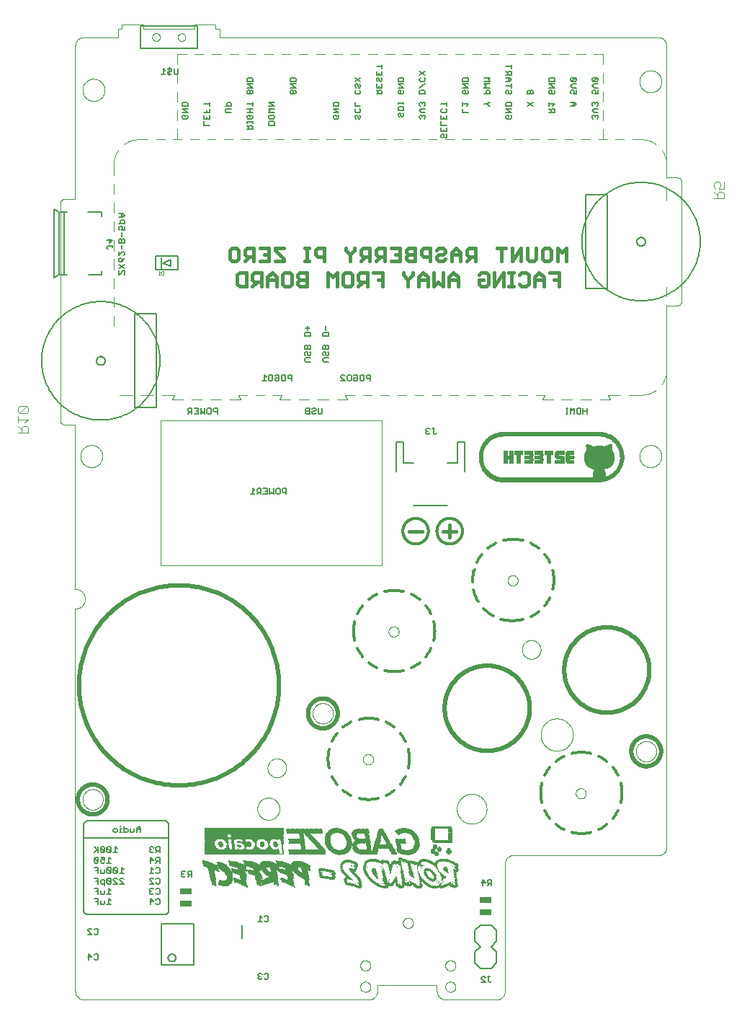
<source format=gbo>
G75*
%MOIN*%
%OFA0B0*%
%FSLAX25Y25*%
%IPPOS*%
%LPD*%
%AMOC8*
5,1,8,0,0,1.08239X$1,22.5*
%
%ADD10C,0.00500*%
%ADD11C,0.00600*%
%ADD12C,0.01200*%
%ADD13C,0.01600*%
%ADD14C,0.00000*%
%ADD15C,0.00039*%
%ADD16R,0.47420X0.00084*%
%ADD17R,0.48080X0.00083*%
%ADD18R,0.49170X0.00083*%
%ADD19R,0.00080X0.00083*%
%ADD20R,0.49920X0.00084*%
%ADD21R,0.00090X0.00083*%
%ADD22R,0.50500X0.00083*%
%ADD23R,0.51170X0.00083*%
%ADD24R,0.51660X0.00084*%
%ADD25R,0.52170X0.00083*%
%ADD26R,0.52670X0.00083*%
%ADD27R,0.53080X0.00084*%
%ADD28R,0.53340X0.00083*%
%ADD29R,0.53750X0.00083*%
%ADD30R,0.54250X0.00084*%
%ADD31R,0.54580X0.00083*%
%ADD32R,0.54830X0.00083*%
%ADD33R,0.00090X0.00084*%
%ADD34R,0.55000X0.00084*%
%ADD35R,0.55420X0.00083*%
%ADD36R,0.55750X0.00083*%
%ADD37R,0.56080X0.00084*%
%ADD38R,0.56330X0.00083*%
%ADD39R,0.56580X0.00083*%
%ADD40R,0.56830X0.00084*%
%ADD41R,0.09330X0.00083*%
%ADD42R,0.06580X0.00083*%
%ADD43R,0.09340X0.00083*%
%ADD44R,0.05660X0.00083*%
%ADD45R,0.09590X0.00084*%
%ADD46R,0.05090X0.00084*%
%ADD47R,0.09590X0.00083*%
%ADD48R,0.04750X0.00083*%
%ADD49R,0.03910X0.00083*%
%ADD50R,0.05670X0.00083*%
%ADD51R,0.04330X0.00083*%
%ADD52R,0.03840X0.00084*%
%ADD53R,0.00080X0.00084*%
%ADD54R,0.05750X0.00084*%
%ADD55R,0.04420X0.00084*%
%ADD56R,0.03750X0.00083*%
%ADD57R,0.04250X0.00083*%
%ADD58R,0.03590X0.00083*%
%ADD59R,0.05750X0.00083*%
%ADD60R,0.04000X0.00083*%
%ADD61R,0.03410X0.00084*%
%ADD62R,0.05670X0.00084*%
%ADD63R,0.03830X0.00084*%
%ADD64R,0.03330X0.00083*%
%ADD65R,0.03250X0.00083*%
%ADD66R,0.03670X0.00083*%
%ADD67R,0.03250X0.00084*%
%ADD68R,0.03670X0.00084*%
%ADD69R,0.03090X0.00083*%
%ADD70R,0.03500X0.00083*%
%ADD71R,0.03080X0.00083*%
%ADD72R,0.03080X0.00084*%
%ADD73R,0.03420X0.00084*%
%ADD74R,0.02920X0.00083*%
%ADD75R,0.03000X0.00084*%
%ADD76R,0.03170X0.00084*%
%ADD77R,0.02840X0.00083*%
%ADD78R,0.05590X0.00083*%
%ADD79R,0.03170X0.00083*%
%ADD80R,0.02750X0.00084*%
%ADD81R,0.05590X0.00084*%
%ADD82R,0.02750X0.00083*%
%ADD83R,0.02670X0.00083*%
%ADD84R,0.03000X0.00083*%
%ADD85R,0.02910X0.00084*%
%ADD86R,0.02920X0.00083*%
%ADD87R,0.02590X0.00083*%
%ADD88R,0.02830X0.00083*%
%ADD89R,0.02580X0.00084*%
%ADD90R,0.02500X0.00084*%
%ADD91R,0.02500X0.00083*%
%ADD92R,0.02660X0.00083*%
%ADD93R,0.02670X0.00084*%
%ADD94R,0.05500X0.00083*%
%ADD95R,0.02580X0.00083*%
%ADD96R,0.02410X0.00084*%
%ADD97R,0.05420X0.00084*%
%ADD98R,0.02490X0.00084*%
%ADD99R,0.02420X0.00083*%
%ADD100R,0.05330X0.00083*%
%ADD101R,0.02330X0.00083*%
%ADD102R,0.05410X0.00083*%
%ADD103R,0.02250X0.00084*%
%ADD104R,0.05250X0.00084*%
%ADD105R,0.02590X0.00084*%
%ADD106R,0.05250X0.00083*%
%ADD107R,0.02250X0.00083*%
%ADD108R,0.05170X0.00083*%
%ADD109R,0.02420X0.00084*%
%ADD110R,0.04910X0.00083*%
%ADD111R,0.02160X0.00083*%
%ADD112R,0.04830X0.00083*%
%ADD113R,0.02410X0.00083*%
%ADD114R,0.02240X0.00084*%
%ADD115R,0.04670X0.00084*%
%ADD116R,0.02420X0.00084*%
%ADD117R,0.04420X0.00083*%
%ADD118R,0.02170X0.00083*%
%ADD119R,0.02170X0.00084*%
%ADD120R,0.04170X0.00084*%
%ADD121R,0.02330X0.00084*%
%ADD122R,0.02170X0.00083*%
%ADD123R,0.04080X0.00083*%
%ADD124R,0.02420X0.00083*%
%ADD125R,0.04090X0.00083*%
%ADD126R,0.02340X0.00083*%
%ADD127R,0.00340X0.00084*%
%ADD128R,0.06250X0.00083*%
%ADD129R,0.07160X0.00083*%
%ADD130R,0.07580X0.00084*%
%ADD131R,0.08090X0.00083*%
%ADD132R,0.08500X0.00083*%
%ADD133R,0.02090X0.00084*%
%ADD134R,0.08920X0.00084*%
%ADD135R,0.02090X0.00083*%
%ADD136R,0.09170X0.00083*%
%ADD137R,0.02000X0.00083*%
%ADD138R,0.09500X0.00083*%
%ADD139R,0.02000X0.00084*%
%ADD140R,0.09830X0.00084*%
%ADD141R,0.10090X0.00083*%
%ADD142R,0.10330X0.00083*%
%ADD143R,0.10500X0.00084*%
%ADD144R,0.10830X0.00083*%
%ADD145R,0.11000X0.00083*%
%ADD146R,0.02080X0.00084*%
%ADD147R,0.11170X0.00084*%
%ADD148R,0.02160X0.00084*%
%ADD149R,0.02080X0.00083*%
%ADD150R,0.11330X0.00083*%
%ADD151R,0.01920X0.00083*%
%ADD152R,0.11580X0.00083*%
%ADD153R,0.11670X0.00084*%
%ADD154R,0.11830X0.00083*%
%ADD155R,0.01910X0.00083*%
%ADD156R,0.12000X0.00083*%
%ADD157R,0.01910X0.00084*%
%ADD158R,0.12090X0.00084*%
%ADD159R,0.02170X0.00084*%
%ADD160R,0.12170X0.00083*%
%ADD161R,0.02010X0.00083*%
%ADD162R,0.01920X0.00083*%
%ADD163R,0.12420X0.00083*%
%ADD164R,0.01920X0.00084*%
%ADD165R,0.12410X0.00084*%
%ADD166R,0.12500X0.00083*%
%ADD167R,0.12670X0.00083*%
%ADD168R,0.12750X0.00084*%
%ADD169R,0.01830X0.00083*%
%ADD170R,0.12910X0.00083*%
%ADD171R,0.13000X0.00083*%
%ADD172R,0.13000X0.00084*%
%ADD173R,0.13170X0.00083*%
%ADD174R,0.03660X0.00083*%
%ADD175R,0.04340X0.00083*%
%ADD176R,0.04170X0.00083*%
%ADD177R,0.04160X0.00083*%
%ADD178R,0.01750X0.00083*%
%ADD179R,0.13250X0.00084*%
%ADD180R,0.03660X0.00084*%
%ADD181R,0.04340X0.00084*%
%ADD182R,0.01920X0.00084*%
%ADD183R,0.04160X0.00084*%
%ADD184R,0.01830X0.00084*%
%ADD185R,0.01750X0.00084*%
%ADD186R,0.13330X0.00083*%
%ADD187R,0.13420X0.00083*%
%ADD188R,0.13420X0.00084*%
%ADD189R,0.13500X0.00083*%
%ADD190R,0.13590X0.00083*%
%ADD191R,0.13590X0.00084*%
%ADD192R,0.13670X0.00083*%
%ADD193R,0.13830X0.00084*%
%ADD194R,0.13750X0.00083*%
%ADD195R,0.13830X0.00083*%
%ADD196R,0.02010X0.00084*%
%ADD197R,0.13910X0.00083*%
%ADD198R,0.13910X0.00084*%
%ADD199R,0.01840X0.00084*%
%ADD200R,0.13920X0.00083*%
%ADD201R,0.01840X0.00083*%
%ADD202R,0.14000X0.00083*%
%ADD203R,0.14000X0.00084*%
%ADD204R,0.14160X0.00083*%
%ADD205R,0.14080X0.00084*%
%ADD206R,0.03840X0.00083*%
%ADD207R,0.04500X0.00083*%
%ADD208R,0.14080X0.00083*%
%ADD209R,0.14160X0.00084*%
%ADD210R,0.04500X0.00084*%
%ADD211R,0.03910X0.00084*%
%ADD212R,0.03830X0.00083*%
%ADD213R,0.04170X0.00083*%
%ADD214R,0.04250X0.00084*%
%ADD215R,0.04170X0.00084*%
%ADD216R,0.13250X0.00083*%
%ADD217R,0.13170X0.00084*%
%ADD218R,0.13090X0.00083*%
%ADD219R,0.12830X0.00084*%
%ADD220R,0.12580X0.00083*%
%ADD221R,0.12590X0.00084*%
%ADD222R,0.12080X0.00084*%
%ADD223R,0.11910X0.00083*%
%ADD224R,0.12000X0.00084*%
%ADD225R,0.12090X0.00083*%
%ADD226R,0.12250X0.00083*%
%ADD227R,0.12250X0.00084*%
%ADD228R,0.12330X0.00083*%
%ADD229R,0.12330X0.00084*%
%ADD230R,0.03410X0.00083*%
%ADD231R,0.05000X0.00084*%
%ADD232R,0.03330X0.00084*%
%ADD233R,0.03420X0.00083*%
%ADD234R,0.01580X0.00084*%
%ADD235R,0.00170X0.00084*%
%ADD236R,0.02840X0.00084*%
%ADD237R,0.02670X0.00083*%
%ADD238R,0.01670X0.00084*%
%ADD239R,0.01590X0.00083*%
%ADD240R,0.01420X0.00083*%
%ADD241R,0.01080X0.00083*%
%ADD242R,0.01170X0.00083*%
%ADD243R,0.01080X0.00084*%
%ADD244R,0.00920X0.00084*%
%ADD245R,0.02340X0.00084*%
%ADD246R,0.00170X0.00083*%
%ADD247R,0.02240X0.00083*%
%ADD248R,0.02660X0.00084*%
%ADD249R,0.02830X0.00084*%
%ADD250R,0.02910X0.00083*%
%ADD251R,0.02920X0.00084*%
%ADD252R,0.03090X0.00084*%
%ADD253R,0.03160X0.00083*%
%ADD254R,0.03170X0.00083*%
%ADD255R,0.03260X0.00084*%
%ADD256R,0.03340X0.00083*%
%ADD257R,0.03590X0.00084*%
%ADD258R,0.03580X0.00084*%
%ADD259R,0.03920X0.00084*%
%ADD260R,0.03920X0.00083*%
%ADD261R,0.04410X0.00083*%
%ADD262R,0.04580X0.00083*%
%ADD263R,0.05090X0.00083*%
%ADD264R,0.05080X0.00084*%
%ADD265R,0.05840X0.00083*%
%ADD266R,0.56410X0.00083*%
%ADD267R,0.56170X0.00084*%
%ADD268R,0.55670X0.00083*%
%ADD269R,0.55330X0.00084*%
%ADD270R,0.55170X0.00083*%
%ADD271R,0.54670X0.00083*%
%ADD272R,0.54410X0.00084*%
%ADD273R,0.53830X0.00083*%
%ADD274R,0.53580X0.00083*%
%ADD275R,0.53170X0.00084*%
%ADD276R,0.52330X0.00083*%
%ADD277R,0.51830X0.00084*%
%ADD278R,0.51500X0.00083*%
%ADD279R,0.50910X0.00083*%
%ADD280R,0.50330X0.00084*%
%ADD281R,0.49660X0.00083*%
%ADD282R,0.48830X0.00083*%
%ADD283R,0.48250X0.00084*%
%ADD284R,0.47750X0.00083*%
%ADD285C,0.02000*%
%ADD286R,0.00098X0.00098*%
%ADD287R,0.00492X0.00098*%
%ADD288R,0.00295X0.00098*%
%ADD289R,0.00394X0.00098*%
%ADD290R,0.00197X0.00098*%
%ADD291R,0.01083X0.00098*%
%ADD292R,0.01673X0.00098*%
%ADD293R,0.01476X0.00098*%
%ADD294R,0.00689X0.00098*%
%ADD295R,0.01378X0.00098*%
%ADD296R,0.02461X0.00098*%
%ADD297R,0.01870X0.00098*%
%ADD298R,0.01280X0.00098*%
%ADD299R,0.00787X0.00098*%
%ADD300R,0.01772X0.00098*%
%ADD301R,0.03051X0.00098*%
%ADD302R,0.02264X0.00098*%
%ADD303R,0.02067X0.00098*%
%ADD304R,0.04035X0.00098*%
%ADD305R,0.02953X0.00098*%
%ADD306R,0.02165X0.00098*%
%ADD307R,0.06594X0.00098*%
%ADD308R,0.02362X0.00098*%
%ADD309R,0.03346X0.00098*%
%ADD310R,0.07185X0.00098*%
%ADD311R,0.03642X0.00098*%
%ADD312R,0.02756X0.00098*%
%ADD313R,0.07579X0.00098*%
%ADD314R,0.02854X0.00098*%
%ADD315R,0.03839X0.00098*%
%ADD316R,0.00591X0.00098*%
%ADD317R,0.03150X0.00098*%
%ADD318R,0.07972X0.00098*%
%ADD319R,0.03740X0.00098*%
%ADD320R,0.04232X0.00098*%
%ADD321R,0.03248X0.00098*%
%ADD322R,0.03445X0.00098*%
%ADD323R,0.08366X0.00098*%
%ADD324R,0.04528X0.00098*%
%ADD325R,0.00886X0.00098*%
%ADD326R,0.00984X0.00098*%
%ADD327R,0.01969X0.00098*%
%ADD328R,0.01181X0.00098*%
%ADD329R,0.04724X0.00098*%
%ADD330R,0.05217X0.00098*%
%ADD331R,0.05118X0.00098*%
%ADD332R,0.05413X0.00098*%
%ADD333R,0.04134X0.00098*%
%ADD334R,0.05610X0.00098*%
%ADD335R,0.02657X0.00098*%
%ADD336R,0.03543X0.00098*%
%ADD337R,0.01575X0.00098*%
%ADD338R,0.05512X0.00098*%
%ADD339R,0.05807X0.00098*%
%ADD340R,0.05906X0.00098*%
%ADD341R,0.04429X0.00098*%
%ADD342R,0.04331X0.00098*%
%ADD343R,0.05315X0.00098*%
%ADD344R,0.04823X0.00098*%
%ADD345R,0.04626X0.00098*%
%ADD346R,0.05020X0.00098*%
%ADD347R,0.07776X0.00098*%
%ADD348R,0.07874X0.00098*%
%ADD349R,0.06004X0.00098*%
%ADD350R,0.02559X0.00098*%
%ADD351R,0.06988X0.00098*%
%ADD352R,0.07480X0.00098*%
%ADD353R,0.07283X0.00098*%
%ADD354R,0.06791X0.00098*%
%ADD355R,0.06398X0.00098*%
%ADD356R,0.05709X0.00098*%
%ADD357R,0.06201X0.00098*%
%ADD358R,0.06890X0.00098*%
%ADD359R,0.03937X0.00098*%
%ADD360R,0.04921X0.00098*%
%ADD361R,0.06102X0.00098*%
%ADD362R,0.08957X0.00098*%
%ADD363R,0.08858X0.00098*%
%ADD364R,0.10039X0.00098*%
%ADD365R,0.09941X0.00098*%
%ADD366R,0.09843X0.00098*%
%ADD367R,0.09055X0.00098*%
%ADD368R,0.12992X0.00098*%
%ADD369R,0.08563X0.00098*%
%ADD370R,0.13484X0.00098*%
%ADD371R,0.12697X0.00098*%
%ADD372R,0.10630X0.00098*%
%ADD373R,0.13583X0.00098*%
%ADD374R,0.13189X0.00098*%
%ADD375R,0.06299X0.00098*%
%ADD376R,0.10925X0.00098*%
%ADD377R,0.14075X0.00098*%
%ADD378R,0.14272X0.00098*%
%ADD379R,0.13681X0.00098*%
%ADD380R,0.36909X0.00098*%
%ADD381R,0.37106X0.00098*%
%ADD382R,0.29921X0.00098*%
%ADD383R,0.08071X0.00098*%
%ADD384R,0.07087X0.00098*%
%ADD385R,0.13976X0.00098*%
%ADD386R,0.06693X0.00098*%
%ADD387R,0.06496X0.00098*%
%ADD388R,0.10335X0.00098*%
%ADD389R,0.10138X0.00098*%
%ADD390R,0.36417X0.00098*%
%ADD391R,0.34547X0.00098*%
%ADD392R,0.34449X0.00098*%
%ADD393R,0.08268X0.00098*%
%ADD394R,0.07382X0.00098*%
%ADD395R,0.09252X0.00098*%
%ADD396R,0.16929X0.00098*%
%ADD397R,0.08169X0.00098*%
%ADD398R,0.34350X0.00098*%
%ADD399R,0.08760X0.00098*%
%ADD400R,0.07677X0.00098*%
%ADD401R,0.09154X0.00098*%
%ADD402R,0.17028X0.00098*%
%ADD403R,0.09350X0.00098*%
%ADD404R,0.34252X0.00098*%
%ADD405R,0.09547X0.00098*%
%ADD406R,0.08661X0.00098*%
%ADD407R,0.09449X0.00098*%
%ADD408R,0.24902X0.00098*%
%ADD409R,0.11122X0.00098*%
%ADD410R,0.24508X0.00098*%
%ADD411R,0.11024X0.00098*%
%ADD412R,0.24409X0.00098*%
%ADD413R,0.10827X0.00098*%
%ADD414R,0.10728X0.00098*%
%ADD415R,0.24311X0.00098*%
%ADD416R,0.24213X0.00098*%
%ADD417R,0.10531X0.00098*%
%ADD418R,0.10433X0.00098*%
%ADD419R,0.24705X0.00098*%
%ADD420R,0.24803X0.00098*%
%ADD421R,0.25098X0.00098*%
%ADD422R,0.08465X0.00098*%
%ADD423R,0.09646X0.00098*%
%ADD424C,0.00400*%
%ADD425C,0.01500*%
%ADD426C,0.00394*%
%ADD427C,0.00800*%
%ADD428R,0.05512X0.02559*%
%ADD429C,0.00100*%
%ADD430R,0.00787X0.05512*%
D10*
X0035593Y0037477D02*
X0035593Y0040179D01*
X0036944Y0038828D01*
X0035143Y0038828D01*
X0038089Y0039729D02*
X0038540Y0040179D01*
X0039440Y0040179D01*
X0039891Y0039729D01*
X0039891Y0037927D01*
X0039440Y0037477D01*
X0038540Y0037477D01*
X0038089Y0037927D01*
X0038540Y0049288D02*
X0038089Y0049738D01*
X0038540Y0049288D02*
X0039440Y0049288D01*
X0039891Y0049738D01*
X0039891Y0051540D01*
X0039440Y0051990D01*
X0038540Y0051990D01*
X0038089Y0051540D01*
X0036944Y0051540D02*
X0036494Y0051990D01*
X0035593Y0051990D01*
X0035143Y0051540D01*
X0035143Y0051089D01*
X0036944Y0049288D01*
X0035143Y0049288D01*
X0039891Y0063058D02*
X0039891Y0065760D01*
X0038089Y0065760D01*
X0038990Y0064409D02*
X0039891Y0064409D01*
X0041036Y0064859D02*
X0041036Y0063058D01*
X0042387Y0063058D01*
X0042837Y0063508D01*
X0042837Y0064859D01*
X0043982Y0063058D02*
X0045784Y0063058D01*
X0044883Y0063058D02*
X0044883Y0065760D01*
X0045784Y0064859D01*
X0045784Y0067858D02*
X0043982Y0067858D01*
X0044883Y0067858D02*
X0044883Y0070560D01*
X0045784Y0069659D01*
X0042837Y0069659D02*
X0042837Y0068308D01*
X0042387Y0067858D01*
X0041036Y0067858D01*
X0041036Y0069659D01*
X0039891Y0069209D02*
X0038990Y0069209D01*
X0039891Y0067858D02*
X0039891Y0070560D01*
X0038089Y0070560D01*
X0039891Y0072658D02*
X0039891Y0075360D01*
X0038089Y0075360D01*
X0038990Y0074009D02*
X0039891Y0074009D01*
X0041036Y0074009D02*
X0041036Y0073108D01*
X0041486Y0072658D01*
X0042837Y0072658D01*
X0042837Y0071757D02*
X0042837Y0074459D01*
X0041486Y0074459D01*
X0041036Y0074009D01*
X0043982Y0073108D02*
X0044433Y0072658D01*
X0045333Y0072658D01*
X0045784Y0073108D01*
X0043982Y0074910D01*
X0043982Y0073108D01*
X0045784Y0073108D02*
X0045784Y0074910D01*
X0045333Y0075360D01*
X0044433Y0075360D01*
X0043982Y0074910D01*
X0044433Y0077458D02*
X0045333Y0077458D01*
X0045784Y0077908D01*
X0043982Y0079710D01*
X0043982Y0077908D01*
X0044433Y0077458D01*
X0045784Y0077908D02*
X0045784Y0079710D01*
X0045333Y0080160D01*
X0044433Y0080160D01*
X0043982Y0079710D01*
X0042837Y0079259D02*
X0042837Y0077908D01*
X0042387Y0077458D01*
X0041036Y0077458D01*
X0041036Y0079259D01*
X0039891Y0078809D02*
X0038990Y0078809D01*
X0039891Y0077458D02*
X0039891Y0080160D01*
X0038089Y0080160D01*
X0038540Y0082258D02*
X0039440Y0082258D01*
X0039891Y0082708D01*
X0038089Y0084510D01*
X0038089Y0082708D01*
X0038540Y0082258D01*
X0039891Y0082708D02*
X0039891Y0084510D01*
X0039440Y0084960D01*
X0038540Y0084960D01*
X0038089Y0084510D01*
X0038089Y0087058D02*
X0039440Y0088409D01*
X0039891Y0087959D02*
X0038089Y0089760D01*
X0039891Y0089760D02*
X0039891Y0087058D01*
X0041036Y0087508D02*
X0041486Y0087058D01*
X0042387Y0087058D01*
X0042837Y0087508D01*
X0041036Y0089310D01*
X0041036Y0087508D01*
X0042837Y0087508D02*
X0042837Y0089310D01*
X0042387Y0089760D01*
X0041486Y0089760D01*
X0041036Y0089310D01*
X0043982Y0089310D02*
X0045784Y0087508D01*
X0045333Y0087058D01*
X0044433Y0087058D01*
X0043982Y0087508D01*
X0043982Y0089310D01*
X0044433Y0089760D01*
X0045333Y0089760D01*
X0045784Y0089310D01*
X0045784Y0087508D01*
X0046929Y0087058D02*
X0048730Y0087058D01*
X0047830Y0087058D02*
X0047830Y0089760D01*
X0048730Y0088859D01*
X0044883Y0084960D02*
X0044883Y0082258D01*
X0045784Y0082258D02*
X0043982Y0082258D01*
X0042837Y0082708D02*
X0042387Y0082258D01*
X0041486Y0082258D01*
X0041036Y0082708D01*
X0041036Y0083609D01*
X0041486Y0084059D01*
X0041936Y0084059D01*
X0042837Y0083609D01*
X0042837Y0084960D01*
X0041036Y0084960D01*
X0044883Y0084960D02*
X0045784Y0084059D01*
X0047379Y0080160D02*
X0046929Y0079710D01*
X0048730Y0077908D01*
X0048280Y0077458D01*
X0047379Y0077458D01*
X0046929Y0077908D01*
X0046929Y0079710D01*
X0047379Y0080160D02*
X0048280Y0080160D01*
X0048730Y0079710D01*
X0048730Y0077908D01*
X0049875Y0077458D02*
X0051677Y0077458D01*
X0050776Y0077458D02*
X0050776Y0080160D01*
X0051677Y0079259D01*
X0051226Y0075360D02*
X0051677Y0074910D01*
X0051226Y0075360D02*
X0050326Y0075360D01*
X0049875Y0074910D01*
X0049875Y0074459D01*
X0051677Y0072658D01*
X0049875Y0072658D01*
X0048730Y0072658D02*
X0046929Y0074459D01*
X0046929Y0074910D01*
X0047379Y0075360D01*
X0048280Y0075360D01*
X0048730Y0074910D01*
X0048730Y0072658D02*
X0046929Y0072658D01*
X0047412Y0096532D02*
X0046962Y0096982D01*
X0046962Y0097883D01*
X0047412Y0098333D01*
X0048313Y0098333D01*
X0048764Y0097883D01*
X0048764Y0096982D01*
X0048313Y0096532D01*
X0047412Y0096532D01*
X0049827Y0096532D02*
X0050728Y0096532D01*
X0050278Y0096532D02*
X0050278Y0098333D01*
X0050728Y0098333D01*
X0050278Y0099234D02*
X0050278Y0099685D01*
X0051873Y0099234D02*
X0051873Y0096532D01*
X0053224Y0096532D01*
X0053674Y0096982D01*
X0053674Y0097883D01*
X0053224Y0098333D01*
X0051873Y0098333D01*
X0054819Y0098333D02*
X0054819Y0096532D01*
X0056171Y0096532D01*
X0056621Y0096982D01*
X0056621Y0098333D01*
X0057766Y0098333D02*
X0057766Y0096532D01*
X0057766Y0097883D02*
X0059567Y0097883D01*
X0059567Y0098333D02*
X0058667Y0099234D01*
X0057766Y0098333D01*
X0059567Y0098333D02*
X0059567Y0096532D01*
X0064143Y0089760D02*
X0063692Y0089310D01*
X0063692Y0088859D01*
X0064143Y0088409D01*
X0063692Y0087959D01*
X0063692Y0087508D01*
X0064143Y0087058D01*
X0065043Y0087058D01*
X0065494Y0087508D01*
X0066639Y0087058D02*
X0067540Y0087959D01*
X0067089Y0087959D02*
X0068440Y0087959D01*
X0068440Y0087058D02*
X0068440Y0089760D01*
X0067089Y0089760D01*
X0066639Y0089310D01*
X0066639Y0088409D01*
X0067089Y0087959D01*
X0065494Y0089310D02*
X0065043Y0089760D01*
X0064143Y0089760D01*
X0064143Y0088409D02*
X0064593Y0088409D01*
X0064143Y0084960D02*
X0065494Y0083609D01*
X0063692Y0083609D01*
X0064143Y0082258D02*
X0064143Y0084960D01*
X0066639Y0084510D02*
X0066639Y0083609D01*
X0067089Y0083159D01*
X0068440Y0083159D01*
X0067540Y0083159D02*
X0066639Y0082258D01*
X0068440Y0082258D02*
X0068440Y0084960D01*
X0067089Y0084960D01*
X0066639Y0084510D01*
X0067089Y0080160D02*
X0067990Y0080160D01*
X0068440Y0079710D01*
X0068440Y0077908D01*
X0067990Y0077458D01*
X0067089Y0077458D01*
X0066639Y0077908D01*
X0065494Y0077458D02*
X0063692Y0077458D01*
X0064593Y0077458D02*
X0064593Y0080160D01*
X0065494Y0079259D01*
X0066639Y0079710D02*
X0067089Y0080160D01*
X0067089Y0075360D02*
X0067990Y0075360D01*
X0068440Y0074910D01*
X0068440Y0073108D01*
X0067990Y0072658D01*
X0067089Y0072658D01*
X0066639Y0073108D01*
X0065494Y0072658D02*
X0063692Y0074459D01*
X0063692Y0074910D01*
X0064143Y0075360D01*
X0065043Y0075360D01*
X0065494Y0074910D01*
X0066639Y0074910D02*
X0067089Y0075360D01*
X0065494Y0072658D02*
X0063692Y0072658D01*
X0064143Y0070560D02*
X0063692Y0070110D01*
X0063692Y0069659D01*
X0064143Y0069209D01*
X0063692Y0068759D01*
X0063692Y0068308D01*
X0064143Y0067858D01*
X0065043Y0067858D01*
X0065494Y0068308D01*
X0066639Y0068308D02*
X0067089Y0067858D01*
X0067990Y0067858D01*
X0068440Y0068308D01*
X0068440Y0070110D01*
X0067990Y0070560D01*
X0067089Y0070560D01*
X0066639Y0070110D01*
X0065494Y0070110D02*
X0065043Y0070560D01*
X0064143Y0070560D01*
X0064143Y0069209D02*
X0064593Y0069209D01*
X0064143Y0065760D02*
X0065494Y0064409D01*
X0063692Y0064409D01*
X0064143Y0063058D02*
X0064143Y0065760D01*
X0066639Y0065310D02*
X0067089Y0065760D01*
X0067990Y0065760D01*
X0068440Y0065310D01*
X0068440Y0063508D01*
X0067990Y0063058D01*
X0067089Y0063058D01*
X0066639Y0063508D01*
X0078900Y0075863D02*
X0079801Y0075863D01*
X0080251Y0076313D01*
X0081396Y0075863D02*
X0082297Y0076763D01*
X0081847Y0076763D02*
X0083198Y0076763D01*
X0083198Y0075863D02*
X0083198Y0078565D01*
X0081847Y0078565D01*
X0081396Y0078115D01*
X0081396Y0077214D01*
X0081847Y0076763D01*
X0080251Y0078115D02*
X0079801Y0078565D01*
X0078900Y0078565D01*
X0078450Y0078115D01*
X0078450Y0077664D01*
X0078900Y0077214D01*
X0078450Y0076763D01*
X0078450Y0076313D01*
X0078900Y0075863D01*
X0078900Y0077214D02*
X0079351Y0077214D01*
X0072292Y0038482D02*
X0072294Y0038566D01*
X0072300Y0038649D01*
X0072310Y0038732D01*
X0072324Y0038815D01*
X0072341Y0038897D01*
X0072363Y0038978D01*
X0072388Y0039057D01*
X0072417Y0039136D01*
X0072450Y0039213D01*
X0072486Y0039288D01*
X0072526Y0039362D01*
X0072569Y0039434D01*
X0072616Y0039503D01*
X0072666Y0039570D01*
X0072719Y0039635D01*
X0072775Y0039697D01*
X0072833Y0039757D01*
X0072895Y0039814D01*
X0072959Y0039867D01*
X0073026Y0039918D01*
X0073095Y0039965D01*
X0073166Y0040010D01*
X0073239Y0040050D01*
X0073314Y0040087D01*
X0073391Y0040121D01*
X0073469Y0040151D01*
X0073548Y0040177D01*
X0073629Y0040200D01*
X0073711Y0040218D01*
X0073793Y0040233D01*
X0073876Y0040244D01*
X0073959Y0040251D01*
X0074043Y0040254D01*
X0074127Y0040253D01*
X0074210Y0040248D01*
X0074294Y0040239D01*
X0074376Y0040226D01*
X0074458Y0040210D01*
X0074539Y0040189D01*
X0074620Y0040165D01*
X0074698Y0040137D01*
X0074776Y0040105D01*
X0074852Y0040069D01*
X0074926Y0040030D01*
X0074998Y0039988D01*
X0075068Y0039942D01*
X0075136Y0039893D01*
X0075201Y0039841D01*
X0075264Y0039786D01*
X0075324Y0039728D01*
X0075382Y0039667D01*
X0075436Y0039603D01*
X0075488Y0039537D01*
X0075536Y0039469D01*
X0075581Y0039398D01*
X0075622Y0039325D01*
X0075661Y0039251D01*
X0075695Y0039175D01*
X0075726Y0039097D01*
X0075753Y0039018D01*
X0075777Y0038937D01*
X0075796Y0038856D01*
X0075812Y0038774D01*
X0075824Y0038691D01*
X0075832Y0038607D01*
X0075836Y0038524D01*
X0075836Y0038440D01*
X0075832Y0038357D01*
X0075824Y0038273D01*
X0075812Y0038190D01*
X0075796Y0038108D01*
X0075777Y0038027D01*
X0075753Y0037946D01*
X0075726Y0037867D01*
X0075695Y0037789D01*
X0075661Y0037713D01*
X0075622Y0037639D01*
X0075581Y0037566D01*
X0075536Y0037495D01*
X0075488Y0037427D01*
X0075436Y0037361D01*
X0075382Y0037297D01*
X0075324Y0037236D01*
X0075264Y0037178D01*
X0075201Y0037123D01*
X0075136Y0037071D01*
X0075068Y0037022D01*
X0074998Y0036976D01*
X0074926Y0036934D01*
X0074852Y0036895D01*
X0074776Y0036859D01*
X0074698Y0036827D01*
X0074620Y0036799D01*
X0074539Y0036775D01*
X0074458Y0036754D01*
X0074376Y0036738D01*
X0074294Y0036725D01*
X0074210Y0036716D01*
X0074127Y0036711D01*
X0074043Y0036710D01*
X0073959Y0036713D01*
X0073876Y0036720D01*
X0073793Y0036731D01*
X0073711Y0036746D01*
X0073629Y0036764D01*
X0073548Y0036787D01*
X0073469Y0036813D01*
X0073391Y0036843D01*
X0073314Y0036877D01*
X0073239Y0036914D01*
X0073166Y0036954D01*
X0073095Y0036999D01*
X0073026Y0037046D01*
X0072959Y0037097D01*
X0072895Y0037150D01*
X0072833Y0037207D01*
X0072775Y0037267D01*
X0072719Y0037329D01*
X0072666Y0037394D01*
X0072616Y0037461D01*
X0072569Y0037530D01*
X0072526Y0037602D01*
X0072486Y0037676D01*
X0072450Y0037751D01*
X0072417Y0037828D01*
X0072388Y0037907D01*
X0072363Y0037986D01*
X0072341Y0038067D01*
X0072324Y0038149D01*
X0072310Y0038232D01*
X0072300Y0038315D01*
X0072294Y0038398D01*
X0072292Y0038482D01*
X0113883Y0030870D02*
X0113883Y0030420D01*
X0114333Y0029970D01*
X0113883Y0029519D01*
X0113883Y0029069D01*
X0114333Y0028619D01*
X0115234Y0028619D01*
X0115684Y0029069D01*
X0116829Y0029069D02*
X0117280Y0028619D01*
X0118181Y0028619D01*
X0118631Y0029069D01*
X0118631Y0030870D01*
X0118181Y0031321D01*
X0117280Y0031321D01*
X0116829Y0030870D01*
X0115684Y0030870D02*
X0115234Y0031321D01*
X0114333Y0031321D01*
X0113883Y0030870D01*
X0114333Y0029970D02*
X0114784Y0029970D01*
X0114784Y0055193D02*
X0114784Y0057896D01*
X0115684Y0056995D01*
X0116829Y0057445D02*
X0117280Y0057896D01*
X0118181Y0057896D01*
X0118631Y0057445D01*
X0118631Y0055644D01*
X0118181Y0055193D01*
X0117280Y0055193D01*
X0116829Y0055644D01*
X0115684Y0055193D02*
X0113883Y0055193D01*
X0217229Y0073277D02*
X0219031Y0073277D01*
X0217680Y0074628D01*
X0217680Y0071926D01*
X0220176Y0071926D02*
X0221077Y0072826D01*
X0220626Y0072826D02*
X0221977Y0072826D01*
X0221977Y0071926D02*
X0221977Y0074628D01*
X0220626Y0074628D01*
X0220176Y0074178D01*
X0220176Y0073277D01*
X0220626Y0072826D01*
X0220626Y0029758D02*
X0220626Y0027506D01*
X0221077Y0027056D01*
X0221527Y0027056D01*
X0221977Y0027506D01*
X0221077Y0029758D02*
X0220176Y0029758D01*
X0219031Y0029307D02*
X0218580Y0029758D01*
X0217680Y0029758D01*
X0217229Y0029307D01*
X0217229Y0028857D01*
X0219031Y0027056D01*
X0217229Y0027056D01*
X0126965Y0252752D02*
X0126965Y0255455D01*
X0125614Y0255455D01*
X0125163Y0255004D01*
X0125163Y0254104D01*
X0125614Y0253653D01*
X0126965Y0253653D01*
X0124018Y0253203D02*
X0123568Y0252752D01*
X0122667Y0252752D01*
X0122217Y0253203D01*
X0122217Y0255004D01*
X0122667Y0255455D01*
X0123568Y0255455D01*
X0124018Y0255004D01*
X0124018Y0253203D01*
X0121072Y0252752D02*
X0120171Y0253653D01*
X0119270Y0252752D01*
X0119270Y0255455D01*
X0118125Y0255455D02*
X0118125Y0252752D01*
X0116324Y0252752D01*
X0115179Y0252752D02*
X0115179Y0255455D01*
X0113828Y0255455D01*
X0113377Y0255004D01*
X0113377Y0254104D01*
X0113828Y0253653D01*
X0115179Y0253653D01*
X0114278Y0253653D02*
X0113377Y0252752D01*
X0112232Y0252752D02*
X0110431Y0252752D01*
X0111332Y0252752D02*
X0111332Y0255455D01*
X0112232Y0254554D01*
X0116324Y0255455D02*
X0118125Y0255455D01*
X0118125Y0254104D02*
X0117225Y0254104D01*
X0121072Y0255455D02*
X0121072Y0252752D01*
X0136368Y0289819D02*
X0135917Y0290270D01*
X0135917Y0290720D01*
X0136368Y0291170D01*
X0137719Y0291170D01*
X0138864Y0290720D02*
X0138864Y0290270D01*
X0139314Y0289819D01*
X0140215Y0289819D01*
X0140666Y0290270D01*
X0140215Y0291170D02*
X0139314Y0291170D01*
X0138864Y0290720D01*
X0138864Y0292071D02*
X0139314Y0292522D01*
X0140215Y0292522D01*
X0140666Y0292071D01*
X0140666Y0291621D01*
X0140215Y0291170D01*
X0141810Y0290270D02*
X0141810Y0292522D01*
X0143612Y0292522D02*
X0143612Y0290270D01*
X0143162Y0289819D01*
X0142261Y0289819D01*
X0141810Y0290270D01*
X0137719Y0289819D02*
X0137719Y0292522D01*
X0136368Y0292522D01*
X0135917Y0292071D01*
X0135917Y0291621D01*
X0136368Y0291170D01*
X0136368Y0289819D02*
X0137719Y0289819D01*
X0129464Y0305193D02*
X0129464Y0307896D01*
X0128113Y0307896D01*
X0127662Y0307445D01*
X0127662Y0306544D01*
X0128113Y0306094D01*
X0129464Y0306094D01*
X0126517Y0305644D02*
X0126067Y0305193D01*
X0125166Y0305193D01*
X0124716Y0305644D01*
X0124716Y0307445D01*
X0125166Y0307896D01*
X0126067Y0307896D01*
X0126517Y0307445D01*
X0126517Y0305644D01*
X0123571Y0305644D02*
X0123571Y0307445D01*
X0123120Y0307896D01*
X0122220Y0307896D01*
X0121769Y0307445D01*
X0121769Y0306544D02*
X0122670Y0306544D01*
X0121769Y0306544D02*
X0121769Y0305644D01*
X0122220Y0305193D01*
X0123120Y0305193D01*
X0123571Y0305644D01*
X0120624Y0305644D02*
X0120624Y0307445D01*
X0120174Y0307896D01*
X0119273Y0307896D01*
X0118823Y0307445D01*
X0118823Y0305644D01*
X0119273Y0305193D01*
X0120174Y0305193D01*
X0120624Y0305644D01*
X0117678Y0305193D02*
X0115876Y0305193D01*
X0116777Y0305193D02*
X0116777Y0307896D01*
X0117678Y0306995D01*
X0135451Y0314370D02*
X0135451Y0315270D01*
X0135901Y0315721D01*
X0138153Y0315721D01*
X0137702Y0316866D02*
X0137252Y0316866D01*
X0136802Y0317316D01*
X0136802Y0318217D01*
X0136351Y0318667D01*
X0135901Y0318667D01*
X0135451Y0318217D01*
X0135451Y0317316D01*
X0135901Y0316866D01*
X0137702Y0316866D02*
X0138153Y0317316D01*
X0138153Y0318217D01*
X0137702Y0318667D01*
X0138153Y0319812D02*
X0138153Y0321163D01*
X0137702Y0321614D01*
X0137252Y0321614D01*
X0136802Y0321163D01*
X0136802Y0319812D01*
X0135451Y0319812D02*
X0138153Y0319812D01*
X0136802Y0321163D02*
X0136351Y0321614D01*
X0135901Y0321614D01*
X0135451Y0321163D01*
X0135451Y0319812D01*
X0135451Y0314370D02*
X0135901Y0313919D01*
X0138153Y0313919D01*
X0143915Y0314370D02*
X0143915Y0315270D01*
X0144365Y0315721D01*
X0146617Y0315721D01*
X0146167Y0316866D02*
X0146617Y0317316D01*
X0146617Y0318217D01*
X0146167Y0318667D01*
X0145266Y0318217D02*
X0144816Y0318667D01*
X0144365Y0318667D01*
X0143915Y0318217D01*
X0143915Y0317316D01*
X0144365Y0316866D01*
X0145266Y0317316D02*
X0145266Y0318217D01*
X0145266Y0317316D02*
X0145717Y0316866D01*
X0146167Y0316866D01*
X0146617Y0319812D02*
X0143915Y0319812D01*
X0143915Y0321163D01*
X0144365Y0321614D01*
X0144816Y0321614D01*
X0145266Y0321163D01*
X0145266Y0319812D01*
X0146617Y0319812D02*
X0146617Y0321163D01*
X0146167Y0321614D01*
X0145717Y0321614D01*
X0145266Y0321163D01*
X0143915Y0325705D02*
X0143915Y0327057D01*
X0144365Y0327507D01*
X0146167Y0327507D01*
X0146617Y0327057D01*
X0146617Y0325705D01*
X0143915Y0325705D01*
X0145266Y0328652D02*
X0145266Y0330453D01*
X0137702Y0329553D02*
X0135901Y0329553D01*
X0136802Y0330453D02*
X0136802Y0328652D01*
X0137702Y0327507D02*
X0138153Y0327057D01*
X0138153Y0325705D01*
X0135451Y0325705D01*
X0135451Y0327057D01*
X0135901Y0327507D01*
X0137702Y0327507D01*
X0143915Y0314370D02*
X0144365Y0313919D01*
X0146617Y0313919D01*
X0152713Y0307896D02*
X0153614Y0307896D01*
X0154064Y0307445D01*
X0155209Y0307445D02*
X0155659Y0307896D01*
X0156560Y0307896D01*
X0157010Y0307445D01*
X0157010Y0305644D01*
X0156560Y0305193D01*
X0155659Y0305193D01*
X0155209Y0305644D01*
X0155209Y0307445D01*
X0154064Y0305193D02*
X0152262Y0306995D01*
X0152262Y0307445D01*
X0152713Y0307896D01*
X0152262Y0305193D02*
X0154064Y0305193D01*
X0158155Y0305644D02*
X0158155Y0306544D01*
X0159056Y0306544D01*
X0158155Y0305644D02*
X0158606Y0305193D01*
X0159507Y0305193D01*
X0159957Y0305644D01*
X0159957Y0307445D01*
X0159507Y0307896D01*
X0158606Y0307896D01*
X0158155Y0307445D01*
X0161102Y0307445D02*
X0161102Y0305644D01*
X0161552Y0305193D01*
X0162453Y0305193D01*
X0162904Y0305644D01*
X0162904Y0307445D01*
X0162453Y0307896D01*
X0161552Y0307896D01*
X0161102Y0307445D01*
X0164048Y0307445D02*
X0164048Y0306544D01*
X0164499Y0306094D01*
X0165850Y0306094D01*
X0165850Y0305193D02*
X0165850Y0307896D01*
X0164499Y0307896D01*
X0164048Y0307445D01*
X0191639Y0282760D02*
X0191639Y0282310D01*
X0192089Y0281859D01*
X0191639Y0281409D01*
X0191639Y0280959D01*
X0192089Y0280508D01*
X0192990Y0280508D01*
X0193440Y0280959D01*
X0192540Y0281859D02*
X0192089Y0281859D01*
X0191639Y0282760D02*
X0192089Y0283211D01*
X0192990Y0283211D01*
X0193440Y0282760D01*
X0194585Y0283211D02*
X0195486Y0283211D01*
X0195036Y0283211D02*
X0195036Y0280959D01*
X0195486Y0280508D01*
X0195936Y0280508D01*
X0196387Y0280959D01*
X0256354Y0289819D02*
X0257255Y0289819D01*
X0256804Y0289819D02*
X0256804Y0292522D01*
X0256354Y0292522D02*
X0257255Y0292522D01*
X0258400Y0292522D02*
X0258400Y0289819D01*
X0260201Y0289819D02*
X0260201Y0292522D01*
X0259300Y0291621D01*
X0258400Y0292522D01*
X0261346Y0292071D02*
X0261346Y0290270D01*
X0261797Y0289819D01*
X0263148Y0289819D01*
X0263148Y0292522D01*
X0261797Y0292522D01*
X0261346Y0292071D01*
X0264293Y0292522D02*
X0264293Y0289819D01*
X0264293Y0291170D02*
X0266094Y0291170D01*
X0266094Y0289819D02*
X0266094Y0292522D01*
X0265541Y0347882D02*
X0265541Y0391189D01*
X0275383Y0391189D01*
X0275383Y0347882D01*
X0265541Y0347882D01*
X0289162Y0369535D02*
X0289164Y0369623D01*
X0289170Y0369711D01*
X0289180Y0369799D01*
X0289194Y0369887D01*
X0289211Y0369973D01*
X0289233Y0370059D01*
X0289258Y0370143D01*
X0289288Y0370227D01*
X0289320Y0370309D01*
X0289357Y0370389D01*
X0289397Y0370468D01*
X0289441Y0370545D01*
X0289488Y0370620D01*
X0289538Y0370692D01*
X0289592Y0370763D01*
X0289648Y0370830D01*
X0289708Y0370896D01*
X0289770Y0370958D01*
X0289836Y0371018D01*
X0289903Y0371074D01*
X0289974Y0371128D01*
X0290046Y0371178D01*
X0290121Y0371225D01*
X0290198Y0371269D01*
X0290277Y0371309D01*
X0290357Y0371346D01*
X0290439Y0371378D01*
X0290523Y0371408D01*
X0290607Y0371433D01*
X0290693Y0371455D01*
X0290779Y0371472D01*
X0290867Y0371486D01*
X0290955Y0371496D01*
X0291043Y0371502D01*
X0291131Y0371504D01*
X0291219Y0371502D01*
X0291307Y0371496D01*
X0291395Y0371486D01*
X0291483Y0371472D01*
X0291569Y0371455D01*
X0291655Y0371433D01*
X0291739Y0371408D01*
X0291823Y0371378D01*
X0291905Y0371346D01*
X0291985Y0371309D01*
X0292064Y0371269D01*
X0292141Y0371225D01*
X0292216Y0371178D01*
X0292288Y0371128D01*
X0292359Y0371074D01*
X0292426Y0371018D01*
X0292492Y0370958D01*
X0292554Y0370896D01*
X0292614Y0370830D01*
X0292670Y0370763D01*
X0292724Y0370692D01*
X0292774Y0370620D01*
X0292821Y0370545D01*
X0292865Y0370468D01*
X0292905Y0370389D01*
X0292942Y0370309D01*
X0292974Y0370227D01*
X0293004Y0370143D01*
X0293029Y0370059D01*
X0293051Y0369973D01*
X0293068Y0369887D01*
X0293082Y0369799D01*
X0293092Y0369711D01*
X0293098Y0369623D01*
X0293100Y0369535D01*
X0293098Y0369447D01*
X0293092Y0369359D01*
X0293082Y0369271D01*
X0293068Y0369183D01*
X0293051Y0369097D01*
X0293029Y0369011D01*
X0293004Y0368927D01*
X0292974Y0368843D01*
X0292942Y0368761D01*
X0292905Y0368681D01*
X0292865Y0368602D01*
X0292821Y0368525D01*
X0292774Y0368450D01*
X0292724Y0368378D01*
X0292670Y0368307D01*
X0292614Y0368240D01*
X0292554Y0368174D01*
X0292492Y0368112D01*
X0292426Y0368052D01*
X0292359Y0367996D01*
X0292288Y0367942D01*
X0292216Y0367892D01*
X0292141Y0367845D01*
X0292064Y0367801D01*
X0291985Y0367761D01*
X0291905Y0367724D01*
X0291823Y0367692D01*
X0291739Y0367662D01*
X0291655Y0367637D01*
X0291569Y0367615D01*
X0291483Y0367598D01*
X0291395Y0367584D01*
X0291307Y0367574D01*
X0291219Y0367568D01*
X0291131Y0367566D01*
X0291043Y0367568D01*
X0290955Y0367574D01*
X0290867Y0367584D01*
X0290779Y0367598D01*
X0290693Y0367615D01*
X0290607Y0367637D01*
X0290523Y0367662D01*
X0290439Y0367692D01*
X0290357Y0367724D01*
X0290277Y0367761D01*
X0290198Y0367801D01*
X0290121Y0367845D01*
X0290046Y0367892D01*
X0289974Y0367942D01*
X0289903Y0367996D01*
X0289836Y0368052D01*
X0289770Y0368112D01*
X0289708Y0368174D01*
X0289648Y0368240D01*
X0289592Y0368307D01*
X0289538Y0368378D01*
X0289488Y0368450D01*
X0289441Y0368525D01*
X0289397Y0368602D01*
X0289357Y0368681D01*
X0289320Y0368761D01*
X0289288Y0368843D01*
X0289258Y0368927D01*
X0289233Y0369011D01*
X0289211Y0369097D01*
X0289194Y0369183D01*
X0289180Y0369271D01*
X0289170Y0369359D01*
X0289164Y0369447D01*
X0289162Y0369535D01*
X0263769Y0369535D02*
X0263777Y0370206D01*
X0263802Y0370878D01*
X0263843Y0371548D01*
X0263901Y0372217D01*
X0263975Y0372884D01*
X0264065Y0373550D01*
X0264172Y0374213D01*
X0264295Y0374873D01*
X0264434Y0375530D01*
X0264589Y0376183D01*
X0264760Y0376833D01*
X0264947Y0377478D01*
X0265150Y0378118D01*
X0265368Y0378753D01*
X0265602Y0379382D01*
X0265852Y0380006D01*
X0266116Y0380623D01*
X0266396Y0381234D01*
X0266691Y0381837D01*
X0267000Y0382433D01*
X0267324Y0383022D01*
X0267662Y0383602D01*
X0268014Y0384174D01*
X0268380Y0384737D01*
X0268760Y0385290D01*
X0269154Y0385835D01*
X0269560Y0386369D01*
X0269980Y0386893D01*
X0270412Y0387407D01*
X0270857Y0387910D01*
X0271314Y0388402D01*
X0271783Y0388883D01*
X0272264Y0389352D01*
X0272756Y0389809D01*
X0273259Y0390254D01*
X0273773Y0390686D01*
X0274297Y0391106D01*
X0274831Y0391512D01*
X0275376Y0391906D01*
X0275929Y0392286D01*
X0276492Y0392652D01*
X0277064Y0393004D01*
X0277644Y0393342D01*
X0278233Y0393666D01*
X0278829Y0393975D01*
X0279432Y0394270D01*
X0280043Y0394550D01*
X0280660Y0394814D01*
X0281284Y0395064D01*
X0281913Y0395298D01*
X0282548Y0395516D01*
X0283188Y0395719D01*
X0283833Y0395906D01*
X0284483Y0396077D01*
X0285136Y0396232D01*
X0285793Y0396371D01*
X0286453Y0396494D01*
X0287116Y0396601D01*
X0287782Y0396691D01*
X0288449Y0396765D01*
X0289118Y0396823D01*
X0289788Y0396864D01*
X0290460Y0396889D01*
X0291131Y0396897D01*
X0291802Y0396889D01*
X0292474Y0396864D01*
X0293144Y0396823D01*
X0293813Y0396765D01*
X0294480Y0396691D01*
X0295146Y0396601D01*
X0295809Y0396494D01*
X0296469Y0396371D01*
X0297126Y0396232D01*
X0297779Y0396077D01*
X0298429Y0395906D01*
X0299074Y0395719D01*
X0299714Y0395516D01*
X0300349Y0395298D01*
X0300978Y0395064D01*
X0301602Y0394814D01*
X0302219Y0394550D01*
X0302830Y0394270D01*
X0303433Y0393975D01*
X0304029Y0393666D01*
X0304618Y0393342D01*
X0305198Y0393004D01*
X0305770Y0392652D01*
X0306333Y0392286D01*
X0306886Y0391906D01*
X0307431Y0391512D01*
X0307965Y0391106D01*
X0308489Y0390686D01*
X0309003Y0390254D01*
X0309506Y0389809D01*
X0309998Y0389352D01*
X0310479Y0388883D01*
X0310948Y0388402D01*
X0311405Y0387910D01*
X0311850Y0387407D01*
X0312282Y0386893D01*
X0312702Y0386369D01*
X0313108Y0385835D01*
X0313502Y0385290D01*
X0313882Y0384737D01*
X0314248Y0384174D01*
X0314600Y0383602D01*
X0314938Y0383022D01*
X0315262Y0382433D01*
X0315571Y0381837D01*
X0315866Y0381234D01*
X0316146Y0380623D01*
X0316410Y0380006D01*
X0316660Y0379382D01*
X0316894Y0378753D01*
X0317112Y0378118D01*
X0317315Y0377478D01*
X0317502Y0376833D01*
X0317673Y0376183D01*
X0317828Y0375530D01*
X0317967Y0374873D01*
X0318090Y0374213D01*
X0318197Y0373550D01*
X0318287Y0372884D01*
X0318361Y0372217D01*
X0318419Y0371548D01*
X0318460Y0370878D01*
X0318485Y0370206D01*
X0318493Y0369535D01*
X0318485Y0368864D01*
X0318460Y0368192D01*
X0318419Y0367522D01*
X0318361Y0366853D01*
X0318287Y0366186D01*
X0318197Y0365520D01*
X0318090Y0364857D01*
X0317967Y0364197D01*
X0317828Y0363540D01*
X0317673Y0362887D01*
X0317502Y0362237D01*
X0317315Y0361592D01*
X0317112Y0360952D01*
X0316894Y0360317D01*
X0316660Y0359688D01*
X0316410Y0359064D01*
X0316146Y0358447D01*
X0315866Y0357836D01*
X0315571Y0357233D01*
X0315262Y0356637D01*
X0314938Y0356048D01*
X0314600Y0355468D01*
X0314248Y0354896D01*
X0313882Y0354333D01*
X0313502Y0353780D01*
X0313108Y0353235D01*
X0312702Y0352701D01*
X0312282Y0352177D01*
X0311850Y0351663D01*
X0311405Y0351160D01*
X0310948Y0350668D01*
X0310479Y0350187D01*
X0309998Y0349718D01*
X0309506Y0349261D01*
X0309003Y0348816D01*
X0308489Y0348384D01*
X0307965Y0347964D01*
X0307431Y0347558D01*
X0306886Y0347164D01*
X0306333Y0346784D01*
X0305770Y0346418D01*
X0305198Y0346066D01*
X0304618Y0345728D01*
X0304029Y0345404D01*
X0303433Y0345095D01*
X0302830Y0344800D01*
X0302219Y0344520D01*
X0301602Y0344256D01*
X0300978Y0344006D01*
X0300349Y0343772D01*
X0299714Y0343554D01*
X0299074Y0343351D01*
X0298429Y0343164D01*
X0297779Y0342993D01*
X0297126Y0342838D01*
X0296469Y0342699D01*
X0295809Y0342576D01*
X0295146Y0342469D01*
X0294480Y0342379D01*
X0293813Y0342305D01*
X0293144Y0342247D01*
X0292474Y0342206D01*
X0291802Y0342181D01*
X0291131Y0342173D01*
X0290460Y0342181D01*
X0289788Y0342206D01*
X0289118Y0342247D01*
X0288449Y0342305D01*
X0287782Y0342379D01*
X0287116Y0342469D01*
X0286453Y0342576D01*
X0285793Y0342699D01*
X0285136Y0342838D01*
X0284483Y0342993D01*
X0283833Y0343164D01*
X0283188Y0343351D01*
X0282548Y0343554D01*
X0281913Y0343772D01*
X0281284Y0344006D01*
X0280660Y0344256D01*
X0280043Y0344520D01*
X0279432Y0344800D01*
X0278829Y0345095D01*
X0278233Y0345404D01*
X0277644Y0345728D01*
X0277064Y0346066D01*
X0276492Y0346418D01*
X0275929Y0346784D01*
X0275376Y0347164D01*
X0274831Y0347558D01*
X0274297Y0347964D01*
X0273773Y0348384D01*
X0273259Y0348816D01*
X0272756Y0349261D01*
X0272264Y0349718D01*
X0271783Y0350187D01*
X0271314Y0350668D01*
X0270857Y0351160D01*
X0270412Y0351663D01*
X0269980Y0352177D01*
X0269560Y0352701D01*
X0269154Y0353235D01*
X0268760Y0353780D01*
X0268380Y0354333D01*
X0268014Y0354896D01*
X0267662Y0355468D01*
X0267324Y0356048D01*
X0267000Y0356637D01*
X0266691Y0357233D01*
X0266396Y0357836D01*
X0266116Y0358447D01*
X0265852Y0359064D01*
X0265602Y0359688D01*
X0265368Y0360317D01*
X0265150Y0360952D01*
X0264947Y0361592D01*
X0264760Y0362237D01*
X0264589Y0362887D01*
X0264434Y0363540D01*
X0264295Y0364197D01*
X0264172Y0364857D01*
X0264065Y0365520D01*
X0263975Y0366186D01*
X0263901Y0366853D01*
X0263843Y0367522D01*
X0263802Y0368192D01*
X0263777Y0368864D01*
X0263769Y0369535D01*
X0095059Y0292522D02*
X0095059Y0289819D01*
X0095059Y0290720D02*
X0093707Y0290720D01*
X0093257Y0291170D01*
X0093257Y0292071D01*
X0093707Y0292522D01*
X0095059Y0292522D01*
X0092112Y0292071D02*
X0092112Y0290270D01*
X0091662Y0289819D01*
X0090761Y0289819D01*
X0090310Y0290270D01*
X0090310Y0292071D01*
X0090761Y0292522D01*
X0091662Y0292522D01*
X0092112Y0292071D01*
X0089166Y0292522D02*
X0089166Y0289819D01*
X0088265Y0290720D01*
X0087364Y0289819D01*
X0087364Y0292522D01*
X0086219Y0292522D02*
X0086219Y0289819D01*
X0084417Y0289819D01*
X0083272Y0289819D02*
X0083272Y0292522D01*
X0081921Y0292522D01*
X0081471Y0292071D01*
X0081471Y0291170D01*
X0081921Y0290720D01*
X0083272Y0290720D01*
X0082372Y0290720D02*
X0081471Y0289819D01*
X0084417Y0292522D02*
X0086219Y0292522D01*
X0086219Y0291170D02*
X0085318Y0291170D01*
X0066722Y0292764D02*
X0066722Y0336071D01*
X0056879Y0336071D01*
X0056879Y0292764D01*
X0066722Y0292764D01*
X0039162Y0314417D02*
X0039164Y0314505D01*
X0039170Y0314593D01*
X0039180Y0314681D01*
X0039194Y0314769D01*
X0039211Y0314855D01*
X0039233Y0314941D01*
X0039258Y0315025D01*
X0039288Y0315109D01*
X0039320Y0315191D01*
X0039357Y0315271D01*
X0039397Y0315350D01*
X0039441Y0315427D01*
X0039488Y0315502D01*
X0039538Y0315574D01*
X0039592Y0315645D01*
X0039648Y0315712D01*
X0039708Y0315778D01*
X0039770Y0315840D01*
X0039836Y0315900D01*
X0039903Y0315956D01*
X0039974Y0316010D01*
X0040046Y0316060D01*
X0040121Y0316107D01*
X0040198Y0316151D01*
X0040277Y0316191D01*
X0040357Y0316228D01*
X0040439Y0316260D01*
X0040523Y0316290D01*
X0040607Y0316315D01*
X0040693Y0316337D01*
X0040779Y0316354D01*
X0040867Y0316368D01*
X0040955Y0316378D01*
X0041043Y0316384D01*
X0041131Y0316386D01*
X0041219Y0316384D01*
X0041307Y0316378D01*
X0041395Y0316368D01*
X0041483Y0316354D01*
X0041569Y0316337D01*
X0041655Y0316315D01*
X0041739Y0316290D01*
X0041823Y0316260D01*
X0041905Y0316228D01*
X0041985Y0316191D01*
X0042064Y0316151D01*
X0042141Y0316107D01*
X0042216Y0316060D01*
X0042288Y0316010D01*
X0042359Y0315956D01*
X0042426Y0315900D01*
X0042492Y0315840D01*
X0042554Y0315778D01*
X0042614Y0315712D01*
X0042670Y0315645D01*
X0042724Y0315574D01*
X0042774Y0315502D01*
X0042821Y0315427D01*
X0042865Y0315350D01*
X0042905Y0315271D01*
X0042942Y0315191D01*
X0042974Y0315109D01*
X0043004Y0315025D01*
X0043029Y0314941D01*
X0043051Y0314855D01*
X0043068Y0314769D01*
X0043082Y0314681D01*
X0043092Y0314593D01*
X0043098Y0314505D01*
X0043100Y0314417D01*
X0043098Y0314329D01*
X0043092Y0314241D01*
X0043082Y0314153D01*
X0043068Y0314065D01*
X0043051Y0313979D01*
X0043029Y0313893D01*
X0043004Y0313809D01*
X0042974Y0313725D01*
X0042942Y0313643D01*
X0042905Y0313563D01*
X0042865Y0313484D01*
X0042821Y0313407D01*
X0042774Y0313332D01*
X0042724Y0313260D01*
X0042670Y0313189D01*
X0042614Y0313122D01*
X0042554Y0313056D01*
X0042492Y0312994D01*
X0042426Y0312934D01*
X0042359Y0312878D01*
X0042288Y0312824D01*
X0042216Y0312774D01*
X0042141Y0312727D01*
X0042064Y0312683D01*
X0041985Y0312643D01*
X0041905Y0312606D01*
X0041823Y0312574D01*
X0041739Y0312544D01*
X0041655Y0312519D01*
X0041569Y0312497D01*
X0041483Y0312480D01*
X0041395Y0312466D01*
X0041307Y0312456D01*
X0041219Y0312450D01*
X0041131Y0312448D01*
X0041043Y0312450D01*
X0040955Y0312456D01*
X0040867Y0312466D01*
X0040779Y0312480D01*
X0040693Y0312497D01*
X0040607Y0312519D01*
X0040523Y0312544D01*
X0040439Y0312574D01*
X0040357Y0312606D01*
X0040277Y0312643D01*
X0040198Y0312683D01*
X0040121Y0312727D01*
X0040046Y0312774D01*
X0039974Y0312824D01*
X0039903Y0312878D01*
X0039836Y0312934D01*
X0039770Y0312994D01*
X0039708Y0313056D01*
X0039648Y0313122D01*
X0039592Y0313189D01*
X0039538Y0313260D01*
X0039488Y0313332D01*
X0039441Y0313407D01*
X0039397Y0313484D01*
X0039357Y0313563D01*
X0039320Y0313643D01*
X0039288Y0313725D01*
X0039258Y0313809D01*
X0039233Y0313893D01*
X0039211Y0313979D01*
X0039194Y0314065D01*
X0039180Y0314153D01*
X0039170Y0314241D01*
X0039164Y0314329D01*
X0039162Y0314417D01*
X0013769Y0314417D02*
X0013777Y0315088D01*
X0013802Y0315760D01*
X0013843Y0316430D01*
X0013901Y0317099D01*
X0013975Y0317766D01*
X0014065Y0318432D01*
X0014172Y0319095D01*
X0014295Y0319755D01*
X0014434Y0320412D01*
X0014589Y0321065D01*
X0014760Y0321715D01*
X0014947Y0322360D01*
X0015150Y0323000D01*
X0015368Y0323635D01*
X0015602Y0324264D01*
X0015852Y0324888D01*
X0016116Y0325505D01*
X0016396Y0326116D01*
X0016691Y0326719D01*
X0017000Y0327315D01*
X0017324Y0327904D01*
X0017662Y0328484D01*
X0018014Y0329056D01*
X0018380Y0329619D01*
X0018760Y0330172D01*
X0019154Y0330717D01*
X0019560Y0331251D01*
X0019980Y0331775D01*
X0020412Y0332289D01*
X0020857Y0332792D01*
X0021314Y0333284D01*
X0021783Y0333765D01*
X0022264Y0334234D01*
X0022756Y0334691D01*
X0023259Y0335136D01*
X0023773Y0335568D01*
X0024297Y0335988D01*
X0024831Y0336394D01*
X0025376Y0336788D01*
X0025929Y0337168D01*
X0026492Y0337534D01*
X0027064Y0337886D01*
X0027644Y0338224D01*
X0028233Y0338548D01*
X0028829Y0338857D01*
X0029432Y0339152D01*
X0030043Y0339432D01*
X0030660Y0339696D01*
X0031284Y0339946D01*
X0031913Y0340180D01*
X0032548Y0340398D01*
X0033188Y0340601D01*
X0033833Y0340788D01*
X0034483Y0340959D01*
X0035136Y0341114D01*
X0035793Y0341253D01*
X0036453Y0341376D01*
X0037116Y0341483D01*
X0037782Y0341573D01*
X0038449Y0341647D01*
X0039118Y0341705D01*
X0039788Y0341746D01*
X0040460Y0341771D01*
X0041131Y0341779D01*
X0041802Y0341771D01*
X0042474Y0341746D01*
X0043144Y0341705D01*
X0043813Y0341647D01*
X0044480Y0341573D01*
X0045146Y0341483D01*
X0045809Y0341376D01*
X0046469Y0341253D01*
X0047126Y0341114D01*
X0047779Y0340959D01*
X0048429Y0340788D01*
X0049074Y0340601D01*
X0049714Y0340398D01*
X0050349Y0340180D01*
X0050978Y0339946D01*
X0051602Y0339696D01*
X0052219Y0339432D01*
X0052830Y0339152D01*
X0053433Y0338857D01*
X0054029Y0338548D01*
X0054618Y0338224D01*
X0055198Y0337886D01*
X0055770Y0337534D01*
X0056333Y0337168D01*
X0056886Y0336788D01*
X0057431Y0336394D01*
X0057965Y0335988D01*
X0058489Y0335568D01*
X0059003Y0335136D01*
X0059506Y0334691D01*
X0059998Y0334234D01*
X0060479Y0333765D01*
X0060948Y0333284D01*
X0061405Y0332792D01*
X0061850Y0332289D01*
X0062282Y0331775D01*
X0062702Y0331251D01*
X0063108Y0330717D01*
X0063502Y0330172D01*
X0063882Y0329619D01*
X0064248Y0329056D01*
X0064600Y0328484D01*
X0064938Y0327904D01*
X0065262Y0327315D01*
X0065571Y0326719D01*
X0065866Y0326116D01*
X0066146Y0325505D01*
X0066410Y0324888D01*
X0066660Y0324264D01*
X0066894Y0323635D01*
X0067112Y0323000D01*
X0067315Y0322360D01*
X0067502Y0321715D01*
X0067673Y0321065D01*
X0067828Y0320412D01*
X0067967Y0319755D01*
X0068090Y0319095D01*
X0068197Y0318432D01*
X0068287Y0317766D01*
X0068361Y0317099D01*
X0068419Y0316430D01*
X0068460Y0315760D01*
X0068485Y0315088D01*
X0068493Y0314417D01*
X0068485Y0313746D01*
X0068460Y0313074D01*
X0068419Y0312404D01*
X0068361Y0311735D01*
X0068287Y0311068D01*
X0068197Y0310402D01*
X0068090Y0309739D01*
X0067967Y0309079D01*
X0067828Y0308422D01*
X0067673Y0307769D01*
X0067502Y0307119D01*
X0067315Y0306474D01*
X0067112Y0305834D01*
X0066894Y0305199D01*
X0066660Y0304570D01*
X0066410Y0303946D01*
X0066146Y0303329D01*
X0065866Y0302718D01*
X0065571Y0302115D01*
X0065262Y0301519D01*
X0064938Y0300930D01*
X0064600Y0300350D01*
X0064248Y0299778D01*
X0063882Y0299215D01*
X0063502Y0298662D01*
X0063108Y0298117D01*
X0062702Y0297583D01*
X0062282Y0297059D01*
X0061850Y0296545D01*
X0061405Y0296042D01*
X0060948Y0295550D01*
X0060479Y0295069D01*
X0059998Y0294600D01*
X0059506Y0294143D01*
X0059003Y0293698D01*
X0058489Y0293266D01*
X0057965Y0292846D01*
X0057431Y0292440D01*
X0056886Y0292046D01*
X0056333Y0291666D01*
X0055770Y0291300D01*
X0055198Y0290948D01*
X0054618Y0290610D01*
X0054029Y0290286D01*
X0053433Y0289977D01*
X0052830Y0289682D01*
X0052219Y0289402D01*
X0051602Y0289138D01*
X0050978Y0288888D01*
X0050349Y0288654D01*
X0049714Y0288436D01*
X0049074Y0288233D01*
X0048429Y0288046D01*
X0047779Y0287875D01*
X0047126Y0287720D01*
X0046469Y0287581D01*
X0045809Y0287458D01*
X0045146Y0287351D01*
X0044480Y0287261D01*
X0043813Y0287187D01*
X0043144Y0287129D01*
X0042474Y0287088D01*
X0041802Y0287063D01*
X0041131Y0287055D01*
X0040460Y0287063D01*
X0039788Y0287088D01*
X0039118Y0287129D01*
X0038449Y0287187D01*
X0037782Y0287261D01*
X0037116Y0287351D01*
X0036453Y0287458D01*
X0035793Y0287581D01*
X0035136Y0287720D01*
X0034483Y0287875D01*
X0033833Y0288046D01*
X0033188Y0288233D01*
X0032548Y0288436D01*
X0031913Y0288654D01*
X0031284Y0288888D01*
X0030660Y0289138D01*
X0030043Y0289402D01*
X0029432Y0289682D01*
X0028829Y0289977D01*
X0028233Y0290286D01*
X0027644Y0290610D01*
X0027064Y0290948D01*
X0026492Y0291300D01*
X0025929Y0291666D01*
X0025376Y0292046D01*
X0024831Y0292440D01*
X0024297Y0292846D01*
X0023773Y0293266D01*
X0023259Y0293698D01*
X0022756Y0294143D01*
X0022264Y0294600D01*
X0021783Y0295069D01*
X0021314Y0295550D01*
X0020857Y0296042D01*
X0020412Y0296545D01*
X0019980Y0297059D01*
X0019560Y0297583D01*
X0019154Y0298117D01*
X0018760Y0298662D01*
X0018380Y0299215D01*
X0018014Y0299778D01*
X0017662Y0300350D01*
X0017324Y0300930D01*
X0017000Y0301519D01*
X0016691Y0302115D01*
X0016396Y0302718D01*
X0016116Y0303329D01*
X0015852Y0303946D01*
X0015602Y0304570D01*
X0015368Y0305199D01*
X0015150Y0305834D01*
X0014947Y0306474D01*
X0014760Y0307119D01*
X0014589Y0307769D01*
X0014434Y0308422D01*
X0014295Y0309079D01*
X0014172Y0309739D01*
X0014065Y0310402D01*
X0013975Y0311068D01*
X0013901Y0311735D01*
X0013843Y0312404D01*
X0013802Y0313074D01*
X0013777Y0313746D01*
X0013769Y0314417D01*
X0019478Y0352803D02*
X0021840Y0354181D01*
X0021840Y0383315D01*
X0019478Y0384693D01*
X0019478Y0352803D01*
X0022037Y0354181D02*
X0025580Y0354181D01*
X0024304Y0354248D02*
X0024304Y0383248D01*
X0025580Y0383315D02*
X0022037Y0383315D01*
X0035029Y0383315D02*
X0041525Y0383315D01*
X0041525Y0381346D01*
X0049388Y0380784D02*
X0051189Y0380784D01*
X0052090Y0381685D01*
X0051189Y0382586D01*
X0049388Y0382586D01*
X0050739Y0382586D02*
X0050739Y0380784D01*
X0050739Y0379639D02*
X0050288Y0379189D01*
X0050288Y0377838D01*
X0049388Y0377838D02*
X0052090Y0377838D01*
X0052090Y0379189D01*
X0051639Y0379639D01*
X0050739Y0379639D01*
X0050739Y0376693D02*
X0049838Y0376693D01*
X0049388Y0376242D01*
X0049388Y0375341D01*
X0049838Y0374891D01*
X0050739Y0374891D02*
X0051189Y0375792D01*
X0051189Y0376242D01*
X0050739Y0376693D01*
X0052090Y0376693D02*
X0052090Y0374891D01*
X0050739Y0374891D01*
X0050739Y0373746D02*
X0050739Y0371945D01*
X0051189Y0370800D02*
X0050739Y0370349D01*
X0050739Y0368998D01*
X0050739Y0367853D02*
X0050739Y0366052D01*
X0051189Y0364907D02*
X0051639Y0364907D01*
X0052090Y0364456D01*
X0052090Y0363555D01*
X0051639Y0363105D01*
X0052090Y0361960D02*
X0051639Y0361059D01*
X0050739Y0360158D01*
X0050739Y0361510D01*
X0050288Y0361960D01*
X0049838Y0361960D01*
X0049388Y0361510D01*
X0049388Y0360609D01*
X0049838Y0360158D01*
X0050739Y0360158D01*
X0052090Y0359013D02*
X0049388Y0357212D01*
X0049388Y0356067D02*
X0049388Y0354265D01*
X0049838Y0354265D01*
X0051639Y0356067D01*
X0052090Y0356067D01*
X0052090Y0354265D01*
X0052090Y0357212D02*
X0049388Y0359013D01*
X0049388Y0363105D02*
X0051189Y0364907D01*
X0049388Y0364907D02*
X0049388Y0363105D01*
X0046657Y0366952D02*
X0046657Y0367853D01*
X0046657Y0367403D02*
X0044405Y0367403D01*
X0043954Y0366952D01*
X0043954Y0366502D01*
X0044405Y0366052D01*
X0045306Y0368998D02*
X0045306Y0370800D01*
X0046657Y0370349D02*
X0045306Y0368998D01*
X0046657Y0370349D02*
X0043954Y0370349D01*
X0049388Y0370349D02*
X0049388Y0368998D01*
X0052090Y0368998D01*
X0052090Y0370349D01*
X0051639Y0370800D01*
X0051189Y0370800D01*
X0050739Y0370349D02*
X0050288Y0370800D01*
X0049838Y0370800D01*
X0049388Y0370349D01*
X0041525Y0355756D02*
X0041525Y0354181D01*
X0035423Y0354181D01*
X0066328Y0356445D02*
X0066328Y0362941D01*
X0076958Y0362941D01*
X0076958Y0356445D01*
X0066328Y0356445D01*
X0072950Y0446444D02*
X0072950Y0450047D01*
X0073400Y0449596D02*
X0072499Y0449596D01*
X0072049Y0449146D01*
X0072499Y0448245D02*
X0073400Y0448245D01*
X0073851Y0448696D01*
X0073851Y0449146D01*
X0073400Y0449596D01*
X0074996Y0449596D02*
X0074996Y0447344D01*
X0075446Y0446894D01*
X0076347Y0446894D01*
X0076797Y0447344D01*
X0076797Y0449596D01*
X0073851Y0447344D02*
X0073400Y0446894D01*
X0072499Y0446894D01*
X0072049Y0447344D01*
X0072049Y0447795D01*
X0072499Y0448245D01*
X0070904Y0448696D02*
X0070003Y0449596D01*
X0070003Y0446894D01*
X0070904Y0446894D02*
X0069102Y0446894D01*
D11*
X0079253Y0433921D02*
X0080987Y0433921D01*
X0081421Y0433487D01*
X0081421Y0432186D01*
X0078819Y0432186D01*
X0078819Y0433487D01*
X0079253Y0433921D01*
X0078819Y0430974D02*
X0081421Y0430974D01*
X0081421Y0429240D02*
X0078819Y0430974D01*
X0078819Y0429240D02*
X0081421Y0429240D01*
X0080987Y0428028D02*
X0081421Y0427594D01*
X0081421Y0426727D01*
X0080987Y0426293D01*
X0079253Y0426293D01*
X0078819Y0426727D01*
X0078819Y0427594D01*
X0079253Y0428028D01*
X0080120Y0428028D01*
X0080120Y0427160D01*
X0088803Y0426293D02*
X0088803Y0428028D01*
X0088803Y0429240D02*
X0091405Y0429240D01*
X0091405Y0430974D01*
X0091405Y0432186D02*
X0091405Y0433921D01*
X0091405Y0433054D02*
X0088803Y0433054D01*
X0090104Y0430107D02*
X0090104Y0429240D01*
X0091405Y0428028D02*
X0091405Y0426293D01*
X0088803Y0426293D01*
X0088803Y0425081D02*
X0088803Y0423347D01*
X0091405Y0423347D01*
X0090104Y0426293D02*
X0090104Y0427160D01*
X0098787Y0429673D02*
X0098787Y0430541D01*
X0099220Y0430974D01*
X0101389Y0430974D01*
X0101389Y0432186D02*
X0101389Y0433487D01*
X0100955Y0433921D01*
X0100088Y0433921D01*
X0099654Y0433487D01*
X0099654Y0432186D01*
X0098787Y0432186D02*
X0101389Y0432186D01*
X0101389Y0429240D02*
X0099220Y0429240D01*
X0098787Y0429673D01*
X0108771Y0429240D02*
X0111373Y0429240D01*
X0110939Y0428028D02*
X0111373Y0427594D01*
X0111373Y0426727D01*
X0110939Y0426293D01*
X0109204Y0426293D01*
X0108771Y0426727D01*
X0108771Y0427594D01*
X0109204Y0428028D01*
X0110072Y0428028D01*
X0110072Y0427160D01*
X0110072Y0429240D02*
X0110072Y0430974D01*
X0111373Y0430974D02*
X0108771Y0430974D01*
X0108771Y0433054D02*
X0111373Y0433054D01*
X0111373Y0433921D02*
X0111373Y0432186D01*
X0110939Y0437721D02*
X0109204Y0437721D01*
X0108771Y0438155D01*
X0108771Y0439022D01*
X0109204Y0439456D01*
X0110072Y0439456D01*
X0110072Y0438588D01*
X0110939Y0437721D02*
X0111373Y0438155D01*
X0111373Y0439022D01*
X0110939Y0439456D01*
X0111373Y0440667D02*
X0108771Y0442402D01*
X0111373Y0442402D01*
X0111373Y0443614D02*
X0111373Y0444915D01*
X0110939Y0445349D01*
X0109204Y0445349D01*
X0108771Y0444915D01*
X0108771Y0443614D01*
X0111373Y0443614D01*
X0111373Y0440667D02*
X0108771Y0440667D01*
X0118755Y0433921D02*
X0121357Y0433921D01*
X0121357Y0432186D02*
X0118755Y0432186D01*
X0118755Y0430974D02*
X0121357Y0430974D01*
X0121357Y0432186D02*
X0118755Y0433921D01*
X0118755Y0430974D02*
X0119622Y0430107D01*
X0118755Y0429240D01*
X0121357Y0429240D01*
X0120923Y0428028D02*
X0121357Y0427594D01*
X0121357Y0426727D01*
X0120923Y0426293D01*
X0119188Y0426293D01*
X0118755Y0426727D01*
X0118755Y0427594D01*
X0119188Y0428028D01*
X0120923Y0428028D01*
X0120923Y0425081D02*
X0119188Y0425081D01*
X0118755Y0424648D01*
X0118755Y0423347D01*
X0121357Y0423347D01*
X0121357Y0424648D01*
X0120923Y0425081D01*
X0129172Y0437721D02*
X0128739Y0438155D01*
X0128739Y0439022D01*
X0129172Y0439456D01*
X0130040Y0439456D01*
X0130040Y0438588D01*
X0130907Y0437721D02*
X0129172Y0437721D01*
X0130907Y0437721D02*
X0131341Y0438155D01*
X0131341Y0439022D01*
X0130907Y0439456D01*
X0131341Y0440667D02*
X0128739Y0442402D01*
X0131341Y0442402D01*
X0131341Y0443614D02*
X0131341Y0444915D01*
X0130907Y0445349D01*
X0129172Y0445349D01*
X0128739Y0444915D01*
X0128739Y0443614D01*
X0131341Y0443614D01*
X0131341Y0440667D02*
X0128739Y0440667D01*
X0111373Y0425196D02*
X0111373Y0424329D01*
X0111373Y0424762D02*
X0108771Y0424762D01*
X0108771Y0424329D02*
X0108771Y0425196D01*
X0108771Y0423117D02*
X0109638Y0422250D01*
X0109638Y0422683D02*
X0109638Y0421382D01*
X0108771Y0421382D02*
X0111373Y0421382D01*
X0111373Y0422683D01*
X0110939Y0423117D01*
X0110072Y0423117D01*
X0109638Y0422683D01*
X0148707Y0426727D02*
X0148707Y0427594D01*
X0149140Y0428028D01*
X0150008Y0428028D01*
X0150008Y0427160D01*
X0150875Y0426293D02*
X0149140Y0426293D01*
X0148707Y0426727D01*
X0150875Y0426293D02*
X0151309Y0426727D01*
X0151309Y0427594D01*
X0150875Y0428028D01*
X0151309Y0429240D02*
X0148707Y0430974D01*
X0151309Y0430974D01*
X0151309Y0432186D02*
X0151309Y0433487D01*
X0150875Y0433921D01*
X0149140Y0433921D01*
X0148707Y0433487D01*
X0148707Y0432186D01*
X0151309Y0432186D01*
X0151309Y0429240D02*
X0148707Y0429240D01*
X0158691Y0429673D02*
X0158691Y0430541D01*
X0159124Y0430974D01*
X0158691Y0432186D02*
X0158691Y0433921D01*
X0158691Y0432186D02*
X0161293Y0432186D01*
X0160859Y0430974D02*
X0161293Y0430541D01*
X0161293Y0429673D01*
X0160859Y0429240D01*
X0159124Y0429240D01*
X0158691Y0429673D01*
X0159124Y0428028D02*
X0158691Y0427594D01*
X0158691Y0426727D01*
X0159124Y0426293D01*
X0159992Y0426727D02*
X0159992Y0427594D01*
X0159558Y0428028D01*
X0159124Y0428028D01*
X0159992Y0426727D02*
X0160426Y0426293D01*
X0160859Y0426293D01*
X0161293Y0426727D01*
X0161293Y0427594D01*
X0160859Y0428028D01*
X0160859Y0437721D02*
X0159124Y0437721D01*
X0158691Y0438155D01*
X0158691Y0439022D01*
X0159124Y0439456D01*
X0159124Y0440667D02*
X0158691Y0441101D01*
X0158691Y0441969D01*
X0159124Y0442402D01*
X0159558Y0442402D01*
X0159992Y0441969D01*
X0159992Y0441101D01*
X0160426Y0440667D01*
X0160859Y0440667D01*
X0161293Y0441101D01*
X0161293Y0441969D01*
X0160859Y0442402D01*
X0161293Y0443614D02*
X0158691Y0445349D01*
X0158691Y0443614D02*
X0161293Y0445349D01*
X0160859Y0439456D02*
X0161293Y0439022D01*
X0161293Y0438155D01*
X0160859Y0437721D01*
X0168675Y0437721D02*
X0171277Y0437721D01*
X0171277Y0439022D01*
X0170843Y0439456D01*
X0169976Y0439456D01*
X0169542Y0439022D01*
X0169542Y0437721D01*
X0169542Y0438588D02*
X0168675Y0439456D01*
X0168675Y0440667D02*
X0168675Y0442402D01*
X0169108Y0443614D02*
X0168675Y0444048D01*
X0168675Y0444915D01*
X0169108Y0445349D01*
X0169542Y0445349D01*
X0169976Y0444915D01*
X0169976Y0444048D01*
X0170410Y0443614D01*
X0170843Y0443614D01*
X0171277Y0444048D01*
X0171277Y0444915D01*
X0170843Y0445349D01*
X0171277Y0446561D02*
X0168675Y0446561D01*
X0168675Y0448295D01*
X0169976Y0447428D02*
X0169976Y0446561D01*
X0171277Y0446561D02*
X0171277Y0448295D01*
X0171277Y0449507D02*
X0171277Y0451242D01*
X0171277Y0450374D02*
X0168675Y0450374D01*
X0171277Y0442402D02*
X0171277Y0440667D01*
X0168675Y0440667D01*
X0169976Y0440667D02*
X0169976Y0441535D01*
X0178659Y0442402D02*
X0181261Y0442402D01*
X0181261Y0443614D02*
X0181261Y0444915D01*
X0180827Y0445349D01*
X0179092Y0445349D01*
X0178659Y0444915D01*
X0178659Y0443614D01*
X0181261Y0443614D01*
X0178659Y0442402D02*
X0181261Y0440667D01*
X0178659Y0440667D01*
X0179092Y0439456D02*
X0179960Y0439456D01*
X0179960Y0438588D01*
X0180827Y0437721D02*
X0179092Y0437721D01*
X0178659Y0438155D01*
X0178659Y0439022D01*
X0179092Y0439456D01*
X0180827Y0439456D02*
X0181261Y0439022D01*
X0181261Y0438155D01*
X0180827Y0437721D01*
X0181261Y0434036D02*
X0181261Y0433168D01*
X0181261Y0433602D02*
X0178659Y0433602D01*
X0178659Y0433168D02*
X0178659Y0434036D01*
X0179092Y0431957D02*
X0180827Y0431957D01*
X0181261Y0431523D01*
X0181261Y0430222D01*
X0178659Y0430222D01*
X0178659Y0431523D01*
X0179092Y0431957D01*
X0179092Y0429010D02*
X0178659Y0428576D01*
X0178659Y0427709D01*
X0179092Y0427275D01*
X0179960Y0427709D02*
X0179960Y0428576D01*
X0179526Y0429010D01*
X0179092Y0429010D01*
X0179960Y0427709D02*
X0180394Y0427275D01*
X0180827Y0427275D01*
X0181261Y0427709D01*
X0181261Y0428576D01*
X0180827Y0429010D01*
X0188643Y0430107D02*
X0189510Y0430974D01*
X0191245Y0430974D01*
X0190811Y0432186D02*
X0191245Y0432620D01*
X0191245Y0433487D01*
X0190811Y0433921D01*
X0190378Y0433921D01*
X0189944Y0433487D01*
X0189510Y0433921D01*
X0189076Y0433921D01*
X0188643Y0433487D01*
X0188643Y0432620D01*
X0189076Y0432186D01*
X0189944Y0433054D02*
X0189944Y0433487D01*
X0188643Y0430107D02*
X0189510Y0429240D01*
X0191245Y0429240D01*
X0190811Y0428028D02*
X0190378Y0428028D01*
X0189944Y0427594D01*
X0189510Y0428028D01*
X0189076Y0428028D01*
X0188643Y0427594D01*
X0188643Y0426727D01*
X0189076Y0426293D01*
X0189944Y0427160D02*
X0189944Y0427594D01*
X0190811Y0428028D02*
X0191245Y0427594D01*
X0191245Y0426727D01*
X0190811Y0426293D01*
X0198627Y0426293D02*
X0198627Y0428028D01*
X0199060Y0429240D02*
X0198627Y0429673D01*
X0198627Y0430541D01*
X0199060Y0430974D01*
X0199060Y0429240D02*
X0200795Y0429240D01*
X0201229Y0429673D01*
X0201229Y0430541D01*
X0200795Y0430974D01*
X0201229Y0432186D02*
X0201229Y0433921D01*
X0201229Y0433054D02*
X0198627Y0433054D01*
X0201229Y0428028D02*
X0201229Y0426293D01*
X0198627Y0426293D01*
X0198627Y0425081D02*
X0198627Y0423347D01*
X0201229Y0423347D01*
X0201229Y0422135D02*
X0201229Y0420400D01*
X0198627Y0420400D01*
X0198627Y0422135D01*
X0199928Y0421267D02*
X0199928Y0420400D01*
X0199494Y0419188D02*
X0199060Y0419188D01*
X0198627Y0418755D01*
X0198627Y0417887D01*
X0199060Y0417454D01*
X0199928Y0417887D02*
X0199928Y0418755D01*
X0199494Y0419188D01*
X0200795Y0419188D02*
X0201229Y0418755D01*
X0201229Y0417887D01*
X0200795Y0417454D01*
X0200362Y0417454D01*
X0199928Y0417887D01*
X0199928Y0426293D02*
X0199928Y0427160D01*
X0208611Y0429240D02*
X0208611Y0430974D01*
X0208611Y0432186D02*
X0208611Y0433921D01*
X0208611Y0433054D02*
X0211213Y0433054D01*
X0210346Y0432186D01*
X0211213Y0429240D02*
X0208611Y0429240D01*
X0209044Y0437721D02*
X0208611Y0438155D01*
X0208611Y0439022D01*
X0209044Y0439456D01*
X0209912Y0439456D01*
X0209912Y0438588D01*
X0210779Y0437721D02*
X0209044Y0437721D01*
X0210779Y0437721D02*
X0211213Y0438155D01*
X0211213Y0439022D01*
X0210779Y0439456D01*
X0211213Y0440667D02*
X0208611Y0442402D01*
X0211213Y0442402D01*
X0211213Y0443614D02*
X0211213Y0444915D01*
X0210779Y0445349D01*
X0209044Y0445349D01*
X0208611Y0444915D01*
X0208611Y0443614D01*
X0211213Y0443614D01*
X0211213Y0440667D02*
X0208611Y0440667D01*
X0218595Y0440667D02*
X0219462Y0441535D01*
X0218595Y0442402D01*
X0221197Y0442402D01*
X0221197Y0443614D02*
X0220330Y0444481D01*
X0221197Y0445349D01*
X0218595Y0445349D01*
X0218595Y0443614D02*
X0221197Y0443614D01*
X0221197Y0440667D02*
X0218595Y0440667D01*
X0219896Y0439456D02*
X0219462Y0439022D01*
X0219462Y0437721D01*
X0218595Y0437721D02*
X0221197Y0437721D01*
X0221197Y0439022D01*
X0220763Y0439456D01*
X0219896Y0439456D01*
X0220763Y0433921D02*
X0221197Y0433921D01*
X0220763Y0433921D02*
X0219896Y0433054D01*
X0218595Y0433054D01*
X0219896Y0433054D02*
X0220763Y0432186D01*
X0221197Y0432186D01*
X0228579Y0432186D02*
X0228579Y0433487D01*
X0229012Y0433921D01*
X0230747Y0433921D01*
X0231181Y0433487D01*
X0231181Y0432186D01*
X0228579Y0432186D01*
X0228579Y0430974D02*
X0231181Y0430974D01*
X0231181Y0429240D02*
X0228579Y0430974D01*
X0228579Y0429240D02*
X0231181Y0429240D01*
X0230747Y0428028D02*
X0231181Y0427594D01*
X0231181Y0426727D01*
X0230747Y0426293D01*
X0229012Y0426293D01*
X0228579Y0426727D01*
X0228579Y0427594D01*
X0229012Y0428028D01*
X0229880Y0428028D01*
X0229880Y0427160D01*
X0238563Y0432186D02*
X0241165Y0433921D01*
X0241165Y0432186D02*
X0238563Y0433921D01*
X0238563Y0437721D02*
X0238563Y0439022D01*
X0238996Y0439456D01*
X0239430Y0439456D01*
X0239864Y0439022D01*
X0239864Y0437721D01*
X0241165Y0437721D02*
X0241165Y0439022D01*
X0240731Y0439456D01*
X0240298Y0439456D01*
X0239864Y0439022D01*
X0238563Y0437721D02*
X0241165Y0437721D01*
X0248547Y0438155D02*
X0248547Y0439022D01*
X0248980Y0439456D01*
X0249848Y0439456D01*
X0249848Y0438588D01*
X0250715Y0437721D02*
X0248980Y0437721D01*
X0248547Y0438155D01*
X0250715Y0437721D02*
X0251149Y0438155D01*
X0251149Y0439022D01*
X0250715Y0439456D01*
X0251149Y0440667D02*
X0248547Y0442402D01*
X0251149Y0442402D01*
X0251149Y0443614D02*
X0251149Y0444915D01*
X0250715Y0445349D01*
X0248980Y0445349D01*
X0248547Y0444915D01*
X0248547Y0443614D01*
X0251149Y0443614D01*
X0251149Y0440667D02*
X0248547Y0440667D01*
X0248547Y0433921D02*
X0248547Y0432186D01*
X0248547Y0433054D02*
X0251149Y0433054D01*
X0250282Y0432186D01*
X0250715Y0430974D02*
X0249848Y0430974D01*
X0249414Y0430541D01*
X0249414Y0429240D01*
X0249414Y0430107D02*
X0248547Y0430974D01*
X0248547Y0429240D02*
X0251149Y0429240D01*
X0251149Y0430541D01*
X0250715Y0430974D01*
X0258531Y0432186D02*
X0260266Y0432186D01*
X0261133Y0433054D01*
X0260266Y0433921D01*
X0258531Y0433921D01*
X0259832Y0433921D02*
X0259832Y0432186D01*
X0259832Y0437721D02*
X0260266Y0438588D01*
X0260266Y0439022D01*
X0259832Y0439456D01*
X0258964Y0439456D01*
X0258531Y0439022D01*
X0258531Y0438155D01*
X0258964Y0437721D01*
X0259832Y0437721D02*
X0261133Y0437721D01*
X0261133Y0439456D01*
X0261133Y0440667D02*
X0259398Y0440667D01*
X0258531Y0441535D01*
X0259398Y0442402D01*
X0261133Y0442402D01*
X0260699Y0443614D02*
X0261133Y0444048D01*
X0261133Y0444915D01*
X0260699Y0445349D01*
X0258964Y0443614D01*
X0258531Y0444048D01*
X0258531Y0444915D01*
X0258964Y0445349D01*
X0260699Y0445349D01*
X0260699Y0443614D02*
X0258964Y0443614D01*
X0268515Y0444048D02*
X0268948Y0443614D01*
X0270683Y0445349D01*
X0268948Y0445349D01*
X0268515Y0444915D01*
X0268515Y0444048D01*
X0268948Y0443614D02*
X0270683Y0443614D01*
X0271117Y0444048D01*
X0271117Y0444915D01*
X0270683Y0445349D01*
X0271117Y0442402D02*
X0269382Y0442402D01*
X0268515Y0441535D01*
X0269382Y0440667D01*
X0271117Y0440667D01*
X0271117Y0439456D02*
X0271117Y0437721D01*
X0269816Y0437721D01*
X0270249Y0438588D01*
X0270249Y0439022D01*
X0269816Y0439456D01*
X0268948Y0439456D01*
X0268515Y0439022D01*
X0268515Y0438155D01*
X0268948Y0437721D01*
X0268948Y0433921D02*
X0268515Y0433487D01*
X0268515Y0432620D01*
X0268948Y0432186D01*
X0269816Y0433054D02*
X0269816Y0433487D01*
X0269382Y0433921D01*
X0268948Y0433921D01*
X0269816Y0433487D02*
X0270249Y0433921D01*
X0270683Y0433921D01*
X0271117Y0433487D01*
X0271117Y0432620D01*
X0270683Y0432186D01*
X0271117Y0430974D02*
X0269382Y0430974D01*
X0268515Y0430107D01*
X0269382Y0429240D01*
X0271117Y0429240D01*
X0270683Y0428028D02*
X0270249Y0428028D01*
X0269816Y0427594D01*
X0269382Y0428028D01*
X0268948Y0428028D01*
X0268515Y0427594D01*
X0268515Y0426727D01*
X0268948Y0426293D01*
X0269816Y0427160D02*
X0269816Y0427594D01*
X0270683Y0428028D02*
X0271117Y0427594D01*
X0271117Y0426727D01*
X0270683Y0426293D01*
X0231181Y0438155D02*
X0230747Y0437721D01*
X0230314Y0437721D01*
X0229880Y0438155D01*
X0229880Y0439022D01*
X0229446Y0439456D01*
X0229012Y0439456D01*
X0228579Y0439022D01*
X0228579Y0438155D01*
X0229012Y0437721D01*
X0231181Y0438155D02*
X0231181Y0439022D01*
X0230747Y0439456D01*
X0231181Y0440667D02*
X0231181Y0442402D01*
X0231181Y0441535D02*
X0228579Y0441535D01*
X0228579Y0443614D02*
X0230314Y0443614D01*
X0231181Y0444481D01*
X0230314Y0445349D01*
X0228579Y0445349D01*
X0228579Y0446561D02*
X0231181Y0446561D01*
X0231181Y0447862D01*
X0230747Y0448295D01*
X0229880Y0448295D01*
X0229446Y0447862D01*
X0229446Y0446561D01*
X0229446Y0447428D02*
X0228579Y0448295D01*
X0228579Y0450374D02*
X0231181Y0450374D01*
X0231181Y0449507D02*
X0231181Y0451242D01*
X0229880Y0445349D02*
X0229880Y0443614D01*
X0191245Y0444048D02*
X0190811Y0443614D01*
X0189076Y0443614D01*
X0188643Y0444048D01*
X0188643Y0444915D01*
X0189076Y0445349D01*
X0188643Y0446561D02*
X0191245Y0448295D01*
X0191245Y0446561D02*
X0188643Y0448295D01*
X0190811Y0445349D02*
X0191245Y0444915D01*
X0191245Y0444048D01*
X0191245Y0442402D02*
X0188643Y0440667D01*
X0189076Y0439456D02*
X0190811Y0439456D01*
X0191245Y0439022D01*
X0191245Y0437721D01*
X0188643Y0437721D01*
X0188643Y0439022D01*
X0189076Y0439456D01*
X0073612Y0361268D02*
X0069675Y0359693D01*
X0073612Y0358118D01*
X0073612Y0361268D01*
X0070659Y0101819D02*
X0035226Y0101819D01*
X0035140Y0101817D01*
X0035054Y0101812D01*
X0034969Y0101802D01*
X0034884Y0101789D01*
X0034800Y0101772D01*
X0034716Y0101752D01*
X0034634Y0101728D01*
X0034553Y0101700D01*
X0034472Y0101669D01*
X0034394Y0101635D01*
X0034317Y0101597D01*
X0034242Y0101555D01*
X0034168Y0101511D01*
X0034097Y0101463D01*
X0034027Y0101412D01*
X0033960Y0101358D01*
X0033896Y0101302D01*
X0033834Y0101242D01*
X0033774Y0101180D01*
X0033718Y0101116D01*
X0033664Y0101049D01*
X0033613Y0100979D01*
X0033565Y0100908D01*
X0033521Y0100835D01*
X0033479Y0100759D01*
X0033441Y0100682D01*
X0033407Y0100604D01*
X0033376Y0100523D01*
X0033348Y0100442D01*
X0033324Y0100360D01*
X0033304Y0100276D01*
X0033287Y0100192D01*
X0033274Y0100107D01*
X0033264Y0100022D01*
X0033259Y0099936D01*
X0033257Y0099850D01*
X0033257Y0093945D01*
X0072627Y0093945D01*
X0072627Y0099850D01*
X0072628Y0099850D02*
X0072626Y0099936D01*
X0072621Y0100022D01*
X0072611Y0100107D01*
X0072598Y0100192D01*
X0072581Y0100276D01*
X0072561Y0100360D01*
X0072537Y0100442D01*
X0072509Y0100523D01*
X0072478Y0100604D01*
X0072444Y0100682D01*
X0072406Y0100759D01*
X0072364Y0100835D01*
X0072320Y0100908D01*
X0072272Y0100979D01*
X0072221Y0101049D01*
X0072167Y0101116D01*
X0072111Y0101180D01*
X0072051Y0101242D01*
X0071989Y0101302D01*
X0071925Y0101358D01*
X0071858Y0101412D01*
X0071788Y0101463D01*
X0071717Y0101511D01*
X0071644Y0101555D01*
X0071568Y0101597D01*
X0071491Y0101635D01*
X0071413Y0101669D01*
X0071332Y0101700D01*
X0071251Y0101728D01*
X0071169Y0101752D01*
X0071085Y0101772D01*
X0071001Y0101789D01*
X0070916Y0101802D01*
X0070831Y0101812D01*
X0070745Y0101817D01*
X0070659Y0101819D01*
X0072627Y0093945D02*
X0072627Y0060480D01*
X0072628Y0060480D02*
X0072626Y0060394D01*
X0072621Y0060308D01*
X0072611Y0060223D01*
X0072598Y0060138D01*
X0072581Y0060054D01*
X0072561Y0059970D01*
X0072537Y0059888D01*
X0072509Y0059807D01*
X0072478Y0059726D01*
X0072444Y0059648D01*
X0072406Y0059571D01*
X0072364Y0059496D01*
X0072320Y0059422D01*
X0072272Y0059351D01*
X0072221Y0059281D01*
X0072167Y0059214D01*
X0072111Y0059150D01*
X0072051Y0059088D01*
X0071989Y0059028D01*
X0071925Y0058972D01*
X0071858Y0058918D01*
X0071788Y0058867D01*
X0071717Y0058819D01*
X0071644Y0058775D01*
X0071568Y0058733D01*
X0071491Y0058695D01*
X0071413Y0058661D01*
X0071332Y0058630D01*
X0071251Y0058602D01*
X0071169Y0058578D01*
X0071085Y0058558D01*
X0071001Y0058541D01*
X0070916Y0058528D01*
X0070831Y0058518D01*
X0070745Y0058513D01*
X0070659Y0058511D01*
X0070659Y0058512D02*
X0035226Y0058512D01*
X0035226Y0058511D02*
X0035140Y0058513D01*
X0035054Y0058518D01*
X0034969Y0058528D01*
X0034884Y0058541D01*
X0034800Y0058558D01*
X0034716Y0058578D01*
X0034634Y0058602D01*
X0034553Y0058630D01*
X0034472Y0058661D01*
X0034394Y0058695D01*
X0034317Y0058733D01*
X0034242Y0058775D01*
X0034168Y0058819D01*
X0034097Y0058867D01*
X0034027Y0058918D01*
X0033960Y0058972D01*
X0033896Y0059028D01*
X0033834Y0059088D01*
X0033774Y0059150D01*
X0033718Y0059214D01*
X0033664Y0059281D01*
X0033613Y0059351D01*
X0033565Y0059422D01*
X0033521Y0059496D01*
X0033479Y0059571D01*
X0033441Y0059648D01*
X0033407Y0059726D01*
X0033376Y0059807D01*
X0033348Y0059888D01*
X0033324Y0059970D01*
X0033304Y0060054D01*
X0033287Y0060138D01*
X0033274Y0060223D01*
X0033264Y0060308D01*
X0033259Y0060394D01*
X0033257Y0060480D01*
X0033257Y0093945D01*
D12*
X0179664Y0142258D02*
X0179938Y0141911D01*
X0180204Y0141558D01*
X0180462Y0141198D01*
X0180711Y0140833D01*
X0180951Y0140462D01*
X0181183Y0140085D01*
X0181405Y0139703D01*
X0181619Y0139316D01*
X0181823Y0138924D01*
X0182018Y0138527D01*
X0150472Y0118624D02*
X0150198Y0118971D01*
X0149932Y0119324D01*
X0149674Y0119684D01*
X0149425Y0120049D01*
X0149185Y0120420D01*
X0148953Y0120797D01*
X0148731Y0121179D01*
X0148517Y0121566D01*
X0148313Y0121958D01*
X0148118Y0122355D01*
X0179664Y0118624D02*
X0179938Y0118971D01*
X0180204Y0119324D01*
X0180462Y0119684D01*
X0180711Y0120049D01*
X0180951Y0120420D01*
X0181183Y0120797D01*
X0181405Y0121179D01*
X0181619Y0121566D01*
X0181823Y0121958D01*
X0182018Y0122355D01*
X0150472Y0142258D02*
X0150198Y0141911D01*
X0149932Y0141558D01*
X0149674Y0141198D01*
X0149425Y0140833D01*
X0149185Y0140462D01*
X0148953Y0140085D01*
X0148731Y0139703D01*
X0148517Y0139316D01*
X0148313Y0138924D01*
X0148118Y0138527D01*
X0153251Y0115845D02*
X0153598Y0115571D01*
X0153951Y0115305D01*
X0154311Y0115047D01*
X0154676Y0114798D01*
X0155047Y0114558D01*
X0155424Y0114326D01*
X0155806Y0114104D01*
X0156193Y0113890D01*
X0156585Y0113686D01*
X0156982Y0113491D01*
X0153251Y0145037D02*
X0153598Y0145311D01*
X0153951Y0145577D01*
X0154311Y0145835D01*
X0154676Y0146084D01*
X0155047Y0146324D01*
X0155424Y0146556D01*
X0155806Y0146778D01*
X0156193Y0146992D01*
X0156585Y0147196D01*
X0156982Y0147391D01*
X0176885Y0115845D02*
X0176538Y0115571D01*
X0176185Y0115305D01*
X0175825Y0115047D01*
X0175460Y0114798D01*
X0175089Y0114558D01*
X0174712Y0114326D01*
X0174330Y0114104D01*
X0173943Y0113890D01*
X0173551Y0113686D01*
X0173154Y0113491D01*
X0176885Y0145037D02*
X0176538Y0145311D01*
X0176185Y0145577D01*
X0175825Y0145835D01*
X0175460Y0146084D01*
X0175089Y0146324D01*
X0174712Y0146556D01*
X0174330Y0146778D01*
X0173943Y0146992D01*
X0173551Y0147196D01*
X0173154Y0147391D01*
X0165068Y0111661D02*
X0164626Y0111666D01*
X0164184Y0111682D01*
X0163742Y0111708D01*
X0163302Y0111744D01*
X0162862Y0111791D01*
X0162424Y0111848D01*
X0161987Y0111916D01*
X0161551Y0111993D01*
X0161118Y0112081D01*
X0160687Y0112179D01*
X0146806Y0126060D02*
X0146708Y0126491D01*
X0146620Y0126924D01*
X0146543Y0127360D01*
X0146475Y0127797D01*
X0146418Y0128235D01*
X0146371Y0128675D01*
X0146335Y0129115D01*
X0146309Y0129557D01*
X0146293Y0129999D01*
X0146288Y0130441D01*
X0160687Y0148703D02*
X0161118Y0148801D01*
X0161551Y0148889D01*
X0161987Y0148966D01*
X0162424Y0149034D01*
X0162862Y0149091D01*
X0163302Y0149138D01*
X0163742Y0149174D01*
X0164184Y0149200D01*
X0164626Y0149216D01*
X0165068Y0149221D01*
X0146806Y0134822D02*
X0146708Y0134391D01*
X0146620Y0133958D01*
X0146543Y0133522D01*
X0146475Y0133085D01*
X0146418Y0132647D01*
X0146371Y0132207D01*
X0146335Y0131767D01*
X0146309Y0131325D01*
X0146293Y0130883D01*
X0146288Y0130441D01*
X0183330Y0134822D02*
X0183428Y0134391D01*
X0183516Y0133958D01*
X0183593Y0133522D01*
X0183661Y0133085D01*
X0183718Y0132647D01*
X0183765Y0132207D01*
X0183801Y0131767D01*
X0183827Y0131325D01*
X0183843Y0130883D01*
X0183848Y0130441D01*
X0169449Y0148703D02*
X0169018Y0148801D01*
X0168585Y0148889D01*
X0168149Y0148966D01*
X0167712Y0149034D01*
X0167274Y0149091D01*
X0166834Y0149138D01*
X0166394Y0149174D01*
X0165952Y0149200D01*
X0165510Y0149216D01*
X0165068Y0149221D01*
X0169449Y0112179D02*
X0169018Y0112081D01*
X0168585Y0111993D01*
X0168149Y0111916D01*
X0167712Y0111848D01*
X0167274Y0111791D01*
X0166834Y0111744D01*
X0166394Y0111708D01*
X0165952Y0111682D01*
X0165510Y0111666D01*
X0165068Y0111661D01*
X0183330Y0126060D02*
X0183428Y0126491D01*
X0183516Y0126924D01*
X0183593Y0127360D01*
X0183661Y0127797D01*
X0183718Y0128235D01*
X0183765Y0128675D01*
X0183801Y0129115D01*
X0183827Y0129557D01*
X0183843Y0129999D01*
X0183848Y0130441D01*
X0165062Y0204092D02*
X0165409Y0204366D01*
X0165762Y0204632D01*
X0166122Y0204890D01*
X0166487Y0205139D01*
X0166858Y0205379D01*
X0167235Y0205611D01*
X0167617Y0205833D01*
X0168004Y0206047D01*
X0168396Y0206251D01*
X0168793Y0206446D01*
X0165062Y0174900D02*
X0165409Y0174626D01*
X0165762Y0174360D01*
X0166122Y0174102D01*
X0166487Y0173853D01*
X0166858Y0173613D01*
X0167235Y0173381D01*
X0167617Y0173159D01*
X0168004Y0172945D01*
X0168396Y0172741D01*
X0168793Y0172546D01*
X0188696Y0204092D02*
X0188349Y0204366D01*
X0187996Y0204632D01*
X0187636Y0204890D01*
X0187271Y0205139D01*
X0186900Y0205379D01*
X0186523Y0205611D01*
X0186141Y0205833D01*
X0185754Y0206047D01*
X0185362Y0206251D01*
X0184965Y0206446D01*
X0188696Y0174900D02*
X0188349Y0174626D01*
X0187996Y0174360D01*
X0187636Y0174102D01*
X0187271Y0173853D01*
X0186900Y0173613D01*
X0186523Y0173381D01*
X0186141Y0173159D01*
X0185754Y0172945D01*
X0185362Y0172741D01*
X0184965Y0172546D01*
X0162283Y0177679D02*
X0162009Y0178026D01*
X0161743Y0178379D01*
X0161485Y0178739D01*
X0161236Y0179104D01*
X0160996Y0179475D01*
X0160764Y0179852D01*
X0160542Y0180234D01*
X0160328Y0180621D01*
X0160124Y0181013D01*
X0159929Y0181410D01*
X0191475Y0201313D02*
X0191749Y0200966D01*
X0192015Y0200613D01*
X0192273Y0200253D01*
X0192522Y0199888D01*
X0192762Y0199517D01*
X0192994Y0199140D01*
X0193216Y0198758D01*
X0193430Y0198371D01*
X0193634Y0197979D01*
X0193829Y0197582D01*
X0162283Y0201313D02*
X0162009Y0200966D01*
X0161743Y0200613D01*
X0161485Y0200253D01*
X0161236Y0199888D01*
X0160996Y0199517D01*
X0160764Y0199140D01*
X0160542Y0198758D01*
X0160328Y0198371D01*
X0160124Y0197979D01*
X0159929Y0197582D01*
X0191475Y0177679D02*
X0191749Y0178026D01*
X0192015Y0178379D01*
X0192273Y0178739D01*
X0192522Y0179104D01*
X0192762Y0179475D01*
X0192994Y0179852D01*
X0193216Y0180234D01*
X0193430Y0180621D01*
X0193634Y0181013D01*
X0193829Y0181410D01*
X0158617Y0185115D02*
X0158519Y0185546D01*
X0158431Y0185979D01*
X0158354Y0186415D01*
X0158286Y0186852D01*
X0158229Y0187290D01*
X0158182Y0187730D01*
X0158146Y0188170D01*
X0158120Y0188612D01*
X0158104Y0189054D01*
X0158099Y0189496D01*
X0172498Y0171234D02*
X0172929Y0171136D01*
X0173362Y0171048D01*
X0173798Y0170971D01*
X0174235Y0170903D01*
X0174673Y0170846D01*
X0175113Y0170799D01*
X0175553Y0170763D01*
X0175995Y0170737D01*
X0176437Y0170721D01*
X0176879Y0170716D01*
X0172498Y0207758D02*
X0172929Y0207856D01*
X0173362Y0207944D01*
X0173798Y0208021D01*
X0174235Y0208089D01*
X0174673Y0208146D01*
X0175113Y0208193D01*
X0175553Y0208229D01*
X0175995Y0208255D01*
X0176437Y0208271D01*
X0176879Y0208276D01*
X0158617Y0193877D02*
X0158519Y0193446D01*
X0158431Y0193013D01*
X0158354Y0192577D01*
X0158286Y0192140D01*
X0158229Y0191702D01*
X0158182Y0191262D01*
X0158146Y0190822D01*
X0158120Y0190380D01*
X0158104Y0189938D01*
X0158099Y0189496D01*
X0195141Y0193877D02*
X0195239Y0193446D01*
X0195327Y0193013D01*
X0195404Y0192577D01*
X0195472Y0192140D01*
X0195529Y0191702D01*
X0195576Y0191262D01*
X0195612Y0190822D01*
X0195638Y0190380D01*
X0195654Y0189938D01*
X0195659Y0189496D01*
X0181260Y0207758D02*
X0180829Y0207856D01*
X0180396Y0207944D01*
X0179960Y0208021D01*
X0179523Y0208089D01*
X0179085Y0208146D01*
X0178645Y0208193D01*
X0178205Y0208229D01*
X0177763Y0208255D01*
X0177321Y0208271D01*
X0176879Y0208276D01*
X0181260Y0171234D02*
X0180829Y0171136D01*
X0180396Y0171048D01*
X0179960Y0170971D01*
X0179523Y0170903D01*
X0179085Y0170846D01*
X0178645Y0170799D01*
X0178205Y0170763D01*
X0177763Y0170737D01*
X0177321Y0170721D01*
X0176879Y0170716D01*
X0195141Y0185115D02*
X0195239Y0185546D01*
X0195327Y0185979D01*
X0195404Y0186415D01*
X0195472Y0186852D01*
X0195529Y0187290D01*
X0195576Y0187730D01*
X0195612Y0188170D01*
X0195638Y0188612D01*
X0195654Y0189054D01*
X0195659Y0189496D01*
X0196643Y0235677D02*
X0196645Y0235830D01*
X0196651Y0235984D01*
X0196661Y0236137D01*
X0196675Y0236289D01*
X0196693Y0236442D01*
X0196715Y0236593D01*
X0196740Y0236744D01*
X0196770Y0236895D01*
X0196804Y0237045D01*
X0196841Y0237193D01*
X0196882Y0237341D01*
X0196927Y0237487D01*
X0196976Y0237633D01*
X0197029Y0237777D01*
X0197085Y0237919D01*
X0197145Y0238060D01*
X0197209Y0238200D01*
X0197276Y0238338D01*
X0197347Y0238474D01*
X0197422Y0238608D01*
X0197499Y0238740D01*
X0197581Y0238870D01*
X0197665Y0238998D01*
X0197753Y0239124D01*
X0197844Y0239247D01*
X0197938Y0239368D01*
X0198036Y0239486D01*
X0198136Y0239602D01*
X0198240Y0239715D01*
X0198346Y0239826D01*
X0198455Y0239934D01*
X0198567Y0240039D01*
X0198681Y0240140D01*
X0198799Y0240239D01*
X0198918Y0240335D01*
X0199040Y0240428D01*
X0199165Y0240517D01*
X0199292Y0240604D01*
X0199421Y0240686D01*
X0199552Y0240766D01*
X0199685Y0240842D01*
X0199820Y0240915D01*
X0199957Y0240984D01*
X0200096Y0241049D01*
X0200236Y0241111D01*
X0200378Y0241169D01*
X0200521Y0241224D01*
X0200666Y0241275D01*
X0200812Y0241322D01*
X0200959Y0241365D01*
X0201107Y0241404D01*
X0201256Y0241440D01*
X0201406Y0241471D01*
X0201557Y0241499D01*
X0201708Y0241523D01*
X0201861Y0241543D01*
X0202013Y0241559D01*
X0202166Y0241571D01*
X0202319Y0241579D01*
X0202472Y0241583D01*
X0202626Y0241583D01*
X0202779Y0241579D01*
X0202932Y0241571D01*
X0203085Y0241559D01*
X0203237Y0241543D01*
X0203390Y0241523D01*
X0203541Y0241499D01*
X0203692Y0241471D01*
X0203842Y0241440D01*
X0203991Y0241404D01*
X0204139Y0241365D01*
X0204286Y0241322D01*
X0204432Y0241275D01*
X0204577Y0241224D01*
X0204720Y0241169D01*
X0204862Y0241111D01*
X0205002Y0241049D01*
X0205141Y0240984D01*
X0205278Y0240915D01*
X0205413Y0240842D01*
X0205546Y0240766D01*
X0205677Y0240686D01*
X0205806Y0240604D01*
X0205933Y0240517D01*
X0206058Y0240428D01*
X0206180Y0240335D01*
X0206299Y0240239D01*
X0206417Y0240140D01*
X0206531Y0240039D01*
X0206643Y0239934D01*
X0206752Y0239826D01*
X0206858Y0239715D01*
X0206962Y0239602D01*
X0207062Y0239486D01*
X0207160Y0239368D01*
X0207254Y0239247D01*
X0207345Y0239124D01*
X0207433Y0238998D01*
X0207517Y0238870D01*
X0207599Y0238740D01*
X0207676Y0238608D01*
X0207751Y0238474D01*
X0207822Y0238338D01*
X0207889Y0238200D01*
X0207953Y0238060D01*
X0208013Y0237919D01*
X0208069Y0237777D01*
X0208122Y0237633D01*
X0208171Y0237487D01*
X0208216Y0237341D01*
X0208257Y0237193D01*
X0208294Y0237045D01*
X0208328Y0236895D01*
X0208358Y0236744D01*
X0208383Y0236593D01*
X0208405Y0236442D01*
X0208423Y0236289D01*
X0208437Y0236137D01*
X0208447Y0235984D01*
X0208453Y0235830D01*
X0208455Y0235677D01*
X0208453Y0235524D01*
X0208447Y0235370D01*
X0208437Y0235217D01*
X0208423Y0235065D01*
X0208405Y0234912D01*
X0208383Y0234761D01*
X0208358Y0234610D01*
X0208328Y0234459D01*
X0208294Y0234309D01*
X0208257Y0234161D01*
X0208216Y0234013D01*
X0208171Y0233867D01*
X0208122Y0233721D01*
X0208069Y0233577D01*
X0208013Y0233435D01*
X0207953Y0233294D01*
X0207889Y0233154D01*
X0207822Y0233016D01*
X0207751Y0232880D01*
X0207676Y0232746D01*
X0207599Y0232614D01*
X0207517Y0232484D01*
X0207433Y0232356D01*
X0207345Y0232230D01*
X0207254Y0232107D01*
X0207160Y0231986D01*
X0207062Y0231868D01*
X0206962Y0231752D01*
X0206858Y0231639D01*
X0206752Y0231528D01*
X0206643Y0231420D01*
X0206531Y0231315D01*
X0206417Y0231214D01*
X0206299Y0231115D01*
X0206180Y0231019D01*
X0206058Y0230926D01*
X0205933Y0230837D01*
X0205806Y0230750D01*
X0205677Y0230668D01*
X0205546Y0230588D01*
X0205413Y0230512D01*
X0205278Y0230439D01*
X0205141Y0230370D01*
X0205002Y0230305D01*
X0204862Y0230243D01*
X0204720Y0230185D01*
X0204577Y0230130D01*
X0204432Y0230079D01*
X0204286Y0230032D01*
X0204139Y0229989D01*
X0203991Y0229950D01*
X0203842Y0229914D01*
X0203692Y0229883D01*
X0203541Y0229855D01*
X0203390Y0229831D01*
X0203237Y0229811D01*
X0203085Y0229795D01*
X0202932Y0229783D01*
X0202779Y0229775D01*
X0202626Y0229771D01*
X0202472Y0229771D01*
X0202319Y0229775D01*
X0202166Y0229783D01*
X0202013Y0229795D01*
X0201861Y0229811D01*
X0201708Y0229831D01*
X0201557Y0229855D01*
X0201406Y0229883D01*
X0201256Y0229914D01*
X0201107Y0229950D01*
X0200959Y0229989D01*
X0200812Y0230032D01*
X0200666Y0230079D01*
X0200521Y0230130D01*
X0200378Y0230185D01*
X0200236Y0230243D01*
X0200096Y0230305D01*
X0199957Y0230370D01*
X0199820Y0230439D01*
X0199685Y0230512D01*
X0199552Y0230588D01*
X0199421Y0230668D01*
X0199292Y0230750D01*
X0199165Y0230837D01*
X0199040Y0230926D01*
X0198918Y0231019D01*
X0198799Y0231115D01*
X0198681Y0231214D01*
X0198567Y0231315D01*
X0198455Y0231420D01*
X0198346Y0231528D01*
X0198240Y0231639D01*
X0198136Y0231752D01*
X0198036Y0231868D01*
X0197938Y0231986D01*
X0197844Y0232107D01*
X0197753Y0232230D01*
X0197665Y0232356D01*
X0197581Y0232484D01*
X0197499Y0232614D01*
X0197422Y0232746D01*
X0197347Y0232880D01*
X0197276Y0233016D01*
X0197209Y0233154D01*
X0197145Y0233294D01*
X0197085Y0233435D01*
X0197029Y0233577D01*
X0196976Y0233721D01*
X0196927Y0233867D01*
X0196882Y0234013D01*
X0196841Y0234161D01*
X0196804Y0234309D01*
X0196770Y0234459D01*
X0196740Y0234610D01*
X0196715Y0234761D01*
X0196693Y0234912D01*
X0196675Y0235065D01*
X0196661Y0235217D01*
X0196651Y0235370D01*
X0196645Y0235524D01*
X0196643Y0235677D01*
X0180895Y0235677D02*
X0180897Y0235830D01*
X0180903Y0235984D01*
X0180913Y0236137D01*
X0180927Y0236289D01*
X0180945Y0236442D01*
X0180967Y0236593D01*
X0180992Y0236744D01*
X0181022Y0236895D01*
X0181056Y0237045D01*
X0181093Y0237193D01*
X0181134Y0237341D01*
X0181179Y0237487D01*
X0181228Y0237633D01*
X0181281Y0237777D01*
X0181337Y0237919D01*
X0181397Y0238060D01*
X0181461Y0238200D01*
X0181528Y0238338D01*
X0181599Y0238474D01*
X0181674Y0238608D01*
X0181751Y0238740D01*
X0181833Y0238870D01*
X0181917Y0238998D01*
X0182005Y0239124D01*
X0182096Y0239247D01*
X0182190Y0239368D01*
X0182288Y0239486D01*
X0182388Y0239602D01*
X0182492Y0239715D01*
X0182598Y0239826D01*
X0182707Y0239934D01*
X0182819Y0240039D01*
X0182933Y0240140D01*
X0183051Y0240239D01*
X0183170Y0240335D01*
X0183292Y0240428D01*
X0183417Y0240517D01*
X0183544Y0240604D01*
X0183673Y0240686D01*
X0183804Y0240766D01*
X0183937Y0240842D01*
X0184072Y0240915D01*
X0184209Y0240984D01*
X0184348Y0241049D01*
X0184488Y0241111D01*
X0184630Y0241169D01*
X0184773Y0241224D01*
X0184918Y0241275D01*
X0185064Y0241322D01*
X0185211Y0241365D01*
X0185359Y0241404D01*
X0185508Y0241440D01*
X0185658Y0241471D01*
X0185809Y0241499D01*
X0185960Y0241523D01*
X0186113Y0241543D01*
X0186265Y0241559D01*
X0186418Y0241571D01*
X0186571Y0241579D01*
X0186724Y0241583D01*
X0186878Y0241583D01*
X0187031Y0241579D01*
X0187184Y0241571D01*
X0187337Y0241559D01*
X0187489Y0241543D01*
X0187642Y0241523D01*
X0187793Y0241499D01*
X0187944Y0241471D01*
X0188094Y0241440D01*
X0188243Y0241404D01*
X0188391Y0241365D01*
X0188538Y0241322D01*
X0188684Y0241275D01*
X0188829Y0241224D01*
X0188972Y0241169D01*
X0189114Y0241111D01*
X0189254Y0241049D01*
X0189393Y0240984D01*
X0189530Y0240915D01*
X0189665Y0240842D01*
X0189798Y0240766D01*
X0189929Y0240686D01*
X0190058Y0240604D01*
X0190185Y0240517D01*
X0190310Y0240428D01*
X0190432Y0240335D01*
X0190551Y0240239D01*
X0190669Y0240140D01*
X0190783Y0240039D01*
X0190895Y0239934D01*
X0191004Y0239826D01*
X0191110Y0239715D01*
X0191214Y0239602D01*
X0191314Y0239486D01*
X0191412Y0239368D01*
X0191506Y0239247D01*
X0191597Y0239124D01*
X0191685Y0238998D01*
X0191769Y0238870D01*
X0191851Y0238740D01*
X0191928Y0238608D01*
X0192003Y0238474D01*
X0192074Y0238338D01*
X0192141Y0238200D01*
X0192205Y0238060D01*
X0192265Y0237919D01*
X0192321Y0237777D01*
X0192374Y0237633D01*
X0192423Y0237487D01*
X0192468Y0237341D01*
X0192509Y0237193D01*
X0192546Y0237045D01*
X0192580Y0236895D01*
X0192610Y0236744D01*
X0192635Y0236593D01*
X0192657Y0236442D01*
X0192675Y0236289D01*
X0192689Y0236137D01*
X0192699Y0235984D01*
X0192705Y0235830D01*
X0192707Y0235677D01*
X0192705Y0235524D01*
X0192699Y0235370D01*
X0192689Y0235217D01*
X0192675Y0235065D01*
X0192657Y0234912D01*
X0192635Y0234761D01*
X0192610Y0234610D01*
X0192580Y0234459D01*
X0192546Y0234309D01*
X0192509Y0234161D01*
X0192468Y0234013D01*
X0192423Y0233867D01*
X0192374Y0233721D01*
X0192321Y0233577D01*
X0192265Y0233435D01*
X0192205Y0233294D01*
X0192141Y0233154D01*
X0192074Y0233016D01*
X0192003Y0232880D01*
X0191928Y0232746D01*
X0191851Y0232614D01*
X0191769Y0232484D01*
X0191685Y0232356D01*
X0191597Y0232230D01*
X0191506Y0232107D01*
X0191412Y0231986D01*
X0191314Y0231868D01*
X0191214Y0231752D01*
X0191110Y0231639D01*
X0191004Y0231528D01*
X0190895Y0231420D01*
X0190783Y0231315D01*
X0190669Y0231214D01*
X0190551Y0231115D01*
X0190432Y0231019D01*
X0190310Y0230926D01*
X0190185Y0230837D01*
X0190058Y0230750D01*
X0189929Y0230668D01*
X0189798Y0230588D01*
X0189665Y0230512D01*
X0189530Y0230439D01*
X0189393Y0230370D01*
X0189254Y0230305D01*
X0189114Y0230243D01*
X0188972Y0230185D01*
X0188829Y0230130D01*
X0188684Y0230079D01*
X0188538Y0230032D01*
X0188391Y0229989D01*
X0188243Y0229950D01*
X0188094Y0229914D01*
X0187944Y0229883D01*
X0187793Y0229855D01*
X0187642Y0229831D01*
X0187489Y0229811D01*
X0187337Y0229795D01*
X0187184Y0229783D01*
X0187031Y0229775D01*
X0186878Y0229771D01*
X0186724Y0229771D01*
X0186571Y0229775D01*
X0186418Y0229783D01*
X0186265Y0229795D01*
X0186113Y0229811D01*
X0185960Y0229831D01*
X0185809Y0229855D01*
X0185658Y0229883D01*
X0185508Y0229914D01*
X0185359Y0229950D01*
X0185211Y0229989D01*
X0185064Y0230032D01*
X0184918Y0230079D01*
X0184773Y0230130D01*
X0184630Y0230185D01*
X0184488Y0230243D01*
X0184348Y0230305D01*
X0184209Y0230370D01*
X0184072Y0230439D01*
X0183937Y0230512D01*
X0183804Y0230588D01*
X0183673Y0230668D01*
X0183544Y0230750D01*
X0183417Y0230837D01*
X0183292Y0230926D01*
X0183170Y0231019D01*
X0183051Y0231115D01*
X0182933Y0231214D01*
X0182819Y0231315D01*
X0182707Y0231420D01*
X0182598Y0231528D01*
X0182492Y0231639D01*
X0182388Y0231752D01*
X0182288Y0231868D01*
X0182190Y0231986D01*
X0182096Y0232107D01*
X0182005Y0232230D01*
X0181917Y0232356D01*
X0181833Y0232484D01*
X0181751Y0232614D01*
X0181674Y0232746D01*
X0181599Y0232880D01*
X0181528Y0233016D01*
X0181461Y0233154D01*
X0181397Y0233294D01*
X0181337Y0233435D01*
X0181281Y0233577D01*
X0181228Y0233721D01*
X0181179Y0233867D01*
X0181134Y0234013D01*
X0181093Y0234161D01*
X0181056Y0234309D01*
X0181022Y0234459D01*
X0180992Y0234610D01*
X0180967Y0234761D01*
X0180945Y0234912D01*
X0180927Y0235065D01*
X0180913Y0235217D01*
X0180903Y0235370D01*
X0180897Y0235524D01*
X0180895Y0235677D01*
X0218128Y0199968D02*
X0218436Y0199652D01*
X0218752Y0199342D01*
X0219075Y0199041D01*
X0219406Y0198748D01*
X0219743Y0198462D01*
X0220088Y0198185D01*
X0220439Y0197917D01*
X0220797Y0197657D01*
X0221160Y0197406D01*
X0221530Y0197164D01*
X0221906Y0196931D01*
X0222287Y0196707D01*
X0222674Y0196493D01*
X0213147Y0212303D02*
X0213148Y0212745D01*
X0213161Y0213187D01*
X0213184Y0213628D01*
X0213219Y0214069D01*
X0213263Y0214509D01*
X0213319Y0214947D01*
X0213385Y0215384D01*
X0213462Y0215820D01*
X0213550Y0216253D01*
X0213648Y0216684D01*
X0213756Y0217113D01*
X0213875Y0217538D01*
X0214004Y0217961D01*
X0226314Y0195015D02*
X0226741Y0194899D01*
X0227170Y0194794D01*
X0227602Y0194699D01*
X0228036Y0194615D01*
X0228472Y0194541D01*
X0228910Y0194478D01*
X0229348Y0194426D01*
X0229789Y0194385D01*
X0230229Y0194354D01*
X0230671Y0194334D01*
X0231113Y0194325D01*
X0231555Y0194326D01*
X0231997Y0194339D01*
X0215747Y0203094D02*
X0215523Y0203476D01*
X0215309Y0203862D01*
X0215104Y0204254D01*
X0214909Y0204651D01*
X0214724Y0205052D01*
X0214549Y0205458D01*
X0214383Y0205868D01*
X0214228Y0206282D01*
X0214082Y0206699D01*
X0213947Y0207120D01*
X0213822Y0207544D01*
X0213708Y0207971D01*
X0213604Y0208401D01*
X0246593Y0201301D02*
X0246867Y0201648D01*
X0247133Y0202001D01*
X0247391Y0202361D01*
X0247640Y0202726D01*
X0247880Y0203097D01*
X0248112Y0203474D01*
X0248334Y0203856D01*
X0248548Y0204243D01*
X0248752Y0204635D01*
X0248947Y0205032D01*
X0217401Y0224935D02*
X0217127Y0224588D01*
X0216861Y0224235D01*
X0216603Y0223875D01*
X0216354Y0223510D01*
X0216114Y0223139D01*
X0215882Y0222762D01*
X0215660Y0222380D01*
X0215446Y0221993D01*
X0215242Y0221601D01*
X0215047Y0221204D01*
X0246593Y0224935D02*
X0246867Y0224588D01*
X0247133Y0224235D01*
X0247391Y0223875D01*
X0247640Y0223510D01*
X0247880Y0223139D01*
X0248112Y0222762D01*
X0248334Y0222380D01*
X0248548Y0221993D01*
X0248752Y0221601D01*
X0248947Y0221204D01*
X0243814Y0198522D02*
X0243467Y0198248D01*
X0243114Y0197982D01*
X0242754Y0197724D01*
X0242389Y0197475D01*
X0242018Y0197235D01*
X0241641Y0197003D01*
X0241259Y0196781D01*
X0240872Y0196567D01*
X0240480Y0196363D01*
X0240083Y0196168D01*
X0220180Y0227714D02*
X0220527Y0227988D01*
X0220880Y0228254D01*
X0221240Y0228512D01*
X0221605Y0228761D01*
X0221976Y0229001D01*
X0222353Y0229233D01*
X0222735Y0229455D01*
X0223122Y0229669D01*
X0223514Y0229873D01*
X0223911Y0230068D01*
X0213735Y0217499D02*
X0213637Y0217068D01*
X0213549Y0216635D01*
X0213472Y0216199D01*
X0213404Y0215762D01*
X0213347Y0215324D01*
X0213300Y0214884D01*
X0213264Y0214444D01*
X0213238Y0214002D01*
X0213222Y0213560D01*
X0213217Y0213118D01*
X0227616Y0231380D02*
X0228047Y0231478D01*
X0228480Y0231566D01*
X0228916Y0231643D01*
X0229353Y0231711D01*
X0229791Y0231768D01*
X0230231Y0231815D01*
X0230671Y0231851D01*
X0231113Y0231877D01*
X0231555Y0231893D01*
X0231997Y0231898D01*
X0250259Y0217499D02*
X0250357Y0217068D01*
X0250445Y0216635D01*
X0250522Y0216199D01*
X0250590Y0215762D01*
X0250647Y0215324D01*
X0250694Y0214884D01*
X0250730Y0214444D01*
X0250756Y0214002D01*
X0250772Y0213560D01*
X0250777Y0213118D01*
X0236378Y0231380D02*
X0235947Y0231478D01*
X0235514Y0231566D01*
X0235078Y0231643D01*
X0234641Y0231711D01*
X0234203Y0231768D01*
X0233763Y0231815D01*
X0233323Y0231851D01*
X0232881Y0231877D01*
X0232439Y0231893D01*
X0231997Y0231898D01*
X0236378Y0194856D02*
X0235947Y0194758D01*
X0235514Y0194670D01*
X0235078Y0194593D01*
X0234641Y0194525D01*
X0234203Y0194468D01*
X0233763Y0194421D01*
X0233323Y0194385D01*
X0232881Y0194359D01*
X0232439Y0194343D01*
X0231997Y0194338D01*
X0243814Y0227714D02*
X0243467Y0227988D01*
X0243114Y0228254D01*
X0242754Y0228512D01*
X0242389Y0228761D01*
X0242018Y0229001D01*
X0241641Y0229233D01*
X0241259Y0229455D01*
X0240872Y0229669D01*
X0240480Y0229873D01*
X0240083Y0230068D01*
X0250777Y0213118D02*
X0250772Y0212676D01*
X0250756Y0212234D01*
X0250730Y0211792D01*
X0250694Y0211352D01*
X0250647Y0210912D01*
X0250590Y0210474D01*
X0250522Y0210037D01*
X0250445Y0209601D01*
X0250357Y0209168D01*
X0250259Y0208737D01*
X0251676Y0100097D02*
X0252023Y0099823D01*
X0252376Y0099557D01*
X0252736Y0099299D01*
X0253101Y0099050D01*
X0253472Y0098810D01*
X0253849Y0098578D01*
X0254231Y0098356D01*
X0254618Y0098142D01*
X0255010Y0097938D01*
X0255407Y0097743D01*
X0251676Y0129289D02*
X0252023Y0129563D01*
X0252376Y0129829D01*
X0252736Y0130087D01*
X0253101Y0130336D01*
X0253472Y0130576D01*
X0253849Y0130808D01*
X0254231Y0131030D01*
X0254618Y0131244D01*
X0255010Y0131448D01*
X0255407Y0131643D01*
X0275310Y0100097D02*
X0274963Y0099823D01*
X0274610Y0099557D01*
X0274250Y0099299D01*
X0273885Y0099050D01*
X0273514Y0098810D01*
X0273137Y0098578D01*
X0272755Y0098356D01*
X0272368Y0098142D01*
X0271976Y0097938D01*
X0271579Y0097743D01*
X0275310Y0129289D02*
X0274963Y0129563D01*
X0274610Y0129829D01*
X0274250Y0130087D01*
X0273885Y0130336D01*
X0273514Y0130576D01*
X0273137Y0130808D01*
X0272755Y0131030D01*
X0272368Y0131244D01*
X0271976Y0131448D01*
X0271579Y0131643D01*
X0248897Y0126510D02*
X0248623Y0126163D01*
X0248357Y0125810D01*
X0248099Y0125450D01*
X0247850Y0125085D01*
X0247610Y0124714D01*
X0247378Y0124337D01*
X0247156Y0123955D01*
X0246942Y0123568D01*
X0246738Y0123176D01*
X0246543Y0122779D01*
X0278089Y0126510D02*
X0278363Y0126163D01*
X0278629Y0125810D01*
X0278887Y0125450D01*
X0279136Y0125085D01*
X0279376Y0124714D01*
X0279608Y0124337D01*
X0279830Y0123955D01*
X0280044Y0123568D01*
X0280248Y0123176D01*
X0280443Y0122779D01*
X0248897Y0102876D02*
X0248623Y0103223D01*
X0248357Y0103576D01*
X0248099Y0103936D01*
X0247850Y0104301D01*
X0247610Y0104672D01*
X0247378Y0105049D01*
X0247156Y0105431D01*
X0246942Y0105818D01*
X0246738Y0106210D01*
X0246543Y0106607D01*
X0278089Y0102876D02*
X0278363Y0103223D01*
X0278629Y0103576D01*
X0278887Y0103936D01*
X0279136Y0104301D01*
X0279376Y0104672D01*
X0279608Y0105049D01*
X0279830Y0105431D01*
X0280044Y0105818D01*
X0280248Y0106210D01*
X0280443Y0106607D01*
X0245231Y0110312D02*
X0245133Y0110743D01*
X0245045Y0111176D01*
X0244968Y0111612D01*
X0244900Y0112049D01*
X0244843Y0112487D01*
X0244796Y0112927D01*
X0244760Y0113367D01*
X0244734Y0113809D01*
X0244718Y0114251D01*
X0244713Y0114693D01*
X0259112Y0096431D02*
X0259543Y0096333D01*
X0259976Y0096245D01*
X0260412Y0096168D01*
X0260849Y0096100D01*
X0261287Y0096043D01*
X0261727Y0095996D01*
X0262167Y0095960D01*
X0262609Y0095934D01*
X0263051Y0095918D01*
X0263493Y0095913D01*
X0259112Y0132955D02*
X0259543Y0133053D01*
X0259976Y0133141D01*
X0260412Y0133218D01*
X0260849Y0133286D01*
X0261287Y0133343D01*
X0261727Y0133390D01*
X0262167Y0133426D01*
X0262609Y0133452D01*
X0263051Y0133468D01*
X0263493Y0133473D01*
X0245231Y0119074D02*
X0245133Y0118643D01*
X0245045Y0118210D01*
X0244968Y0117774D01*
X0244900Y0117337D01*
X0244843Y0116899D01*
X0244796Y0116459D01*
X0244760Y0116019D01*
X0244734Y0115577D01*
X0244718Y0115135D01*
X0244713Y0114693D01*
X0281755Y0119074D02*
X0281853Y0118643D01*
X0281941Y0118210D01*
X0282018Y0117774D01*
X0282086Y0117337D01*
X0282143Y0116899D01*
X0282190Y0116459D01*
X0282226Y0116019D01*
X0282252Y0115577D01*
X0282268Y0115135D01*
X0282273Y0114693D01*
X0267874Y0132955D02*
X0267443Y0133053D01*
X0267010Y0133141D01*
X0266574Y0133218D01*
X0266137Y0133286D01*
X0265699Y0133343D01*
X0265259Y0133390D01*
X0264819Y0133426D01*
X0264377Y0133452D01*
X0263935Y0133468D01*
X0263493Y0133473D01*
X0267874Y0096431D02*
X0267443Y0096333D01*
X0267010Y0096245D01*
X0266574Y0096168D01*
X0266137Y0096100D01*
X0265699Y0096043D01*
X0265259Y0095996D01*
X0264819Y0095960D01*
X0264377Y0095934D01*
X0263935Y0095918D01*
X0263493Y0095913D01*
X0281755Y0110312D02*
X0281853Y0110743D01*
X0281941Y0111176D01*
X0282018Y0111612D01*
X0282086Y0112049D01*
X0282143Y0112487D01*
X0282190Y0112927D01*
X0282226Y0113367D01*
X0282252Y0113809D01*
X0282268Y0114251D01*
X0282273Y0114693D01*
D13*
X0205501Y0235677D02*
X0199596Y0235677D01*
X0202549Y0238630D02*
X0202549Y0232724D01*
X0189753Y0235677D02*
X0183848Y0235677D01*
D14*
X0029320Y0199850D02*
X0029320Y0023079D01*
X0029322Y0022955D01*
X0029328Y0022832D01*
X0029337Y0022708D01*
X0029351Y0022586D01*
X0029368Y0022463D01*
X0029390Y0022341D01*
X0029415Y0022220D01*
X0029444Y0022100D01*
X0029476Y0021981D01*
X0029513Y0021862D01*
X0029553Y0021745D01*
X0029596Y0021630D01*
X0029644Y0021515D01*
X0029695Y0021403D01*
X0029749Y0021292D01*
X0029807Y0021182D01*
X0029868Y0021075D01*
X0029933Y0020969D01*
X0030001Y0020866D01*
X0030072Y0020765D01*
X0030146Y0020666D01*
X0030223Y0020569D01*
X0030304Y0020475D01*
X0030387Y0020384D01*
X0030473Y0020295D01*
X0030562Y0020209D01*
X0030653Y0020126D01*
X0030747Y0020045D01*
X0030844Y0019968D01*
X0030943Y0019894D01*
X0031044Y0019823D01*
X0031147Y0019755D01*
X0031253Y0019690D01*
X0031360Y0019629D01*
X0031470Y0019571D01*
X0031581Y0019517D01*
X0031693Y0019466D01*
X0031808Y0019418D01*
X0031923Y0019375D01*
X0032040Y0019335D01*
X0032159Y0019298D01*
X0032278Y0019266D01*
X0032398Y0019237D01*
X0032519Y0019212D01*
X0032641Y0019190D01*
X0032764Y0019173D01*
X0032886Y0019159D01*
X0033010Y0019150D01*
X0033133Y0019144D01*
X0033257Y0019142D01*
X0165147Y0019142D01*
X0165271Y0019144D01*
X0165394Y0019150D01*
X0165518Y0019159D01*
X0165640Y0019173D01*
X0165763Y0019190D01*
X0165885Y0019212D01*
X0166006Y0019237D01*
X0166126Y0019266D01*
X0166245Y0019298D01*
X0166364Y0019335D01*
X0166481Y0019375D01*
X0166596Y0019418D01*
X0166711Y0019466D01*
X0166823Y0019517D01*
X0166934Y0019571D01*
X0167044Y0019629D01*
X0167151Y0019690D01*
X0167257Y0019755D01*
X0167360Y0019823D01*
X0167461Y0019894D01*
X0167560Y0019968D01*
X0167657Y0020045D01*
X0167751Y0020126D01*
X0167842Y0020209D01*
X0167931Y0020295D01*
X0168017Y0020384D01*
X0168100Y0020475D01*
X0168181Y0020569D01*
X0168258Y0020666D01*
X0168332Y0020765D01*
X0168403Y0020866D01*
X0168471Y0020969D01*
X0168536Y0021075D01*
X0168597Y0021182D01*
X0168655Y0021292D01*
X0168709Y0021403D01*
X0168760Y0021515D01*
X0168808Y0021630D01*
X0168851Y0021745D01*
X0168891Y0021862D01*
X0168928Y0021981D01*
X0168960Y0022100D01*
X0168989Y0022220D01*
X0169014Y0022341D01*
X0169036Y0022463D01*
X0169053Y0022586D01*
X0169067Y0022708D01*
X0169076Y0022832D01*
X0169082Y0022955D01*
X0169084Y0023079D01*
X0169084Y0026031D01*
X0196643Y0026031D01*
X0196643Y0023079D01*
X0196645Y0022955D01*
X0196651Y0022832D01*
X0196660Y0022708D01*
X0196674Y0022586D01*
X0196691Y0022463D01*
X0196713Y0022341D01*
X0196738Y0022220D01*
X0196767Y0022100D01*
X0196799Y0021981D01*
X0196836Y0021862D01*
X0196876Y0021745D01*
X0196919Y0021630D01*
X0196967Y0021515D01*
X0197018Y0021403D01*
X0197072Y0021292D01*
X0197130Y0021182D01*
X0197191Y0021075D01*
X0197256Y0020969D01*
X0197324Y0020866D01*
X0197395Y0020765D01*
X0197469Y0020666D01*
X0197546Y0020569D01*
X0197627Y0020475D01*
X0197710Y0020384D01*
X0197796Y0020295D01*
X0197885Y0020209D01*
X0197976Y0020126D01*
X0198070Y0020045D01*
X0198167Y0019968D01*
X0198266Y0019894D01*
X0198367Y0019823D01*
X0198470Y0019755D01*
X0198576Y0019690D01*
X0198683Y0019629D01*
X0198793Y0019571D01*
X0198904Y0019517D01*
X0199016Y0019466D01*
X0199131Y0019418D01*
X0199246Y0019375D01*
X0199363Y0019335D01*
X0199482Y0019298D01*
X0199601Y0019266D01*
X0199721Y0019237D01*
X0199842Y0019212D01*
X0199964Y0019190D01*
X0200087Y0019173D01*
X0200209Y0019159D01*
X0200333Y0019150D01*
X0200456Y0019144D01*
X0200580Y0019142D01*
X0224202Y0019142D01*
X0224326Y0019144D01*
X0224449Y0019150D01*
X0224573Y0019159D01*
X0224695Y0019173D01*
X0224818Y0019190D01*
X0224940Y0019212D01*
X0225061Y0019237D01*
X0225181Y0019266D01*
X0225300Y0019298D01*
X0225419Y0019335D01*
X0225536Y0019375D01*
X0225651Y0019418D01*
X0225766Y0019466D01*
X0225878Y0019517D01*
X0225989Y0019571D01*
X0226099Y0019629D01*
X0226206Y0019690D01*
X0226312Y0019755D01*
X0226415Y0019823D01*
X0226516Y0019894D01*
X0226615Y0019968D01*
X0226712Y0020045D01*
X0226806Y0020126D01*
X0226897Y0020209D01*
X0226986Y0020295D01*
X0227072Y0020384D01*
X0227155Y0020475D01*
X0227236Y0020569D01*
X0227313Y0020666D01*
X0227387Y0020765D01*
X0227458Y0020866D01*
X0227526Y0020969D01*
X0227591Y0021075D01*
X0227652Y0021182D01*
X0227710Y0021292D01*
X0227764Y0021403D01*
X0227815Y0021515D01*
X0227863Y0021630D01*
X0227906Y0021745D01*
X0227946Y0021862D01*
X0227983Y0021981D01*
X0228015Y0022100D01*
X0228044Y0022220D01*
X0228069Y0022341D01*
X0228091Y0022463D01*
X0228108Y0022586D01*
X0228122Y0022708D01*
X0228131Y0022832D01*
X0228137Y0022955D01*
X0228139Y0023079D01*
X0228139Y0081937D01*
X0228141Y0082061D01*
X0228147Y0082184D01*
X0228156Y0082308D01*
X0228170Y0082430D01*
X0228187Y0082553D01*
X0228209Y0082675D01*
X0228234Y0082796D01*
X0228263Y0082916D01*
X0228295Y0083035D01*
X0228332Y0083154D01*
X0228372Y0083271D01*
X0228415Y0083386D01*
X0228463Y0083501D01*
X0228514Y0083613D01*
X0228568Y0083724D01*
X0228626Y0083834D01*
X0228687Y0083941D01*
X0228752Y0084047D01*
X0228820Y0084150D01*
X0228891Y0084251D01*
X0228965Y0084350D01*
X0229042Y0084447D01*
X0229123Y0084541D01*
X0229206Y0084632D01*
X0229292Y0084721D01*
X0229381Y0084807D01*
X0229472Y0084890D01*
X0229566Y0084971D01*
X0229663Y0085048D01*
X0229762Y0085122D01*
X0229863Y0085193D01*
X0229966Y0085261D01*
X0230072Y0085326D01*
X0230179Y0085387D01*
X0230289Y0085445D01*
X0230400Y0085499D01*
X0230512Y0085550D01*
X0230627Y0085598D01*
X0230742Y0085641D01*
X0230859Y0085681D01*
X0230978Y0085718D01*
X0231097Y0085750D01*
X0231217Y0085779D01*
X0231338Y0085804D01*
X0231460Y0085826D01*
X0231583Y0085843D01*
X0231705Y0085857D01*
X0231829Y0085866D01*
X0231952Y0085872D01*
X0232076Y0085874D01*
X0299005Y0085874D01*
X0299129Y0085876D01*
X0299252Y0085882D01*
X0299376Y0085891D01*
X0299498Y0085905D01*
X0299621Y0085922D01*
X0299743Y0085944D01*
X0299864Y0085969D01*
X0299984Y0085998D01*
X0300103Y0086030D01*
X0300222Y0086067D01*
X0300339Y0086107D01*
X0300454Y0086150D01*
X0300569Y0086198D01*
X0300681Y0086249D01*
X0300792Y0086303D01*
X0300902Y0086361D01*
X0301009Y0086422D01*
X0301115Y0086487D01*
X0301218Y0086555D01*
X0301319Y0086626D01*
X0301418Y0086700D01*
X0301515Y0086777D01*
X0301609Y0086858D01*
X0301700Y0086941D01*
X0301789Y0087027D01*
X0301875Y0087116D01*
X0301958Y0087207D01*
X0302039Y0087301D01*
X0302116Y0087398D01*
X0302190Y0087497D01*
X0302261Y0087598D01*
X0302329Y0087701D01*
X0302394Y0087807D01*
X0302455Y0087914D01*
X0302513Y0088024D01*
X0302567Y0088135D01*
X0302618Y0088247D01*
X0302666Y0088362D01*
X0302709Y0088477D01*
X0302749Y0088594D01*
X0302786Y0088713D01*
X0302818Y0088832D01*
X0302847Y0088952D01*
X0302872Y0089073D01*
X0302894Y0089195D01*
X0302911Y0089318D01*
X0302925Y0089440D01*
X0302934Y0089564D01*
X0302940Y0089687D01*
X0302942Y0089811D01*
X0302942Y0340008D01*
X0307864Y0340008D01*
X0307864Y0340007D02*
X0307950Y0340009D01*
X0308036Y0340014D01*
X0308121Y0340024D01*
X0308206Y0340037D01*
X0308290Y0340054D01*
X0308374Y0340074D01*
X0308456Y0340098D01*
X0308537Y0340126D01*
X0308618Y0340157D01*
X0308696Y0340191D01*
X0308773Y0340229D01*
X0308849Y0340271D01*
X0308922Y0340315D01*
X0308993Y0340363D01*
X0309063Y0340414D01*
X0309130Y0340468D01*
X0309194Y0340524D01*
X0309256Y0340584D01*
X0309316Y0340646D01*
X0309372Y0340710D01*
X0309426Y0340777D01*
X0309477Y0340847D01*
X0309525Y0340918D01*
X0309569Y0340992D01*
X0309611Y0341067D01*
X0309649Y0341144D01*
X0309683Y0341222D01*
X0309714Y0341303D01*
X0309742Y0341384D01*
X0309766Y0341466D01*
X0309786Y0341550D01*
X0309803Y0341634D01*
X0309816Y0341719D01*
X0309826Y0341804D01*
X0309831Y0341890D01*
X0309833Y0341976D01*
X0309832Y0341976D02*
X0309832Y0397094D01*
X0309833Y0397094D02*
X0309831Y0397180D01*
X0309826Y0397266D01*
X0309816Y0397351D01*
X0309803Y0397436D01*
X0309786Y0397520D01*
X0309766Y0397604D01*
X0309742Y0397686D01*
X0309714Y0397767D01*
X0309683Y0397848D01*
X0309649Y0397926D01*
X0309611Y0398003D01*
X0309569Y0398079D01*
X0309525Y0398152D01*
X0309477Y0398223D01*
X0309426Y0398293D01*
X0309372Y0398360D01*
X0309316Y0398424D01*
X0309256Y0398486D01*
X0309194Y0398546D01*
X0309130Y0398602D01*
X0309063Y0398656D01*
X0308993Y0398707D01*
X0308922Y0398755D01*
X0308849Y0398799D01*
X0308773Y0398841D01*
X0308696Y0398879D01*
X0308618Y0398913D01*
X0308537Y0398944D01*
X0308456Y0398972D01*
X0308374Y0398996D01*
X0308290Y0399016D01*
X0308206Y0399033D01*
X0308121Y0399046D01*
X0308036Y0399056D01*
X0307950Y0399061D01*
X0307864Y0399063D01*
X0302942Y0399063D01*
X0302942Y0460087D01*
X0302940Y0460211D01*
X0302934Y0460334D01*
X0302925Y0460458D01*
X0302911Y0460580D01*
X0302894Y0460703D01*
X0302872Y0460825D01*
X0302847Y0460946D01*
X0302818Y0461066D01*
X0302786Y0461185D01*
X0302749Y0461304D01*
X0302709Y0461421D01*
X0302666Y0461536D01*
X0302618Y0461651D01*
X0302567Y0461763D01*
X0302513Y0461874D01*
X0302455Y0461984D01*
X0302394Y0462091D01*
X0302329Y0462197D01*
X0302261Y0462300D01*
X0302190Y0462401D01*
X0302116Y0462500D01*
X0302039Y0462597D01*
X0301958Y0462691D01*
X0301875Y0462782D01*
X0301789Y0462871D01*
X0301700Y0462957D01*
X0301609Y0463040D01*
X0301515Y0463121D01*
X0301418Y0463198D01*
X0301319Y0463272D01*
X0301218Y0463343D01*
X0301115Y0463411D01*
X0301009Y0463476D01*
X0300902Y0463537D01*
X0300792Y0463595D01*
X0300681Y0463649D01*
X0300569Y0463700D01*
X0300454Y0463748D01*
X0300339Y0463791D01*
X0300222Y0463831D01*
X0300103Y0463868D01*
X0299984Y0463900D01*
X0299864Y0463929D01*
X0299743Y0463954D01*
X0299621Y0463976D01*
X0299498Y0463993D01*
X0299376Y0464007D01*
X0299252Y0464016D01*
X0299129Y0464022D01*
X0299005Y0464024D01*
X0096249Y0464024D01*
X0096249Y0467961D01*
X0094281Y0467961D01*
X0094281Y0469929D01*
X0084438Y0469929D01*
X0084438Y0467961D01*
X0060816Y0467961D01*
X0060816Y0469929D01*
X0050974Y0469929D01*
X0050974Y0467961D01*
X0049005Y0467961D01*
X0049005Y0464024D01*
X0033257Y0464024D01*
X0033133Y0464022D01*
X0033010Y0464016D01*
X0032886Y0464007D01*
X0032764Y0463993D01*
X0032641Y0463976D01*
X0032519Y0463954D01*
X0032398Y0463929D01*
X0032278Y0463900D01*
X0032159Y0463868D01*
X0032040Y0463831D01*
X0031923Y0463791D01*
X0031808Y0463748D01*
X0031693Y0463700D01*
X0031581Y0463649D01*
X0031470Y0463595D01*
X0031360Y0463537D01*
X0031253Y0463476D01*
X0031147Y0463411D01*
X0031044Y0463343D01*
X0030943Y0463272D01*
X0030844Y0463198D01*
X0030747Y0463121D01*
X0030653Y0463040D01*
X0030562Y0462957D01*
X0030473Y0462871D01*
X0030387Y0462782D01*
X0030304Y0462691D01*
X0030223Y0462597D01*
X0030146Y0462500D01*
X0030072Y0462401D01*
X0030001Y0462300D01*
X0029933Y0462197D01*
X0029868Y0462091D01*
X0029807Y0461984D01*
X0029749Y0461874D01*
X0029695Y0461763D01*
X0029644Y0461651D01*
X0029596Y0461536D01*
X0029553Y0461421D01*
X0029513Y0461304D01*
X0029476Y0461185D01*
X0029444Y0461066D01*
X0029415Y0460946D01*
X0029390Y0460825D01*
X0029368Y0460703D01*
X0029351Y0460580D01*
X0029337Y0460458D01*
X0029328Y0460334D01*
X0029322Y0460211D01*
X0029320Y0460087D01*
X0029320Y0389220D01*
X0024399Y0389220D01*
X0024399Y0389221D02*
X0024313Y0389219D01*
X0024227Y0389214D01*
X0024142Y0389204D01*
X0024057Y0389191D01*
X0023973Y0389174D01*
X0023889Y0389154D01*
X0023807Y0389130D01*
X0023726Y0389102D01*
X0023645Y0389071D01*
X0023567Y0389037D01*
X0023490Y0388999D01*
X0023415Y0388957D01*
X0023341Y0388913D01*
X0023270Y0388865D01*
X0023200Y0388814D01*
X0023133Y0388760D01*
X0023069Y0388704D01*
X0023007Y0388644D01*
X0022947Y0388582D01*
X0022891Y0388518D01*
X0022837Y0388451D01*
X0022786Y0388381D01*
X0022738Y0388310D01*
X0022694Y0388237D01*
X0022652Y0388161D01*
X0022614Y0388084D01*
X0022580Y0388006D01*
X0022549Y0387925D01*
X0022521Y0387844D01*
X0022497Y0387762D01*
X0022477Y0387678D01*
X0022460Y0387594D01*
X0022447Y0387509D01*
X0022437Y0387424D01*
X0022432Y0387338D01*
X0022430Y0387252D01*
X0022430Y0286858D01*
X0022432Y0286772D01*
X0022437Y0286686D01*
X0022447Y0286601D01*
X0022460Y0286516D01*
X0022477Y0286432D01*
X0022497Y0286348D01*
X0022521Y0286266D01*
X0022549Y0286185D01*
X0022580Y0286104D01*
X0022614Y0286026D01*
X0022652Y0285949D01*
X0022694Y0285874D01*
X0022738Y0285800D01*
X0022786Y0285729D01*
X0022837Y0285659D01*
X0022891Y0285592D01*
X0022947Y0285528D01*
X0023007Y0285466D01*
X0023069Y0285406D01*
X0023133Y0285350D01*
X0023200Y0285296D01*
X0023270Y0285245D01*
X0023341Y0285197D01*
X0023414Y0285153D01*
X0023490Y0285111D01*
X0023567Y0285073D01*
X0023645Y0285039D01*
X0023726Y0285008D01*
X0023807Y0284980D01*
X0023889Y0284956D01*
X0023973Y0284936D01*
X0024057Y0284919D01*
X0024142Y0284906D01*
X0024227Y0284896D01*
X0024313Y0284891D01*
X0024399Y0284889D01*
X0024399Y0284890D02*
X0029320Y0284890D01*
X0029320Y0208906D01*
X0029453Y0208904D01*
X0029586Y0208898D01*
X0029718Y0208888D01*
X0029851Y0208875D01*
X0029982Y0208857D01*
X0030114Y0208836D01*
X0030244Y0208811D01*
X0030374Y0208782D01*
X0030503Y0208749D01*
X0030630Y0208712D01*
X0030757Y0208672D01*
X0030883Y0208628D01*
X0031007Y0208580D01*
X0031129Y0208529D01*
X0031250Y0208474D01*
X0031370Y0208415D01*
X0031487Y0208354D01*
X0031603Y0208288D01*
X0031717Y0208220D01*
X0031829Y0208148D01*
X0031938Y0208072D01*
X0032046Y0207994D01*
X0032151Y0207912D01*
X0032253Y0207828D01*
X0032353Y0207740D01*
X0032451Y0207650D01*
X0032545Y0207556D01*
X0032637Y0207460D01*
X0032726Y0207361D01*
X0032812Y0207260D01*
X0032895Y0207156D01*
X0032975Y0207050D01*
X0033052Y0206942D01*
X0033126Y0206831D01*
X0033196Y0206718D01*
X0033263Y0206604D01*
X0033327Y0206487D01*
X0033387Y0206368D01*
X0033444Y0206248D01*
X0033497Y0206126D01*
X0033546Y0206003D01*
X0033592Y0205878D01*
X0033635Y0205752D01*
X0033673Y0205625D01*
X0033708Y0205496D01*
X0033739Y0205367D01*
X0033766Y0205237D01*
X0033789Y0205106D01*
X0033809Y0204975D01*
X0033824Y0204842D01*
X0033836Y0204710D01*
X0033844Y0204577D01*
X0033848Y0204444D01*
X0033848Y0204312D01*
X0033844Y0204179D01*
X0033836Y0204046D01*
X0033824Y0203914D01*
X0033809Y0203781D01*
X0033789Y0203650D01*
X0033766Y0203519D01*
X0033739Y0203389D01*
X0033708Y0203260D01*
X0033673Y0203131D01*
X0033635Y0203004D01*
X0033592Y0202878D01*
X0033546Y0202753D01*
X0033497Y0202630D01*
X0033444Y0202508D01*
X0033387Y0202388D01*
X0033327Y0202269D01*
X0033263Y0202152D01*
X0033196Y0202038D01*
X0033126Y0201925D01*
X0033052Y0201814D01*
X0032975Y0201706D01*
X0032895Y0201600D01*
X0032812Y0201496D01*
X0032726Y0201395D01*
X0032637Y0201296D01*
X0032545Y0201200D01*
X0032451Y0201106D01*
X0032353Y0201016D01*
X0032253Y0200928D01*
X0032151Y0200844D01*
X0032046Y0200762D01*
X0031938Y0200684D01*
X0031829Y0200608D01*
X0031717Y0200536D01*
X0031603Y0200468D01*
X0031487Y0200402D01*
X0031370Y0200341D01*
X0031250Y0200282D01*
X0031129Y0200227D01*
X0031007Y0200176D01*
X0030883Y0200128D01*
X0030757Y0200084D01*
X0030630Y0200044D01*
X0030503Y0200007D01*
X0030374Y0199974D01*
X0030244Y0199945D01*
X0030114Y0199920D01*
X0029982Y0199899D01*
X0029851Y0199881D01*
X0029718Y0199868D01*
X0029586Y0199858D01*
X0029453Y0199852D01*
X0029320Y0199850D01*
X0162470Y0130205D02*
X0162472Y0130302D01*
X0162478Y0130399D01*
X0162488Y0130495D01*
X0162502Y0130591D01*
X0162520Y0130687D01*
X0162541Y0130781D01*
X0162567Y0130875D01*
X0162596Y0130967D01*
X0162630Y0131058D01*
X0162666Y0131148D01*
X0162707Y0131236D01*
X0162751Y0131322D01*
X0162799Y0131407D01*
X0162850Y0131489D01*
X0162904Y0131570D01*
X0162962Y0131648D01*
X0163023Y0131723D01*
X0163086Y0131796D01*
X0163153Y0131867D01*
X0163223Y0131934D01*
X0163295Y0131999D01*
X0163370Y0132060D01*
X0163448Y0132119D01*
X0163527Y0132174D01*
X0163609Y0132226D01*
X0163693Y0132274D01*
X0163779Y0132319D01*
X0163867Y0132361D01*
X0163956Y0132399D01*
X0164047Y0132433D01*
X0164139Y0132463D01*
X0164232Y0132490D01*
X0164327Y0132512D01*
X0164422Y0132531D01*
X0164518Y0132546D01*
X0164614Y0132557D01*
X0164711Y0132564D01*
X0164808Y0132567D01*
X0164905Y0132566D01*
X0165002Y0132561D01*
X0165098Y0132552D01*
X0165194Y0132539D01*
X0165290Y0132522D01*
X0165385Y0132501D01*
X0165478Y0132477D01*
X0165571Y0132448D01*
X0165663Y0132416D01*
X0165753Y0132380D01*
X0165841Y0132341D01*
X0165928Y0132297D01*
X0166013Y0132251D01*
X0166096Y0132200D01*
X0166177Y0132147D01*
X0166255Y0132090D01*
X0166332Y0132030D01*
X0166405Y0131967D01*
X0166476Y0131901D01*
X0166544Y0131832D01*
X0166610Y0131760D01*
X0166672Y0131686D01*
X0166731Y0131609D01*
X0166787Y0131530D01*
X0166840Y0131448D01*
X0166890Y0131365D01*
X0166935Y0131279D01*
X0166978Y0131192D01*
X0167017Y0131103D01*
X0167052Y0131013D01*
X0167083Y0130921D01*
X0167110Y0130828D01*
X0167134Y0130734D01*
X0167154Y0130639D01*
X0167170Y0130543D01*
X0167182Y0130447D01*
X0167190Y0130350D01*
X0167194Y0130253D01*
X0167194Y0130157D01*
X0167190Y0130060D01*
X0167182Y0129963D01*
X0167170Y0129867D01*
X0167154Y0129771D01*
X0167134Y0129676D01*
X0167110Y0129582D01*
X0167083Y0129489D01*
X0167052Y0129397D01*
X0167017Y0129307D01*
X0166978Y0129218D01*
X0166935Y0129131D01*
X0166890Y0129045D01*
X0166840Y0128962D01*
X0166787Y0128880D01*
X0166731Y0128801D01*
X0166672Y0128724D01*
X0166610Y0128650D01*
X0166544Y0128578D01*
X0166476Y0128509D01*
X0166405Y0128443D01*
X0166332Y0128380D01*
X0166255Y0128320D01*
X0166177Y0128263D01*
X0166096Y0128210D01*
X0166013Y0128159D01*
X0165928Y0128113D01*
X0165841Y0128069D01*
X0165753Y0128030D01*
X0165663Y0127994D01*
X0165571Y0127962D01*
X0165478Y0127933D01*
X0165385Y0127909D01*
X0165290Y0127888D01*
X0165194Y0127871D01*
X0165098Y0127858D01*
X0165002Y0127849D01*
X0164905Y0127844D01*
X0164808Y0127843D01*
X0164711Y0127846D01*
X0164614Y0127853D01*
X0164518Y0127864D01*
X0164422Y0127879D01*
X0164327Y0127898D01*
X0164232Y0127920D01*
X0164139Y0127947D01*
X0164047Y0127977D01*
X0163956Y0128011D01*
X0163867Y0128049D01*
X0163779Y0128091D01*
X0163693Y0128136D01*
X0163609Y0128184D01*
X0163527Y0128236D01*
X0163448Y0128291D01*
X0163370Y0128350D01*
X0163295Y0128411D01*
X0163223Y0128476D01*
X0163153Y0128543D01*
X0163086Y0128614D01*
X0163023Y0128687D01*
X0162962Y0128762D01*
X0162904Y0128840D01*
X0162850Y0128921D01*
X0162799Y0129003D01*
X0162751Y0129088D01*
X0162707Y0129174D01*
X0162666Y0129262D01*
X0162630Y0129352D01*
X0162596Y0129443D01*
X0162567Y0129535D01*
X0162541Y0129629D01*
X0162520Y0129723D01*
X0162502Y0129819D01*
X0162488Y0129915D01*
X0162478Y0130011D01*
X0162472Y0130108D01*
X0162470Y0130205D01*
X0174281Y0189260D02*
X0174283Y0189357D01*
X0174289Y0189454D01*
X0174299Y0189550D01*
X0174313Y0189646D01*
X0174331Y0189742D01*
X0174352Y0189836D01*
X0174378Y0189930D01*
X0174407Y0190022D01*
X0174441Y0190113D01*
X0174477Y0190203D01*
X0174518Y0190291D01*
X0174562Y0190377D01*
X0174610Y0190462D01*
X0174661Y0190544D01*
X0174715Y0190625D01*
X0174773Y0190703D01*
X0174834Y0190778D01*
X0174897Y0190851D01*
X0174964Y0190922D01*
X0175034Y0190989D01*
X0175106Y0191054D01*
X0175181Y0191115D01*
X0175259Y0191174D01*
X0175338Y0191229D01*
X0175420Y0191281D01*
X0175504Y0191329D01*
X0175590Y0191374D01*
X0175678Y0191416D01*
X0175767Y0191454D01*
X0175858Y0191488D01*
X0175950Y0191518D01*
X0176043Y0191545D01*
X0176138Y0191567D01*
X0176233Y0191586D01*
X0176329Y0191601D01*
X0176425Y0191612D01*
X0176522Y0191619D01*
X0176619Y0191622D01*
X0176716Y0191621D01*
X0176813Y0191616D01*
X0176909Y0191607D01*
X0177005Y0191594D01*
X0177101Y0191577D01*
X0177196Y0191556D01*
X0177289Y0191532D01*
X0177382Y0191503D01*
X0177474Y0191471D01*
X0177564Y0191435D01*
X0177652Y0191396D01*
X0177739Y0191352D01*
X0177824Y0191306D01*
X0177907Y0191255D01*
X0177988Y0191202D01*
X0178066Y0191145D01*
X0178143Y0191085D01*
X0178216Y0191022D01*
X0178287Y0190956D01*
X0178355Y0190887D01*
X0178421Y0190815D01*
X0178483Y0190741D01*
X0178542Y0190664D01*
X0178598Y0190585D01*
X0178651Y0190503D01*
X0178701Y0190420D01*
X0178746Y0190334D01*
X0178789Y0190247D01*
X0178828Y0190158D01*
X0178863Y0190068D01*
X0178894Y0189976D01*
X0178921Y0189883D01*
X0178945Y0189789D01*
X0178965Y0189694D01*
X0178981Y0189598D01*
X0178993Y0189502D01*
X0179001Y0189405D01*
X0179005Y0189308D01*
X0179005Y0189212D01*
X0179001Y0189115D01*
X0178993Y0189018D01*
X0178981Y0188922D01*
X0178965Y0188826D01*
X0178945Y0188731D01*
X0178921Y0188637D01*
X0178894Y0188544D01*
X0178863Y0188452D01*
X0178828Y0188362D01*
X0178789Y0188273D01*
X0178746Y0188186D01*
X0178701Y0188100D01*
X0178651Y0188017D01*
X0178598Y0187935D01*
X0178542Y0187856D01*
X0178483Y0187779D01*
X0178421Y0187705D01*
X0178355Y0187633D01*
X0178287Y0187564D01*
X0178216Y0187498D01*
X0178143Y0187435D01*
X0178066Y0187375D01*
X0177988Y0187318D01*
X0177907Y0187265D01*
X0177824Y0187214D01*
X0177739Y0187168D01*
X0177652Y0187124D01*
X0177564Y0187085D01*
X0177474Y0187049D01*
X0177382Y0187017D01*
X0177289Y0186988D01*
X0177196Y0186964D01*
X0177101Y0186943D01*
X0177005Y0186926D01*
X0176909Y0186913D01*
X0176813Y0186904D01*
X0176716Y0186899D01*
X0176619Y0186898D01*
X0176522Y0186901D01*
X0176425Y0186908D01*
X0176329Y0186919D01*
X0176233Y0186934D01*
X0176138Y0186953D01*
X0176043Y0186975D01*
X0175950Y0187002D01*
X0175858Y0187032D01*
X0175767Y0187066D01*
X0175678Y0187104D01*
X0175590Y0187146D01*
X0175504Y0187191D01*
X0175420Y0187239D01*
X0175338Y0187291D01*
X0175259Y0187346D01*
X0175181Y0187405D01*
X0175106Y0187466D01*
X0175034Y0187531D01*
X0174964Y0187598D01*
X0174897Y0187669D01*
X0174834Y0187742D01*
X0174773Y0187817D01*
X0174715Y0187895D01*
X0174661Y0187976D01*
X0174610Y0188058D01*
X0174562Y0188143D01*
X0174518Y0188229D01*
X0174477Y0188317D01*
X0174441Y0188407D01*
X0174407Y0188498D01*
X0174378Y0188590D01*
X0174352Y0188684D01*
X0174331Y0188778D01*
X0174313Y0188874D01*
X0174299Y0188970D01*
X0174289Y0189066D01*
X0174283Y0189163D01*
X0174281Y0189260D01*
X0229399Y0212882D02*
X0229401Y0212979D01*
X0229407Y0213076D01*
X0229417Y0213172D01*
X0229431Y0213268D01*
X0229449Y0213364D01*
X0229470Y0213458D01*
X0229496Y0213552D01*
X0229525Y0213644D01*
X0229559Y0213735D01*
X0229595Y0213825D01*
X0229636Y0213913D01*
X0229680Y0213999D01*
X0229728Y0214084D01*
X0229779Y0214166D01*
X0229833Y0214247D01*
X0229891Y0214325D01*
X0229952Y0214400D01*
X0230015Y0214473D01*
X0230082Y0214544D01*
X0230152Y0214611D01*
X0230224Y0214676D01*
X0230299Y0214737D01*
X0230377Y0214796D01*
X0230456Y0214851D01*
X0230538Y0214903D01*
X0230622Y0214951D01*
X0230708Y0214996D01*
X0230796Y0215038D01*
X0230885Y0215076D01*
X0230976Y0215110D01*
X0231068Y0215140D01*
X0231161Y0215167D01*
X0231256Y0215189D01*
X0231351Y0215208D01*
X0231447Y0215223D01*
X0231543Y0215234D01*
X0231640Y0215241D01*
X0231737Y0215244D01*
X0231834Y0215243D01*
X0231931Y0215238D01*
X0232027Y0215229D01*
X0232123Y0215216D01*
X0232219Y0215199D01*
X0232314Y0215178D01*
X0232407Y0215154D01*
X0232500Y0215125D01*
X0232592Y0215093D01*
X0232682Y0215057D01*
X0232770Y0215018D01*
X0232857Y0214974D01*
X0232942Y0214928D01*
X0233025Y0214877D01*
X0233106Y0214824D01*
X0233184Y0214767D01*
X0233261Y0214707D01*
X0233334Y0214644D01*
X0233405Y0214578D01*
X0233473Y0214509D01*
X0233539Y0214437D01*
X0233601Y0214363D01*
X0233660Y0214286D01*
X0233716Y0214207D01*
X0233769Y0214125D01*
X0233819Y0214042D01*
X0233864Y0213956D01*
X0233907Y0213869D01*
X0233946Y0213780D01*
X0233981Y0213690D01*
X0234012Y0213598D01*
X0234039Y0213505D01*
X0234063Y0213411D01*
X0234083Y0213316D01*
X0234099Y0213220D01*
X0234111Y0213124D01*
X0234119Y0213027D01*
X0234123Y0212930D01*
X0234123Y0212834D01*
X0234119Y0212737D01*
X0234111Y0212640D01*
X0234099Y0212544D01*
X0234083Y0212448D01*
X0234063Y0212353D01*
X0234039Y0212259D01*
X0234012Y0212166D01*
X0233981Y0212074D01*
X0233946Y0211984D01*
X0233907Y0211895D01*
X0233864Y0211808D01*
X0233819Y0211722D01*
X0233769Y0211639D01*
X0233716Y0211557D01*
X0233660Y0211478D01*
X0233601Y0211401D01*
X0233539Y0211327D01*
X0233473Y0211255D01*
X0233405Y0211186D01*
X0233334Y0211120D01*
X0233261Y0211057D01*
X0233184Y0210997D01*
X0233106Y0210940D01*
X0233025Y0210887D01*
X0232942Y0210836D01*
X0232857Y0210790D01*
X0232770Y0210746D01*
X0232682Y0210707D01*
X0232592Y0210671D01*
X0232500Y0210639D01*
X0232407Y0210610D01*
X0232314Y0210586D01*
X0232219Y0210565D01*
X0232123Y0210548D01*
X0232027Y0210535D01*
X0231931Y0210526D01*
X0231834Y0210521D01*
X0231737Y0210520D01*
X0231640Y0210523D01*
X0231543Y0210530D01*
X0231447Y0210541D01*
X0231351Y0210556D01*
X0231256Y0210575D01*
X0231161Y0210597D01*
X0231068Y0210624D01*
X0230976Y0210654D01*
X0230885Y0210688D01*
X0230796Y0210726D01*
X0230708Y0210768D01*
X0230622Y0210813D01*
X0230538Y0210861D01*
X0230456Y0210913D01*
X0230377Y0210968D01*
X0230299Y0211027D01*
X0230224Y0211088D01*
X0230152Y0211153D01*
X0230082Y0211220D01*
X0230015Y0211291D01*
X0229952Y0211364D01*
X0229891Y0211439D01*
X0229833Y0211517D01*
X0229779Y0211598D01*
X0229728Y0211680D01*
X0229680Y0211765D01*
X0229636Y0211851D01*
X0229595Y0211939D01*
X0229559Y0212029D01*
X0229525Y0212120D01*
X0229496Y0212212D01*
X0229470Y0212306D01*
X0229449Y0212400D01*
X0229431Y0212496D01*
X0229417Y0212592D01*
X0229407Y0212688D01*
X0229401Y0212785D01*
X0229399Y0212882D01*
X0260895Y0114457D02*
X0260897Y0114554D01*
X0260903Y0114651D01*
X0260913Y0114747D01*
X0260927Y0114843D01*
X0260945Y0114939D01*
X0260966Y0115033D01*
X0260992Y0115127D01*
X0261021Y0115219D01*
X0261055Y0115310D01*
X0261091Y0115400D01*
X0261132Y0115488D01*
X0261176Y0115574D01*
X0261224Y0115659D01*
X0261275Y0115741D01*
X0261329Y0115822D01*
X0261387Y0115900D01*
X0261448Y0115975D01*
X0261511Y0116048D01*
X0261578Y0116119D01*
X0261648Y0116186D01*
X0261720Y0116251D01*
X0261795Y0116312D01*
X0261873Y0116371D01*
X0261952Y0116426D01*
X0262034Y0116478D01*
X0262118Y0116526D01*
X0262204Y0116571D01*
X0262292Y0116613D01*
X0262381Y0116651D01*
X0262472Y0116685D01*
X0262564Y0116715D01*
X0262657Y0116742D01*
X0262752Y0116764D01*
X0262847Y0116783D01*
X0262943Y0116798D01*
X0263039Y0116809D01*
X0263136Y0116816D01*
X0263233Y0116819D01*
X0263330Y0116818D01*
X0263427Y0116813D01*
X0263523Y0116804D01*
X0263619Y0116791D01*
X0263715Y0116774D01*
X0263810Y0116753D01*
X0263903Y0116729D01*
X0263996Y0116700D01*
X0264088Y0116668D01*
X0264178Y0116632D01*
X0264266Y0116593D01*
X0264353Y0116549D01*
X0264438Y0116503D01*
X0264521Y0116452D01*
X0264602Y0116399D01*
X0264680Y0116342D01*
X0264757Y0116282D01*
X0264830Y0116219D01*
X0264901Y0116153D01*
X0264969Y0116084D01*
X0265035Y0116012D01*
X0265097Y0115938D01*
X0265156Y0115861D01*
X0265212Y0115782D01*
X0265265Y0115700D01*
X0265315Y0115617D01*
X0265360Y0115531D01*
X0265403Y0115444D01*
X0265442Y0115355D01*
X0265477Y0115265D01*
X0265508Y0115173D01*
X0265535Y0115080D01*
X0265559Y0114986D01*
X0265579Y0114891D01*
X0265595Y0114795D01*
X0265607Y0114699D01*
X0265615Y0114602D01*
X0265619Y0114505D01*
X0265619Y0114409D01*
X0265615Y0114312D01*
X0265607Y0114215D01*
X0265595Y0114119D01*
X0265579Y0114023D01*
X0265559Y0113928D01*
X0265535Y0113834D01*
X0265508Y0113741D01*
X0265477Y0113649D01*
X0265442Y0113559D01*
X0265403Y0113470D01*
X0265360Y0113383D01*
X0265315Y0113297D01*
X0265265Y0113214D01*
X0265212Y0113132D01*
X0265156Y0113053D01*
X0265097Y0112976D01*
X0265035Y0112902D01*
X0264969Y0112830D01*
X0264901Y0112761D01*
X0264830Y0112695D01*
X0264757Y0112632D01*
X0264680Y0112572D01*
X0264602Y0112515D01*
X0264521Y0112462D01*
X0264438Y0112411D01*
X0264353Y0112365D01*
X0264266Y0112321D01*
X0264178Y0112282D01*
X0264088Y0112246D01*
X0263996Y0112214D01*
X0263903Y0112185D01*
X0263810Y0112161D01*
X0263715Y0112140D01*
X0263619Y0112123D01*
X0263523Y0112110D01*
X0263427Y0112101D01*
X0263330Y0112096D01*
X0263233Y0112095D01*
X0263136Y0112098D01*
X0263039Y0112105D01*
X0262943Y0112116D01*
X0262847Y0112131D01*
X0262752Y0112150D01*
X0262657Y0112172D01*
X0262564Y0112199D01*
X0262472Y0112229D01*
X0262381Y0112263D01*
X0262292Y0112301D01*
X0262204Y0112343D01*
X0262118Y0112388D01*
X0262034Y0112436D01*
X0261952Y0112488D01*
X0261873Y0112543D01*
X0261795Y0112602D01*
X0261720Y0112663D01*
X0261648Y0112728D01*
X0261578Y0112795D01*
X0261511Y0112866D01*
X0261448Y0112939D01*
X0261387Y0113014D01*
X0261329Y0113092D01*
X0261275Y0113173D01*
X0261224Y0113255D01*
X0261176Y0113340D01*
X0261132Y0113426D01*
X0261091Y0113514D01*
X0261055Y0113604D01*
X0261021Y0113695D01*
X0260992Y0113787D01*
X0260966Y0113881D01*
X0260945Y0113975D01*
X0260927Y0114071D01*
X0260913Y0114167D01*
X0260903Y0114263D01*
X0260897Y0114360D01*
X0260895Y0114457D01*
X0200580Y0034890D02*
X0200582Y0034987D01*
X0200588Y0035084D01*
X0200598Y0035180D01*
X0200612Y0035276D01*
X0200630Y0035372D01*
X0200651Y0035466D01*
X0200677Y0035560D01*
X0200706Y0035652D01*
X0200740Y0035743D01*
X0200776Y0035833D01*
X0200817Y0035921D01*
X0200861Y0036007D01*
X0200909Y0036092D01*
X0200960Y0036174D01*
X0201014Y0036255D01*
X0201072Y0036333D01*
X0201133Y0036408D01*
X0201196Y0036481D01*
X0201263Y0036552D01*
X0201333Y0036619D01*
X0201405Y0036684D01*
X0201480Y0036745D01*
X0201558Y0036804D01*
X0201637Y0036859D01*
X0201719Y0036911D01*
X0201803Y0036959D01*
X0201889Y0037004D01*
X0201977Y0037046D01*
X0202066Y0037084D01*
X0202157Y0037118D01*
X0202249Y0037148D01*
X0202342Y0037175D01*
X0202437Y0037197D01*
X0202532Y0037216D01*
X0202628Y0037231D01*
X0202724Y0037242D01*
X0202821Y0037249D01*
X0202918Y0037252D01*
X0203015Y0037251D01*
X0203112Y0037246D01*
X0203208Y0037237D01*
X0203304Y0037224D01*
X0203400Y0037207D01*
X0203495Y0037186D01*
X0203588Y0037162D01*
X0203681Y0037133D01*
X0203773Y0037101D01*
X0203863Y0037065D01*
X0203951Y0037026D01*
X0204038Y0036982D01*
X0204123Y0036936D01*
X0204206Y0036885D01*
X0204287Y0036832D01*
X0204365Y0036775D01*
X0204442Y0036715D01*
X0204515Y0036652D01*
X0204586Y0036586D01*
X0204654Y0036517D01*
X0204720Y0036445D01*
X0204782Y0036371D01*
X0204841Y0036294D01*
X0204897Y0036215D01*
X0204950Y0036133D01*
X0205000Y0036050D01*
X0205045Y0035964D01*
X0205088Y0035877D01*
X0205127Y0035788D01*
X0205162Y0035698D01*
X0205193Y0035606D01*
X0205220Y0035513D01*
X0205244Y0035419D01*
X0205264Y0035324D01*
X0205280Y0035228D01*
X0205292Y0035132D01*
X0205300Y0035035D01*
X0205304Y0034938D01*
X0205304Y0034842D01*
X0205300Y0034745D01*
X0205292Y0034648D01*
X0205280Y0034552D01*
X0205264Y0034456D01*
X0205244Y0034361D01*
X0205220Y0034267D01*
X0205193Y0034174D01*
X0205162Y0034082D01*
X0205127Y0033992D01*
X0205088Y0033903D01*
X0205045Y0033816D01*
X0205000Y0033730D01*
X0204950Y0033647D01*
X0204897Y0033565D01*
X0204841Y0033486D01*
X0204782Y0033409D01*
X0204720Y0033335D01*
X0204654Y0033263D01*
X0204586Y0033194D01*
X0204515Y0033128D01*
X0204442Y0033065D01*
X0204365Y0033005D01*
X0204287Y0032948D01*
X0204206Y0032895D01*
X0204123Y0032844D01*
X0204038Y0032798D01*
X0203951Y0032754D01*
X0203863Y0032715D01*
X0203773Y0032679D01*
X0203681Y0032647D01*
X0203588Y0032618D01*
X0203495Y0032594D01*
X0203400Y0032573D01*
X0203304Y0032556D01*
X0203208Y0032543D01*
X0203112Y0032534D01*
X0203015Y0032529D01*
X0202918Y0032528D01*
X0202821Y0032531D01*
X0202724Y0032538D01*
X0202628Y0032549D01*
X0202532Y0032564D01*
X0202437Y0032583D01*
X0202342Y0032605D01*
X0202249Y0032632D01*
X0202157Y0032662D01*
X0202066Y0032696D01*
X0201977Y0032734D01*
X0201889Y0032776D01*
X0201803Y0032821D01*
X0201719Y0032869D01*
X0201637Y0032921D01*
X0201558Y0032976D01*
X0201480Y0033035D01*
X0201405Y0033096D01*
X0201333Y0033161D01*
X0201263Y0033228D01*
X0201196Y0033299D01*
X0201133Y0033372D01*
X0201072Y0033447D01*
X0201014Y0033525D01*
X0200960Y0033606D01*
X0200909Y0033688D01*
X0200861Y0033773D01*
X0200817Y0033859D01*
X0200776Y0033947D01*
X0200740Y0034037D01*
X0200706Y0034128D01*
X0200677Y0034220D01*
X0200651Y0034314D01*
X0200630Y0034408D01*
X0200612Y0034504D01*
X0200598Y0034600D01*
X0200588Y0034696D01*
X0200582Y0034793D01*
X0200580Y0034890D01*
X0200580Y0025047D02*
X0200582Y0025144D01*
X0200588Y0025241D01*
X0200598Y0025337D01*
X0200612Y0025433D01*
X0200630Y0025529D01*
X0200651Y0025623D01*
X0200677Y0025717D01*
X0200706Y0025809D01*
X0200740Y0025900D01*
X0200776Y0025990D01*
X0200817Y0026078D01*
X0200861Y0026164D01*
X0200909Y0026249D01*
X0200960Y0026331D01*
X0201014Y0026412D01*
X0201072Y0026490D01*
X0201133Y0026565D01*
X0201196Y0026638D01*
X0201263Y0026709D01*
X0201333Y0026776D01*
X0201405Y0026841D01*
X0201480Y0026902D01*
X0201558Y0026961D01*
X0201637Y0027016D01*
X0201719Y0027068D01*
X0201803Y0027116D01*
X0201889Y0027161D01*
X0201977Y0027203D01*
X0202066Y0027241D01*
X0202157Y0027275D01*
X0202249Y0027305D01*
X0202342Y0027332D01*
X0202437Y0027354D01*
X0202532Y0027373D01*
X0202628Y0027388D01*
X0202724Y0027399D01*
X0202821Y0027406D01*
X0202918Y0027409D01*
X0203015Y0027408D01*
X0203112Y0027403D01*
X0203208Y0027394D01*
X0203304Y0027381D01*
X0203400Y0027364D01*
X0203495Y0027343D01*
X0203588Y0027319D01*
X0203681Y0027290D01*
X0203773Y0027258D01*
X0203863Y0027222D01*
X0203951Y0027183D01*
X0204038Y0027139D01*
X0204123Y0027093D01*
X0204206Y0027042D01*
X0204287Y0026989D01*
X0204365Y0026932D01*
X0204442Y0026872D01*
X0204515Y0026809D01*
X0204586Y0026743D01*
X0204654Y0026674D01*
X0204720Y0026602D01*
X0204782Y0026528D01*
X0204841Y0026451D01*
X0204897Y0026372D01*
X0204950Y0026290D01*
X0205000Y0026207D01*
X0205045Y0026121D01*
X0205088Y0026034D01*
X0205127Y0025945D01*
X0205162Y0025855D01*
X0205193Y0025763D01*
X0205220Y0025670D01*
X0205244Y0025576D01*
X0205264Y0025481D01*
X0205280Y0025385D01*
X0205292Y0025289D01*
X0205300Y0025192D01*
X0205304Y0025095D01*
X0205304Y0024999D01*
X0205300Y0024902D01*
X0205292Y0024805D01*
X0205280Y0024709D01*
X0205264Y0024613D01*
X0205244Y0024518D01*
X0205220Y0024424D01*
X0205193Y0024331D01*
X0205162Y0024239D01*
X0205127Y0024149D01*
X0205088Y0024060D01*
X0205045Y0023973D01*
X0205000Y0023887D01*
X0204950Y0023804D01*
X0204897Y0023722D01*
X0204841Y0023643D01*
X0204782Y0023566D01*
X0204720Y0023492D01*
X0204654Y0023420D01*
X0204586Y0023351D01*
X0204515Y0023285D01*
X0204442Y0023222D01*
X0204365Y0023162D01*
X0204287Y0023105D01*
X0204206Y0023052D01*
X0204123Y0023001D01*
X0204038Y0022955D01*
X0203951Y0022911D01*
X0203863Y0022872D01*
X0203773Y0022836D01*
X0203681Y0022804D01*
X0203588Y0022775D01*
X0203495Y0022751D01*
X0203400Y0022730D01*
X0203304Y0022713D01*
X0203208Y0022700D01*
X0203112Y0022691D01*
X0203015Y0022686D01*
X0202918Y0022685D01*
X0202821Y0022688D01*
X0202724Y0022695D01*
X0202628Y0022706D01*
X0202532Y0022721D01*
X0202437Y0022740D01*
X0202342Y0022762D01*
X0202249Y0022789D01*
X0202157Y0022819D01*
X0202066Y0022853D01*
X0201977Y0022891D01*
X0201889Y0022933D01*
X0201803Y0022978D01*
X0201719Y0023026D01*
X0201637Y0023078D01*
X0201558Y0023133D01*
X0201480Y0023192D01*
X0201405Y0023253D01*
X0201333Y0023318D01*
X0201263Y0023385D01*
X0201196Y0023456D01*
X0201133Y0023529D01*
X0201072Y0023604D01*
X0201014Y0023682D01*
X0200960Y0023763D01*
X0200909Y0023845D01*
X0200861Y0023930D01*
X0200817Y0024016D01*
X0200776Y0024104D01*
X0200740Y0024194D01*
X0200706Y0024285D01*
X0200677Y0024377D01*
X0200651Y0024471D01*
X0200630Y0024565D01*
X0200612Y0024661D01*
X0200598Y0024757D01*
X0200588Y0024853D01*
X0200582Y0024950D01*
X0200580Y0025047D01*
X0180895Y0054575D02*
X0180897Y0054672D01*
X0180903Y0054769D01*
X0180913Y0054865D01*
X0180927Y0054961D01*
X0180945Y0055057D01*
X0180966Y0055151D01*
X0180992Y0055245D01*
X0181021Y0055337D01*
X0181055Y0055428D01*
X0181091Y0055518D01*
X0181132Y0055606D01*
X0181176Y0055692D01*
X0181224Y0055777D01*
X0181275Y0055859D01*
X0181329Y0055940D01*
X0181387Y0056018D01*
X0181448Y0056093D01*
X0181511Y0056166D01*
X0181578Y0056237D01*
X0181648Y0056304D01*
X0181720Y0056369D01*
X0181795Y0056430D01*
X0181873Y0056489D01*
X0181952Y0056544D01*
X0182034Y0056596D01*
X0182118Y0056644D01*
X0182204Y0056689D01*
X0182292Y0056731D01*
X0182381Y0056769D01*
X0182472Y0056803D01*
X0182564Y0056833D01*
X0182657Y0056860D01*
X0182752Y0056882D01*
X0182847Y0056901D01*
X0182943Y0056916D01*
X0183039Y0056927D01*
X0183136Y0056934D01*
X0183233Y0056937D01*
X0183330Y0056936D01*
X0183427Y0056931D01*
X0183523Y0056922D01*
X0183619Y0056909D01*
X0183715Y0056892D01*
X0183810Y0056871D01*
X0183903Y0056847D01*
X0183996Y0056818D01*
X0184088Y0056786D01*
X0184178Y0056750D01*
X0184266Y0056711D01*
X0184353Y0056667D01*
X0184438Y0056621D01*
X0184521Y0056570D01*
X0184602Y0056517D01*
X0184680Y0056460D01*
X0184757Y0056400D01*
X0184830Y0056337D01*
X0184901Y0056271D01*
X0184969Y0056202D01*
X0185035Y0056130D01*
X0185097Y0056056D01*
X0185156Y0055979D01*
X0185212Y0055900D01*
X0185265Y0055818D01*
X0185315Y0055735D01*
X0185360Y0055649D01*
X0185403Y0055562D01*
X0185442Y0055473D01*
X0185477Y0055383D01*
X0185508Y0055291D01*
X0185535Y0055198D01*
X0185559Y0055104D01*
X0185579Y0055009D01*
X0185595Y0054913D01*
X0185607Y0054817D01*
X0185615Y0054720D01*
X0185619Y0054623D01*
X0185619Y0054527D01*
X0185615Y0054430D01*
X0185607Y0054333D01*
X0185595Y0054237D01*
X0185579Y0054141D01*
X0185559Y0054046D01*
X0185535Y0053952D01*
X0185508Y0053859D01*
X0185477Y0053767D01*
X0185442Y0053677D01*
X0185403Y0053588D01*
X0185360Y0053501D01*
X0185315Y0053415D01*
X0185265Y0053332D01*
X0185212Y0053250D01*
X0185156Y0053171D01*
X0185097Y0053094D01*
X0185035Y0053020D01*
X0184969Y0052948D01*
X0184901Y0052879D01*
X0184830Y0052813D01*
X0184757Y0052750D01*
X0184680Y0052690D01*
X0184602Y0052633D01*
X0184521Y0052580D01*
X0184438Y0052529D01*
X0184353Y0052483D01*
X0184266Y0052439D01*
X0184178Y0052400D01*
X0184088Y0052364D01*
X0183996Y0052332D01*
X0183903Y0052303D01*
X0183810Y0052279D01*
X0183715Y0052258D01*
X0183619Y0052241D01*
X0183523Y0052228D01*
X0183427Y0052219D01*
X0183330Y0052214D01*
X0183233Y0052213D01*
X0183136Y0052216D01*
X0183039Y0052223D01*
X0182943Y0052234D01*
X0182847Y0052249D01*
X0182752Y0052268D01*
X0182657Y0052290D01*
X0182564Y0052317D01*
X0182472Y0052347D01*
X0182381Y0052381D01*
X0182292Y0052419D01*
X0182204Y0052461D01*
X0182118Y0052506D01*
X0182034Y0052554D01*
X0181952Y0052606D01*
X0181873Y0052661D01*
X0181795Y0052720D01*
X0181720Y0052781D01*
X0181648Y0052846D01*
X0181578Y0052913D01*
X0181511Y0052984D01*
X0181448Y0053057D01*
X0181387Y0053132D01*
X0181329Y0053210D01*
X0181275Y0053291D01*
X0181224Y0053373D01*
X0181176Y0053458D01*
X0181132Y0053544D01*
X0181091Y0053632D01*
X0181055Y0053722D01*
X0181021Y0053813D01*
X0180992Y0053905D01*
X0180966Y0053999D01*
X0180945Y0054093D01*
X0180927Y0054189D01*
X0180913Y0054285D01*
X0180903Y0054381D01*
X0180897Y0054478D01*
X0180895Y0054575D01*
X0161210Y0034890D02*
X0161212Y0034987D01*
X0161218Y0035084D01*
X0161228Y0035180D01*
X0161242Y0035276D01*
X0161260Y0035372D01*
X0161281Y0035466D01*
X0161307Y0035560D01*
X0161336Y0035652D01*
X0161370Y0035743D01*
X0161406Y0035833D01*
X0161447Y0035921D01*
X0161491Y0036007D01*
X0161539Y0036092D01*
X0161590Y0036174D01*
X0161644Y0036255D01*
X0161702Y0036333D01*
X0161763Y0036408D01*
X0161826Y0036481D01*
X0161893Y0036552D01*
X0161963Y0036619D01*
X0162035Y0036684D01*
X0162110Y0036745D01*
X0162188Y0036804D01*
X0162267Y0036859D01*
X0162349Y0036911D01*
X0162433Y0036959D01*
X0162519Y0037004D01*
X0162607Y0037046D01*
X0162696Y0037084D01*
X0162787Y0037118D01*
X0162879Y0037148D01*
X0162972Y0037175D01*
X0163067Y0037197D01*
X0163162Y0037216D01*
X0163258Y0037231D01*
X0163354Y0037242D01*
X0163451Y0037249D01*
X0163548Y0037252D01*
X0163645Y0037251D01*
X0163742Y0037246D01*
X0163838Y0037237D01*
X0163934Y0037224D01*
X0164030Y0037207D01*
X0164125Y0037186D01*
X0164218Y0037162D01*
X0164311Y0037133D01*
X0164403Y0037101D01*
X0164493Y0037065D01*
X0164581Y0037026D01*
X0164668Y0036982D01*
X0164753Y0036936D01*
X0164836Y0036885D01*
X0164917Y0036832D01*
X0164995Y0036775D01*
X0165072Y0036715D01*
X0165145Y0036652D01*
X0165216Y0036586D01*
X0165284Y0036517D01*
X0165350Y0036445D01*
X0165412Y0036371D01*
X0165471Y0036294D01*
X0165527Y0036215D01*
X0165580Y0036133D01*
X0165630Y0036050D01*
X0165675Y0035964D01*
X0165718Y0035877D01*
X0165757Y0035788D01*
X0165792Y0035698D01*
X0165823Y0035606D01*
X0165850Y0035513D01*
X0165874Y0035419D01*
X0165894Y0035324D01*
X0165910Y0035228D01*
X0165922Y0035132D01*
X0165930Y0035035D01*
X0165934Y0034938D01*
X0165934Y0034842D01*
X0165930Y0034745D01*
X0165922Y0034648D01*
X0165910Y0034552D01*
X0165894Y0034456D01*
X0165874Y0034361D01*
X0165850Y0034267D01*
X0165823Y0034174D01*
X0165792Y0034082D01*
X0165757Y0033992D01*
X0165718Y0033903D01*
X0165675Y0033816D01*
X0165630Y0033730D01*
X0165580Y0033647D01*
X0165527Y0033565D01*
X0165471Y0033486D01*
X0165412Y0033409D01*
X0165350Y0033335D01*
X0165284Y0033263D01*
X0165216Y0033194D01*
X0165145Y0033128D01*
X0165072Y0033065D01*
X0164995Y0033005D01*
X0164917Y0032948D01*
X0164836Y0032895D01*
X0164753Y0032844D01*
X0164668Y0032798D01*
X0164581Y0032754D01*
X0164493Y0032715D01*
X0164403Y0032679D01*
X0164311Y0032647D01*
X0164218Y0032618D01*
X0164125Y0032594D01*
X0164030Y0032573D01*
X0163934Y0032556D01*
X0163838Y0032543D01*
X0163742Y0032534D01*
X0163645Y0032529D01*
X0163548Y0032528D01*
X0163451Y0032531D01*
X0163354Y0032538D01*
X0163258Y0032549D01*
X0163162Y0032564D01*
X0163067Y0032583D01*
X0162972Y0032605D01*
X0162879Y0032632D01*
X0162787Y0032662D01*
X0162696Y0032696D01*
X0162607Y0032734D01*
X0162519Y0032776D01*
X0162433Y0032821D01*
X0162349Y0032869D01*
X0162267Y0032921D01*
X0162188Y0032976D01*
X0162110Y0033035D01*
X0162035Y0033096D01*
X0161963Y0033161D01*
X0161893Y0033228D01*
X0161826Y0033299D01*
X0161763Y0033372D01*
X0161702Y0033447D01*
X0161644Y0033525D01*
X0161590Y0033606D01*
X0161539Y0033688D01*
X0161491Y0033773D01*
X0161447Y0033859D01*
X0161406Y0033947D01*
X0161370Y0034037D01*
X0161336Y0034128D01*
X0161307Y0034220D01*
X0161281Y0034314D01*
X0161260Y0034408D01*
X0161242Y0034504D01*
X0161228Y0034600D01*
X0161218Y0034696D01*
X0161212Y0034793D01*
X0161210Y0034890D01*
X0161210Y0025047D02*
X0161212Y0025144D01*
X0161218Y0025241D01*
X0161228Y0025337D01*
X0161242Y0025433D01*
X0161260Y0025529D01*
X0161281Y0025623D01*
X0161307Y0025717D01*
X0161336Y0025809D01*
X0161370Y0025900D01*
X0161406Y0025990D01*
X0161447Y0026078D01*
X0161491Y0026164D01*
X0161539Y0026249D01*
X0161590Y0026331D01*
X0161644Y0026412D01*
X0161702Y0026490D01*
X0161763Y0026565D01*
X0161826Y0026638D01*
X0161893Y0026709D01*
X0161963Y0026776D01*
X0162035Y0026841D01*
X0162110Y0026902D01*
X0162188Y0026961D01*
X0162267Y0027016D01*
X0162349Y0027068D01*
X0162433Y0027116D01*
X0162519Y0027161D01*
X0162607Y0027203D01*
X0162696Y0027241D01*
X0162787Y0027275D01*
X0162879Y0027305D01*
X0162972Y0027332D01*
X0163067Y0027354D01*
X0163162Y0027373D01*
X0163258Y0027388D01*
X0163354Y0027399D01*
X0163451Y0027406D01*
X0163548Y0027409D01*
X0163645Y0027408D01*
X0163742Y0027403D01*
X0163838Y0027394D01*
X0163934Y0027381D01*
X0164030Y0027364D01*
X0164125Y0027343D01*
X0164218Y0027319D01*
X0164311Y0027290D01*
X0164403Y0027258D01*
X0164493Y0027222D01*
X0164581Y0027183D01*
X0164668Y0027139D01*
X0164753Y0027093D01*
X0164836Y0027042D01*
X0164917Y0026989D01*
X0164995Y0026932D01*
X0165072Y0026872D01*
X0165145Y0026809D01*
X0165216Y0026743D01*
X0165284Y0026674D01*
X0165350Y0026602D01*
X0165412Y0026528D01*
X0165471Y0026451D01*
X0165527Y0026372D01*
X0165580Y0026290D01*
X0165630Y0026207D01*
X0165675Y0026121D01*
X0165718Y0026034D01*
X0165757Y0025945D01*
X0165792Y0025855D01*
X0165823Y0025763D01*
X0165850Y0025670D01*
X0165874Y0025576D01*
X0165894Y0025481D01*
X0165910Y0025385D01*
X0165922Y0025289D01*
X0165930Y0025192D01*
X0165934Y0025095D01*
X0165934Y0024999D01*
X0165930Y0024902D01*
X0165922Y0024805D01*
X0165910Y0024709D01*
X0165894Y0024613D01*
X0165874Y0024518D01*
X0165850Y0024424D01*
X0165823Y0024331D01*
X0165792Y0024239D01*
X0165757Y0024149D01*
X0165718Y0024060D01*
X0165675Y0023973D01*
X0165630Y0023887D01*
X0165580Y0023804D01*
X0165527Y0023722D01*
X0165471Y0023643D01*
X0165412Y0023566D01*
X0165350Y0023492D01*
X0165284Y0023420D01*
X0165216Y0023351D01*
X0165145Y0023285D01*
X0165072Y0023222D01*
X0164995Y0023162D01*
X0164917Y0023105D01*
X0164836Y0023052D01*
X0164753Y0023001D01*
X0164668Y0022955D01*
X0164581Y0022911D01*
X0164493Y0022872D01*
X0164403Y0022836D01*
X0164311Y0022804D01*
X0164218Y0022775D01*
X0164125Y0022751D01*
X0164030Y0022730D01*
X0163934Y0022713D01*
X0163838Y0022700D01*
X0163742Y0022691D01*
X0163645Y0022686D01*
X0163548Y0022685D01*
X0163451Y0022688D01*
X0163354Y0022695D01*
X0163258Y0022706D01*
X0163162Y0022721D01*
X0163067Y0022740D01*
X0162972Y0022762D01*
X0162879Y0022789D01*
X0162787Y0022819D01*
X0162696Y0022853D01*
X0162607Y0022891D01*
X0162519Y0022933D01*
X0162433Y0022978D01*
X0162349Y0023026D01*
X0162267Y0023078D01*
X0162188Y0023133D01*
X0162110Y0023192D01*
X0162035Y0023253D01*
X0161963Y0023318D01*
X0161893Y0023385D01*
X0161826Y0023456D01*
X0161763Y0023529D01*
X0161702Y0023604D01*
X0161644Y0023682D01*
X0161590Y0023763D01*
X0161539Y0023845D01*
X0161491Y0023930D01*
X0161447Y0024016D01*
X0161406Y0024104D01*
X0161370Y0024194D01*
X0161336Y0024285D01*
X0161307Y0024377D01*
X0161281Y0024471D01*
X0161260Y0024565D01*
X0161242Y0024661D01*
X0161228Y0024757D01*
X0161218Y0024853D01*
X0161212Y0024950D01*
X0161210Y0025047D01*
X0076761Y0464024D02*
X0076763Y0464108D01*
X0076769Y0464191D01*
X0076779Y0464274D01*
X0076793Y0464357D01*
X0076810Y0464439D01*
X0076832Y0464520D01*
X0076857Y0464599D01*
X0076886Y0464678D01*
X0076919Y0464755D01*
X0076955Y0464830D01*
X0076995Y0464904D01*
X0077038Y0464976D01*
X0077085Y0465045D01*
X0077135Y0465112D01*
X0077188Y0465177D01*
X0077244Y0465239D01*
X0077302Y0465299D01*
X0077364Y0465356D01*
X0077428Y0465409D01*
X0077495Y0465460D01*
X0077564Y0465507D01*
X0077635Y0465552D01*
X0077708Y0465592D01*
X0077783Y0465629D01*
X0077860Y0465663D01*
X0077938Y0465693D01*
X0078017Y0465719D01*
X0078098Y0465742D01*
X0078180Y0465760D01*
X0078262Y0465775D01*
X0078345Y0465786D01*
X0078428Y0465793D01*
X0078512Y0465796D01*
X0078596Y0465795D01*
X0078679Y0465790D01*
X0078763Y0465781D01*
X0078845Y0465768D01*
X0078927Y0465752D01*
X0079008Y0465731D01*
X0079089Y0465707D01*
X0079167Y0465679D01*
X0079245Y0465647D01*
X0079321Y0465611D01*
X0079395Y0465572D01*
X0079467Y0465530D01*
X0079537Y0465484D01*
X0079605Y0465435D01*
X0079670Y0465383D01*
X0079733Y0465328D01*
X0079793Y0465270D01*
X0079851Y0465209D01*
X0079905Y0465145D01*
X0079957Y0465079D01*
X0080005Y0465011D01*
X0080050Y0464940D01*
X0080091Y0464867D01*
X0080130Y0464793D01*
X0080164Y0464717D01*
X0080195Y0464639D01*
X0080222Y0464560D01*
X0080246Y0464479D01*
X0080265Y0464398D01*
X0080281Y0464316D01*
X0080293Y0464233D01*
X0080301Y0464149D01*
X0080305Y0464066D01*
X0080305Y0463982D01*
X0080301Y0463899D01*
X0080293Y0463815D01*
X0080281Y0463732D01*
X0080265Y0463650D01*
X0080246Y0463569D01*
X0080222Y0463488D01*
X0080195Y0463409D01*
X0080164Y0463331D01*
X0080130Y0463255D01*
X0080091Y0463181D01*
X0080050Y0463108D01*
X0080005Y0463037D01*
X0079957Y0462969D01*
X0079905Y0462903D01*
X0079851Y0462839D01*
X0079793Y0462778D01*
X0079733Y0462720D01*
X0079670Y0462665D01*
X0079605Y0462613D01*
X0079537Y0462564D01*
X0079467Y0462518D01*
X0079395Y0462476D01*
X0079321Y0462437D01*
X0079245Y0462401D01*
X0079167Y0462369D01*
X0079089Y0462341D01*
X0079008Y0462317D01*
X0078927Y0462296D01*
X0078845Y0462280D01*
X0078763Y0462267D01*
X0078679Y0462258D01*
X0078596Y0462253D01*
X0078512Y0462252D01*
X0078428Y0462255D01*
X0078345Y0462262D01*
X0078262Y0462273D01*
X0078180Y0462288D01*
X0078098Y0462306D01*
X0078017Y0462329D01*
X0077938Y0462355D01*
X0077860Y0462385D01*
X0077783Y0462419D01*
X0077708Y0462456D01*
X0077635Y0462496D01*
X0077564Y0462541D01*
X0077495Y0462588D01*
X0077428Y0462639D01*
X0077364Y0462692D01*
X0077302Y0462749D01*
X0077244Y0462809D01*
X0077188Y0462871D01*
X0077135Y0462936D01*
X0077085Y0463003D01*
X0077038Y0463072D01*
X0076995Y0463144D01*
X0076955Y0463218D01*
X0076919Y0463293D01*
X0076886Y0463370D01*
X0076857Y0463449D01*
X0076832Y0463528D01*
X0076810Y0463609D01*
X0076793Y0463691D01*
X0076779Y0463774D01*
X0076769Y0463857D01*
X0076763Y0463940D01*
X0076761Y0464024D01*
X0064950Y0464024D02*
X0064952Y0464108D01*
X0064958Y0464191D01*
X0064968Y0464274D01*
X0064982Y0464357D01*
X0064999Y0464439D01*
X0065021Y0464520D01*
X0065046Y0464599D01*
X0065075Y0464678D01*
X0065108Y0464755D01*
X0065144Y0464830D01*
X0065184Y0464904D01*
X0065227Y0464976D01*
X0065274Y0465045D01*
X0065324Y0465112D01*
X0065377Y0465177D01*
X0065433Y0465239D01*
X0065491Y0465299D01*
X0065553Y0465356D01*
X0065617Y0465409D01*
X0065684Y0465460D01*
X0065753Y0465507D01*
X0065824Y0465552D01*
X0065897Y0465592D01*
X0065972Y0465629D01*
X0066049Y0465663D01*
X0066127Y0465693D01*
X0066206Y0465719D01*
X0066287Y0465742D01*
X0066369Y0465760D01*
X0066451Y0465775D01*
X0066534Y0465786D01*
X0066617Y0465793D01*
X0066701Y0465796D01*
X0066785Y0465795D01*
X0066868Y0465790D01*
X0066952Y0465781D01*
X0067034Y0465768D01*
X0067116Y0465752D01*
X0067197Y0465731D01*
X0067278Y0465707D01*
X0067356Y0465679D01*
X0067434Y0465647D01*
X0067510Y0465611D01*
X0067584Y0465572D01*
X0067656Y0465530D01*
X0067726Y0465484D01*
X0067794Y0465435D01*
X0067859Y0465383D01*
X0067922Y0465328D01*
X0067982Y0465270D01*
X0068040Y0465209D01*
X0068094Y0465145D01*
X0068146Y0465079D01*
X0068194Y0465011D01*
X0068239Y0464940D01*
X0068280Y0464867D01*
X0068319Y0464793D01*
X0068353Y0464717D01*
X0068384Y0464639D01*
X0068411Y0464560D01*
X0068435Y0464479D01*
X0068454Y0464398D01*
X0068470Y0464316D01*
X0068482Y0464233D01*
X0068490Y0464149D01*
X0068494Y0464066D01*
X0068494Y0463982D01*
X0068490Y0463899D01*
X0068482Y0463815D01*
X0068470Y0463732D01*
X0068454Y0463650D01*
X0068435Y0463569D01*
X0068411Y0463488D01*
X0068384Y0463409D01*
X0068353Y0463331D01*
X0068319Y0463255D01*
X0068280Y0463181D01*
X0068239Y0463108D01*
X0068194Y0463037D01*
X0068146Y0462969D01*
X0068094Y0462903D01*
X0068040Y0462839D01*
X0067982Y0462778D01*
X0067922Y0462720D01*
X0067859Y0462665D01*
X0067794Y0462613D01*
X0067726Y0462564D01*
X0067656Y0462518D01*
X0067584Y0462476D01*
X0067510Y0462437D01*
X0067434Y0462401D01*
X0067356Y0462369D01*
X0067278Y0462341D01*
X0067197Y0462317D01*
X0067116Y0462296D01*
X0067034Y0462280D01*
X0066952Y0462267D01*
X0066868Y0462258D01*
X0066785Y0462253D01*
X0066701Y0462252D01*
X0066617Y0462255D01*
X0066534Y0462262D01*
X0066451Y0462273D01*
X0066369Y0462288D01*
X0066287Y0462306D01*
X0066206Y0462329D01*
X0066127Y0462355D01*
X0066049Y0462385D01*
X0065972Y0462419D01*
X0065897Y0462456D01*
X0065824Y0462496D01*
X0065753Y0462541D01*
X0065684Y0462588D01*
X0065617Y0462639D01*
X0065553Y0462692D01*
X0065491Y0462749D01*
X0065433Y0462809D01*
X0065377Y0462871D01*
X0065324Y0462936D01*
X0065274Y0463003D01*
X0065227Y0463072D01*
X0065184Y0463144D01*
X0065144Y0463218D01*
X0065108Y0463293D01*
X0065075Y0463370D01*
X0065046Y0463449D01*
X0065021Y0463528D01*
X0064999Y0463609D01*
X0064982Y0463691D01*
X0064968Y0463774D01*
X0064958Y0463857D01*
X0064952Y0463940D01*
X0064950Y0464024D01*
D15*
X0032667Y0439614D02*
X0032669Y0439757D01*
X0032675Y0439900D01*
X0032685Y0440042D01*
X0032699Y0440184D01*
X0032717Y0440326D01*
X0032739Y0440468D01*
X0032764Y0440608D01*
X0032794Y0440748D01*
X0032828Y0440887D01*
X0032865Y0441025D01*
X0032907Y0441162D01*
X0032952Y0441297D01*
X0033001Y0441431D01*
X0033053Y0441564D01*
X0033109Y0441696D01*
X0033169Y0441825D01*
X0033233Y0441953D01*
X0033300Y0442080D01*
X0033371Y0442204D01*
X0033445Y0442326D01*
X0033522Y0442446D01*
X0033603Y0442564D01*
X0033687Y0442680D01*
X0033774Y0442793D01*
X0033864Y0442904D01*
X0033958Y0443012D01*
X0034054Y0443118D01*
X0034153Y0443220D01*
X0034256Y0443320D01*
X0034360Y0443417D01*
X0034468Y0443512D01*
X0034578Y0443603D01*
X0034691Y0443691D01*
X0034806Y0443775D01*
X0034923Y0443857D01*
X0035043Y0443935D01*
X0035164Y0444010D01*
X0035288Y0444082D01*
X0035414Y0444150D01*
X0035541Y0444214D01*
X0035671Y0444275D01*
X0035802Y0444332D01*
X0035934Y0444386D01*
X0036068Y0444435D01*
X0036203Y0444482D01*
X0036340Y0444524D01*
X0036478Y0444562D01*
X0036616Y0444597D01*
X0036756Y0444627D01*
X0036896Y0444654D01*
X0037037Y0444677D01*
X0037179Y0444696D01*
X0037321Y0444711D01*
X0037464Y0444722D01*
X0037606Y0444729D01*
X0037749Y0444732D01*
X0037892Y0444731D01*
X0038035Y0444726D01*
X0038178Y0444717D01*
X0038320Y0444704D01*
X0038462Y0444687D01*
X0038603Y0444666D01*
X0038744Y0444641D01*
X0038884Y0444613D01*
X0039023Y0444580D01*
X0039161Y0444543D01*
X0039298Y0444503D01*
X0039434Y0444459D01*
X0039569Y0444411D01*
X0039702Y0444359D01*
X0039834Y0444304D01*
X0039964Y0444245D01*
X0040093Y0444182D01*
X0040219Y0444116D01*
X0040344Y0444046D01*
X0040467Y0443973D01*
X0040587Y0443897D01*
X0040706Y0443817D01*
X0040822Y0443733D01*
X0040936Y0443647D01*
X0041047Y0443557D01*
X0041156Y0443465D01*
X0041262Y0443369D01*
X0041366Y0443271D01*
X0041467Y0443169D01*
X0041564Y0443065D01*
X0041659Y0442958D01*
X0041751Y0442849D01*
X0041840Y0442737D01*
X0041926Y0442622D01*
X0042008Y0442506D01*
X0042087Y0442386D01*
X0042163Y0442265D01*
X0042235Y0442142D01*
X0042304Y0442017D01*
X0042369Y0441890D01*
X0042431Y0441761D01*
X0042489Y0441630D01*
X0042544Y0441498D01*
X0042594Y0441364D01*
X0042641Y0441229D01*
X0042685Y0441093D01*
X0042724Y0440956D01*
X0042759Y0440817D01*
X0042791Y0440678D01*
X0042819Y0440538D01*
X0042843Y0440397D01*
X0042863Y0440255D01*
X0042879Y0440113D01*
X0042891Y0439971D01*
X0042899Y0439828D01*
X0042903Y0439685D01*
X0042903Y0439543D01*
X0042899Y0439400D01*
X0042891Y0439257D01*
X0042879Y0439115D01*
X0042863Y0438973D01*
X0042843Y0438831D01*
X0042819Y0438690D01*
X0042791Y0438550D01*
X0042759Y0438411D01*
X0042724Y0438272D01*
X0042685Y0438135D01*
X0042641Y0437999D01*
X0042594Y0437864D01*
X0042544Y0437730D01*
X0042489Y0437598D01*
X0042431Y0437467D01*
X0042369Y0437338D01*
X0042304Y0437211D01*
X0042235Y0437086D01*
X0042163Y0436963D01*
X0042087Y0436842D01*
X0042008Y0436722D01*
X0041926Y0436606D01*
X0041840Y0436491D01*
X0041751Y0436379D01*
X0041659Y0436270D01*
X0041564Y0436163D01*
X0041467Y0436059D01*
X0041366Y0435957D01*
X0041262Y0435859D01*
X0041156Y0435763D01*
X0041047Y0435671D01*
X0040936Y0435581D01*
X0040822Y0435495D01*
X0040706Y0435411D01*
X0040587Y0435331D01*
X0040467Y0435255D01*
X0040344Y0435182D01*
X0040219Y0435112D01*
X0040093Y0435046D01*
X0039964Y0434983D01*
X0039834Y0434924D01*
X0039702Y0434869D01*
X0039569Y0434817D01*
X0039434Y0434769D01*
X0039298Y0434725D01*
X0039161Y0434685D01*
X0039023Y0434648D01*
X0038884Y0434615D01*
X0038744Y0434587D01*
X0038603Y0434562D01*
X0038462Y0434541D01*
X0038320Y0434524D01*
X0038178Y0434511D01*
X0038035Y0434502D01*
X0037892Y0434497D01*
X0037749Y0434496D01*
X0037606Y0434499D01*
X0037464Y0434506D01*
X0037321Y0434517D01*
X0037179Y0434532D01*
X0037037Y0434551D01*
X0036896Y0434574D01*
X0036756Y0434601D01*
X0036616Y0434631D01*
X0036478Y0434666D01*
X0036340Y0434704D01*
X0036203Y0434746D01*
X0036068Y0434793D01*
X0035934Y0434842D01*
X0035802Y0434896D01*
X0035671Y0434953D01*
X0035541Y0435014D01*
X0035414Y0435078D01*
X0035288Y0435146D01*
X0035164Y0435218D01*
X0035043Y0435293D01*
X0034923Y0435371D01*
X0034806Y0435453D01*
X0034691Y0435537D01*
X0034578Y0435625D01*
X0034468Y0435716D01*
X0034360Y0435811D01*
X0034256Y0435908D01*
X0034153Y0436008D01*
X0034054Y0436110D01*
X0033958Y0436216D01*
X0033864Y0436324D01*
X0033774Y0436435D01*
X0033687Y0436548D01*
X0033603Y0436664D01*
X0033522Y0436782D01*
X0033445Y0436902D01*
X0033371Y0437024D01*
X0033300Y0437148D01*
X0033233Y0437275D01*
X0033169Y0437403D01*
X0033109Y0437532D01*
X0033053Y0437664D01*
X0033001Y0437797D01*
X0032952Y0437931D01*
X0032907Y0438066D01*
X0032865Y0438203D01*
X0032828Y0438341D01*
X0032794Y0438480D01*
X0032764Y0438620D01*
X0032739Y0438760D01*
X0032717Y0438902D01*
X0032699Y0439044D01*
X0032685Y0439186D01*
X0032675Y0439328D01*
X0032669Y0439471D01*
X0032667Y0439614D01*
X0031683Y0270323D02*
X0031685Y0270466D01*
X0031691Y0270609D01*
X0031701Y0270751D01*
X0031715Y0270893D01*
X0031733Y0271035D01*
X0031755Y0271177D01*
X0031780Y0271317D01*
X0031810Y0271457D01*
X0031844Y0271596D01*
X0031881Y0271734D01*
X0031923Y0271871D01*
X0031968Y0272006D01*
X0032017Y0272140D01*
X0032069Y0272273D01*
X0032125Y0272405D01*
X0032185Y0272534D01*
X0032249Y0272662D01*
X0032316Y0272789D01*
X0032387Y0272913D01*
X0032461Y0273035D01*
X0032538Y0273155D01*
X0032619Y0273273D01*
X0032703Y0273389D01*
X0032790Y0273502D01*
X0032880Y0273613D01*
X0032974Y0273721D01*
X0033070Y0273827D01*
X0033169Y0273929D01*
X0033272Y0274029D01*
X0033376Y0274126D01*
X0033484Y0274221D01*
X0033594Y0274312D01*
X0033707Y0274400D01*
X0033822Y0274484D01*
X0033939Y0274566D01*
X0034059Y0274644D01*
X0034180Y0274719D01*
X0034304Y0274791D01*
X0034430Y0274859D01*
X0034557Y0274923D01*
X0034687Y0274984D01*
X0034818Y0275041D01*
X0034950Y0275095D01*
X0035084Y0275144D01*
X0035219Y0275191D01*
X0035356Y0275233D01*
X0035494Y0275271D01*
X0035632Y0275306D01*
X0035772Y0275336D01*
X0035912Y0275363D01*
X0036053Y0275386D01*
X0036195Y0275405D01*
X0036337Y0275420D01*
X0036480Y0275431D01*
X0036622Y0275438D01*
X0036765Y0275441D01*
X0036908Y0275440D01*
X0037051Y0275435D01*
X0037194Y0275426D01*
X0037336Y0275413D01*
X0037478Y0275396D01*
X0037619Y0275375D01*
X0037760Y0275350D01*
X0037900Y0275322D01*
X0038039Y0275289D01*
X0038177Y0275252D01*
X0038314Y0275212D01*
X0038450Y0275168D01*
X0038585Y0275120D01*
X0038718Y0275068D01*
X0038850Y0275013D01*
X0038980Y0274954D01*
X0039109Y0274891D01*
X0039235Y0274825D01*
X0039360Y0274755D01*
X0039483Y0274682D01*
X0039603Y0274606D01*
X0039722Y0274526D01*
X0039838Y0274442D01*
X0039952Y0274356D01*
X0040063Y0274266D01*
X0040172Y0274174D01*
X0040278Y0274078D01*
X0040382Y0273980D01*
X0040483Y0273878D01*
X0040580Y0273774D01*
X0040675Y0273667D01*
X0040767Y0273558D01*
X0040856Y0273446D01*
X0040942Y0273331D01*
X0041024Y0273215D01*
X0041103Y0273095D01*
X0041179Y0272974D01*
X0041251Y0272851D01*
X0041320Y0272726D01*
X0041385Y0272599D01*
X0041447Y0272470D01*
X0041505Y0272339D01*
X0041560Y0272207D01*
X0041610Y0272073D01*
X0041657Y0271938D01*
X0041701Y0271802D01*
X0041740Y0271665D01*
X0041775Y0271526D01*
X0041807Y0271387D01*
X0041835Y0271247D01*
X0041859Y0271106D01*
X0041879Y0270964D01*
X0041895Y0270822D01*
X0041907Y0270680D01*
X0041915Y0270537D01*
X0041919Y0270394D01*
X0041919Y0270252D01*
X0041915Y0270109D01*
X0041907Y0269966D01*
X0041895Y0269824D01*
X0041879Y0269682D01*
X0041859Y0269540D01*
X0041835Y0269399D01*
X0041807Y0269259D01*
X0041775Y0269120D01*
X0041740Y0268981D01*
X0041701Y0268844D01*
X0041657Y0268708D01*
X0041610Y0268573D01*
X0041560Y0268439D01*
X0041505Y0268307D01*
X0041447Y0268176D01*
X0041385Y0268047D01*
X0041320Y0267920D01*
X0041251Y0267795D01*
X0041179Y0267672D01*
X0041103Y0267551D01*
X0041024Y0267431D01*
X0040942Y0267315D01*
X0040856Y0267200D01*
X0040767Y0267088D01*
X0040675Y0266979D01*
X0040580Y0266872D01*
X0040483Y0266768D01*
X0040382Y0266666D01*
X0040278Y0266568D01*
X0040172Y0266472D01*
X0040063Y0266380D01*
X0039952Y0266290D01*
X0039838Y0266204D01*
X0039722Y0266120D01*
X0039603Y0266040D01*
X0039483Y0265964D01*
X0039360Y0265891D01*
X0039235Y0265821D01*
X0039109Y0265755D01*
X0038980Y0265692D01*
X0038850Y0265633D01*
X0038718Y0265578D01*
X0038585Y0265526D01*
X0038450Y0265478D01*
X0038314Y0265434D01*
X0038177Y0265394D01*
X0038039Y0265357D01*
X0037900Y0265324D01*
X0037760Y0265296D01*
X0037619Y0265271D01*
X0037478Y0265250D01*
X0037336Y0265233D01*
X0037194Y0265220D01*
X0037051Y0265211D01*
X0036908Y0265206D01*
X0036765Y0265205D01*
X0036622Y0265208D01*
X0036480Y0265215D01*
X0036337Y0265226D01*
X0036195Y0265241D01*
X0036053Y0265260D01*
X0035912Y0265283D01*
X0035772Y0265310D01*
X0035632Y0265340D01*
X0035494Y0265375D01*
X0035356Y0265413D01*
X0035219Y0265455D01*
X0035084Y0265502D01*
X0034950Y0265551D01*
X0034818Y0265605D01*
X0034687Y0265662D01*
X0034557Y0265723D01*
X0034430Y0265787D01*
X0034304Y0265855D01*
X0034180Y0265927D01*
X0034059Y0266002D01*
X0033939Y0266080D01*
X0033822Y0266162D01*
X0033707Y0266246D01*
X0033594Y0266334D01*
X0033484Y0266425D01*
X0033376Y0266520D01*
X0033272Y0266617D01*
X0033169Y0266717D01*
X0033070Y0266819D01*
X0032974Y0266925D01*
X0032880Y0267033D01*
X0032790Y0267144D01*
X0032703Y0267257D01*
X0032619Y0267373D01*
X0032538Y0267491D01*
X0032461Y0267611D01*
X0032387Y0267733D01*
X0032316Y0267857D01*
X0032249Y0267984D01*
X0032185Y0268112D01*
X0032125Y0268241D01*
X0032069Y0268373D01*
X0032017Y0268506D01*
X0031968Y0268640D01*
X0031923Y0268775D01*
X0031881Y0268912D01*
X0031844Y0269050D01*
X0031810Y0269189D01*
X0031780Y0269329D01*
X0031755Y0269469D01*
X0031733Y0269611D01*
X0031715Y0269753D01*
X0031701Y0269895D01*
X0031691Y0270037D01*
X0031685Y0270180D01*
X0031683Y0270323D01*
X0118296Y0126228D02*
X0118298Y0126359D01*
X0118304Y0126491D01*
X0118314Y0126622D01*
X0118328Y0126753D01*
X0118346Y0126883D01*
X0118368Y0127012D01*
X0118393Y0127141D01*
X0118423Y0127269D01*
X0118457Y0127396D01*
X0118494Y0127523D01*
X0118535Y0127647D01*
X0118580Y0127771D01*
X0118629Y0127893D01*
X0118681Y0128014D01*
X0118737Y0128132D01*
X0118797Y0128250D01*
X0118860Y0128365D01*
X0118927Y0128478D01*
X0118997Y0128590D01*
X0119070Y0128699D01*
X0119146Y0128805D01*
X0119226Y0128910D01*
X0119309Y0129012D01*
X0119395Y0129111D01*
X0119484Y0129208D01*
X0119576Y0129302D01*
X0119671Y0129393D01*
X0119768Y0129482D01*
X0119868Y0129567D01*
X0119971Y0129649D01*
X0120076Y0129728D01*
X0120183Y0129804D01*
X0120293Y0129876D01*
X0120405Y0129945D01*
X0120519Y0130011D01*
X0120634Y0130073D01*
X0120752Y0130132D01*
X0120871Y0130187D01*
X0120992Y0130239D01*
X0121115Y0130286D01*
X0121239Y0130330D01*
X0121364Y0130371D01*
X0121490Y0130407D01*
X0121618Y0130440D01*
X0121746Y0130468D01*
X0121875Y0130493D01*
X0122005Y0130514D01*
X0122135Y0130531D01*
X0122266Y0130544D01*
X0122397Y0130553D01*
X0122528Y0130558D01*
X0122660Y0130559D01*
X0122791Y0130556D01*
X0122923Y0130549D01*
X0123054Y0130538D01*
X0123184Y0130523D01*
X0123314Y0130504D01*
X0123444Y0130481D01*
X0123572Y0130455D01*
X0123700Y0130424D01*
X0123827Y0130389D01*
X0123953Y0130351D01*
X0124077Y0130309D01*
X0124201Y0130263D01*
X0124322Y0130213D01*
X0124442Y0130160D01*
X0124561Y0130103D01*
X0124678Y0130043D01*
X0124792Y0129979D01*
X0124905Y0129911D01*
X0125016Y0129840D01*
X0125125Y0129766D01*
X0125231Y0129689D01*
X0125335Y0129608D01*
X0125436Y0129525D01*
X0125535Y0129438D01*
X0125631Y0129348D01*
X0125724Y0129255D01*
X0125815Y0129160D01*
X0125902Y0129062D01*
X0125987Y0128961D01*
X0126068Y0128858D01*
X0126146Y0128752D01*
X0126221Y0128644D01*
X0126293Y0128534D01*
X0126361Y0128422D01*
X0126426Y0128308D01*
X0126487Y0128191D01*
X0126545Y0128073D01*
X0126599Y0127953D01*
X0126650Y0127832D01*
X0126697Y0127709D01*
X0126740Y0127585D01*
X0126779Y0127460D01*
X0126815Y0127333D01*
X0126846Y0127205D01*
X0126874Y0127077D01*
X0126898Y0126948D01*
X0126918Y0126818D01*
X0126934Y0126687D01*
X0126946Y0126556D01*
X0126954Y0126425D01*
X0126958Y0126294D01*
X0126958Y0126162D01*
X0126954Y0126031D01*
X0126946Y0125900D01*
X0126934Y0125769D01*
X0126918Y0125638D01*
X0126898Y0125508D01*
X0126874Y0125379D01*
X0126846Y0125251D01*
X0126815Y0125123D01*
X0126779Y0124996D01*
X0126740Y0124871D01*
X0126697Y0124747D01*
X0126650Y0124624D01*
X0126599Y0124503D01*
X0126545Y0124383D01*
X0126487Y0124265D01*
X0126426Y0124148D01*
X0126361Y0124034D01*
X0126293Y0123922D01*
X0126221Y0123812D01*
X0126146Y0123704D01*
X0126068Y0123598D01*
X0125987Y0123495D01*
X0125902Y0123394D01*
X0125815Y0123296D01*
X0125724Y0123201D01*
X0125631Y0123108D01*
X0125535Y0123018D01*
X0125436Y0122931D01*
X0125335Y0122848D01*
X0125231Y0122767D01*
X0125125Y0122690D01*
X0125016Y0122616D01*
X0124905Y0122545D01*
X0124793Y0122477D01*
X0124678Y0122413D01*
X0124561Y0122353D01*
X0124442Y0122296D01*
X0124322Y0122243D01*
X0124201Y0122193D01*
X0124077Y0122147D01*
X0123953Y0122105D01*
X0123827Y0122067D01*
X0123700Y0122032D01*
X0123572Y0122001D01*
X0123444Y0121975D01*
X0123314Y0121952D01*
X0123184Y0121933D01*
X0123054Y0121918D01*
X0122923Y0121907D01*
X0122791Y0121900D01*
X0122660Y0121897D01*
X0122528Y0121898D01*
X0122397Y0121903D01*
X0122266Y0121912D01*
X0122135Y0121925D01*
X0122005Y0121942D01*
X0121875Y0121963D01*
X0121746Y0121988D01*
X0121618Y0122016D01*
X0121490Y0122049D01*
X0121364Y0122085D01*
X0121239Y0122126D01*
X0121115Y0122170D01*
X0120992Y0122217D01*
X0120871Y0122269D01*
X0120752Y0122324D01*
X0120634Y0122383D01*
X0120519Y0122445D01*
X0120405Y0122511D01*
X0120293Y0122580D01*
X0120183Y0122652D01*
X0120076Y0122728D01*
X0119971Y0122807D01*
X0119868Y0122889D01*
X0119768Y0122974D01*
X0119671Y0123063D01*
X0119576Y0123154D01*
X0119484Y0123248D01*
X0119395Y0123345D01*
X0119309Y0123444D01*
X0119226Y0123546D01*
X0119146Y0123651D01*
X0119070Y0123757D01*
X0118997Y0123866D01*
X0118927Y0123978D01*
X0118860Y0124091D01*
X0118797Y0124206D01*
X0118737Y0124324D01*
X0118681Y0124442D01*
X0118629Y0124563D01*
X0118580Y0124685D01*
X0118535Y0124809D01*
X0118494Y0124933D01*
X0118457Y0125060D01*
X0118423Y0125187D01*
X0118393Y0125315D01*
X0118368Y0125444D01*
X0118346Y0125573D01*
X0118328Y0125703D01*
X0118314Y0125834D01*
X0118304Y0125965D01*
X0118298Y0126097D01*
X0118296Y0126228D01*
X0113572Y0107331D02*
X0113574Y0107474D01*
X0113580Y0107617D01*
X0113590Y0107759D01*
X0113604Y0107901D01*
X0113622Y0108043D01*
X0113644Y0108185D01*
X0113669Y0108325D01*
X0113699Y0108465D01*
X0113733Y0108604D01*
X0113770Y0108742D01*
X0113812Y0108879D01*
X0113857Y0109014D01*
X0113906Y0109148D01*
X0113958Y0109281D01*
X0114014Y0109413D01*
X0114074Y0109542D01*
X0114138Y0109670D01*
X0114205Y0109797D01*
X0114276Y0109921D01*
X0114350Y0110043D01*
X0114427Y0110163D01*
X0114508Y0110281D01*
X0114592Y0110397D01*
X0114679Y0110510D01*
X0114769Y0110621D01*
X0114863Y0110729D01*
X0114959Y0110835D01*
X0115058Y0110937D01*
X0115161Y0111037D01*
X0115265Y0111134D01*
X0115373Y0111229D01*
X0115483Y0111320D01*
X0115596Y0111408D01*
X0115711Y0111492D01*
X0115828Y0111574D01*
X0115948Y0111652D01*
X0116069Y0111727D01*
X0116193Y0111799D01*
X0116319Y0111867D01*
X0116446Y0111931D01*
X0116576Y0111992D01*
X0116707Y0112049D01*
X0116839Y0112103D01*
X0116973Y0112152D01*
X0117108Y0112199D01*
X0117245Y0112241D01*
X0117383Y0112279D01*
X0117521Y0112314D01*
X0117661Y0112344D01*
X0117801Y0112371D01*
X0117942Y0112394D01*
X0118084Y0112413D01*
X0118226Y0112428D01*
X0118369Y0112439D01*
X0118511Y0112446D01*
X0118654Y0112449D01*
X0118797Y0112448D01*
X0118940Y0112443D01*
X0119083Y0112434D01*
X0119225Y0112421D01*
X0119367Y0112404D01*
X0119508Y0112383D01*
X0119649Y0112358D01*
X0119789Y0112330D01*
X0119928Y0112297D01*
X0120066Y0112260D01*
X0120203Y0112220D01*
X0120339Y0112176D01*
X0120474Y0112128D01*
X0120607Y0112076D01*
X0120739Y0112021D01*
X0120869Y0111962D01*
X0120998Y0111899D01*
X0121124Y0111833D01*
X0121249Y0111763D01*
X0121372Y0111690D01*
X0121492Y0111614D01*
X0121611Y0111534D01*
X0121727Y0111450D01*
X0121841Y0111364D01*
X0121952Y0111274D01*
X0122061Y0111182D01*
X0122167Y0111086D01*
X0122271Y0110988D01*
X0122372Y0110886D01*
X0122469Y0110782D01*
X0122564Y0110675D01*
X0122656Y0110566D01*
X0122745Y0110454D01*
X0122831Y0110339D01*
X0122913Y0110223D01*
X0122992Y0110103D01*
X0123068Y0109982D01*
X0123140Y0109859D01*
X0123209Y0109734D01*
X0123274Y0109607D01*
X0123336Y0109478D01*
X0123394Y0109347D01*
X0123449Y0109215D01*
X0123499Y0109081D01*
X0123546Y0108946D01*
X0123590Y0108810D01*
X0123629Y0108673D01*
X0123664Y0108534D01*
X0123696Y0108395D01*
X0123724Y0108255D01*
X0123748Y0108114D01*
X0123768Y0107972D01*
X0123784Y0107830D01*
X0123796Y0107688D01*
X0123804Y0107545D01*
X0123808Y0107402D01*
X0123808Y0107260D01*
X0123804Y0107117D01*
X0123796Y0106974D01*
X0123784Y0106832D01*
X0123768Y0106690D01*
X0123748Y0106548D01*
X0123724Y0106407D01*
X0123696Y0106267D01*
X0123664Y0106128D01*
X0123629Y0105989D01*
X0123590Y0105852D01*
X0123546Y0105716D01*
X0123499Y0105581D01*
X0123449Y0105447D01*
X0123394Y0105315D01*
X0123336Y0105184D01*
X0123274Y0105055D01*
X0123209Y0104928D01*
X0123140Y0104803D01*
X0123068Y0104680D01*
X0122992Y0104559D01*
X0122913Y0104439D01*
X0122831Y0104323D01*
X0122745Y0104208D01*
X0122656Y0104096D01*
X0122564Y0103987D01*
X0122469Y0103880D01*
X0122372Y0103776D01*
X0122271Y0103674D01*
X0122167Y0103576D01*
X0122061Y0103480D01*
X0121952Y0103388D01*
X0121841Y0103298D01*
X0121727Y0103212D01*
X0121611Y0103128D01*
X0121492Y0103048D01*
X0121372Y0102972D01*
X0121249Y0102899D01*
X0121124Y0102829D01*
X0120998Y0102763D01*
X0120869Y0102700D01*
X0120739Y0102641D01*
X0120607Y0102586D01*
X0120474Y0102534D01*
X0120339Y0102486D01*
X0120203Y0102442D01*
X0120066Y0102402D01*
X0119928Y0102365D01*
X0119789Y0102332D01*
X0119649Y0102304D01*
X0119508Y0102279D01*
X0119367Y0102258D01*
X0119225Y0102241D01*
X0119083Y0102228D01*
X0118940Y0102219D01*
X0118797Y0102214D01*
X0118654Y0102213D01*
X0118511Y0102216D01*
X0118369Y0102223D01*
X0118226Y0102234D01*
X0118084Y0102249D01*
X0117942Y0102268D01*
X0117801Y0102291D01*
X0117661Y0102318D01*
X0117521Y0102348D01*
X0117383Y0102383D01*
X0117245Y0102421D01*
X0117108Y0102463D01*
X0116973Y0102510D01*
X0116839Y0102559D01*
X0116707Y0102613D01*
X0116576Y0102670D01*
X0116446Y0102731D01*
X0116319Y0102795D01*
X0116193Y0102863D01*
X0116069Y0102935D01*
X0115948Y0103010D01*
X0115828Y0103088D01*
X0115711Y0103170D01*
X0115596Y0103254D01*
X0115483Y0103342D01*
X0115373Y0103433D01*
X0115265Y0103528D01*
X0115161Y0103625D01*
X0115058Y0103725D01*
X0114959Y0103827D01*
X0114863Y0103933D01*
X0114769Y0104041D01*
X0114679Y0104152D01*
X0114592Y0104265D01*
X0114508Y0104381D01*
X0114427Y0104499D01*
X0114350Y0104619D01*
X0114276Y0104741D01*
X0114205Y0104865D01*
X0114138Y0104992D01*
X0114074Y0105120D01*
X0114014Y0105249D01*
X0113958Y0105381D01*
X0113906Y0105514D01*
X0113857Y0105648D01*
X0113812Y0105783D01*
X0113770Y0105920D01*
X0113733Y0106058D01*
X0113699Y0106197D01*
X0113669Y0106337D01*
X0113644Y0106477D01*
X0113622Y0106619D01*
X0113604Y0106761D01*
X0113590Y0106903D01*
X0113580Y0107045D01*
X0113574Y0107188D01*
X0113572Y0107331D01*
X0139163Y0151425D02*
X0139165Y0151562D01*
X0139171Y0151700D01*
X0139181Y0151837D01*
X0139195Y0151973D01*
X0139213Y0152110D01*
X0139235Y0152245D01*
X0139261Y0152380D01*
X0139290Y0152514D01*
X0139324Y0152648D01*
X0139361Y0152780D01*
X0139403Y0152911D01*
X0139448Y0153041D01*
X0139497Y0153169D01*
X0139549Y0153296D01*
X0139606Y0153421D01*
X0139665Y0153545D01*
X0139729Y0153667D01*
X0139796Y0153787D01*
X0139866Y0153905D01*
X0139940Y0154021D01*
X0140017Y0154135D01*
X0140098Y0154246D01*
X0140181Y0154355D01*
X0140268Y0154462D01*
X0140358Y0154565D01*
X0140451Y0154667D01*
X0140547Y0154765D01*
X0140645Y0154861D01*
X0140747Y0154954D01*
X0140850Y0155044D01*
X0140957Y0155131D01*
X0141066Y0155214D01*
X0141177Y0155295D01*
X0141291Y0155372D01*
X0141407Y0155446D01*
X0141525Y0155516D01*
X0141645Y0155583D01*
X0141767Y0155647D01*
X0141891Y0155706D01*
X0142016Y0155763D01*
X0142143Y0155815D01*
X0142271Y0155864D01*
X0142401Y0155909D01*
X0142532Y0155951D01*
X0142664Y0155988D01*
X0142798Y0156022D01*
X0142932Y0156051D01*
X0143067Y0156077D01*
X0143202Y0156099D01*
X0143339Y0156117D01*
X0143475Y0156131D01*
X0143612Y0156141D01*
X0143750Y0156147D01*
X0143887Y0156149D01*
X0144024Y0156147D01*
X0144162Y0156141D01*
X0144299Y0156131D01*
X0144435Y0156117D01*
X0144572Y0156099D01*
X0144707Y0156077D01*
X0144842Y0156051D01*
X0144976Y0156022D01*
X0145110Y0155988D01*
X0145242Y0155951D01*
X0145373Y0155909D01*
X0145503Y0155864D01*
X0145631Y0155815D01*
X0145758Y0155763D01*
X0145883Y0155706D01*
X0146007Y0155647D01*
X0146129Y0155583D01*
X0146249Y0155516D01*
X0146367Y0155446D01*
X0146483Y0155372D01*
X0146597Y0155295D01*
X0146708Y0155214D01*
X0146817Y0155131D01*
X0146924Y0155044D01*
X0147027Y0154954D01*
X0147129Y0154861D01*
X0147227Y0154765D01*
X0147323Y0154667D01*
X0147416Y0154565D01*
X0147506Y0154462D01*
X0147593Y0154355D01*
X0147676Y0154246D01*
X0147757Y0154135D01*
X0147834Y0154021D01*
X0147908Y0153905D01*
X0147978Y0153787D01*
X0148045Y0153667D01*
X0148109Y0153545D01*
X0148168Y0153421D01*
X0148225Y0153296D01*
X0148277Y0153169D01*
X0148326Y0153041D01*
X0148371Y0152911D01*
X0148413Y0152780D01*
X0148450Y0152648D01*
X0148484Y0152514D01*
X0148513Y0152380D01*
X0148539Y0152245D01*
X0148561Y0152110D01*
X0148579Y0151973D01*
X0148593Y0151837D01*
X0148603Y0151700D01*
X0148609Y0151562D01*
X0148611Y0151425D01*
X0148609Y0151288D01*
X0148603Y0151150D01*
X0148593Y0151013D01*
X0148579Y0150877D01*
X0148561Y0150740D01*
X0148539Y0150605D01*
X0148513Y0150470D01*
X0148484Y0150336D01*
X0148450Y0150202D01*
X0148413Y0150070D01*
X0148371Y0149939D01*
X0148326Y0149809D01*
X0148277Y0149681D01*
X0148225Y0149554D01*
X0148168Y0149429D01*
X0148109Y0149305D01*
X0148045Y0149183D01*
X0147978Y0149063D01*
X0147908Y0148945D01*
X0147834Y0148829D01*
X0147757Y0148715D01*
X0147676Y0148604D01*
X0147593Y0148495D01*
X0147506Y0148388D01*
X0147416Y0148285D01*
X0147323Y0148183D01*
X0147227Y0148085D01*
X0147129Y0147989D01*
X0147027Y0147896D01*
X0146924Y0147806D01*
X0146817Y0147719D01*
X0146708Y0147636D01*
X0146597Y0147555D01*
X0146483Y0147478D01*
X0146367Y0147404D01*
X0146249Y0147334D01*
X0146129Y0147267D01*
X0146007Y0147203D01*
X0145883Y0147144D01*
X0145758Y0147087D01*
X0145631Y0147035D01*
X0145503Y0146986D01*
X0145373Y0146941D01*
X0145242Y0146899D01*
X0145110Y0146862D01*
X0144976Y0146828D01*
X0144842Y0146799D01*
X0144707Y0146773D01*
X0144572Y0146751D01*
X0144435Y0146733D01*
X0144299Y0146719D01*
X0144162Y0146709D01*
X0144024Y0146703D01*
X0143887Y0146701D01*
X0143750Y0146703D01*
X0143612Y0146709D01*
X0143475Y0146719D01*
X0143339Y0146733D01*
X0143202Y0146751D01*
X0143067Y0146773D01*
X0142932Y0146799D01*
X0142798Y0146828D01*
X0142664Y0146862D01*
X0142532Y0146899D01*
X0142401Y0146941D01*
X0142271Y0146986D01*
X0142143Y0147035D01*
X0142016Y0147087D01*
X0141891Y0147144D01*
X0141767Y0147203D01*
X0141645Y0147267D01*
X0141525Y0147334D01*
X0141407Y0147404D01*
X0141291Y0147478D01*
X0141177Y0147555D01*
X0141066Y0147636D01*
X0140957Y0147719D01*
X0140850Y0147806D01*
X0140747Y0147896D01*
X0140645Y0147989D01*
X0140547Y0148085D01*
X0140451Y0148183D01*
X0140358Y0148285D01*
X0140268Y0148388D01*
X0140181Y0148495D01*
X0140098Y0148604D01*
X0140017Y0148715D01*
X0139940Y0148829D01*
X0139866Y0148945D01*
X0139796Y0149063D01*
X0139729Y0149183D01*
X0139665Y0149305D01*
X0139606Y0149429D01*
X0139549Y0149554D01*
X0139497Y0149681D01*
X0139448Y0149809D01*
X0139403Y0149939D01*
X0139361Y0150070D01*
X0139324Y0150202D01*
X0139290Y0150336D01*
X0139261Y0150470D01*
X0139235Y0150605D01*
X0139213Y0150740D01*
X0139195Y0150877D01*
X0139181Y0151013D01*
X0139171Y0151150D01*
X0139165Y0151288D01*
X0139163Y0151425D01*
X0205895Y0107331D02*
X0205897Y0107500D01*
X0205903Y0107669D01*
X0205914Y0107838D01*
X0205928Y0108006D01*
X0205947Y0108174D01*
X0205970Y0108342D01*
X0205996Y0108509D01*
X0206027Y0108675D01*
X0206062Y0108841D01*
X0206101Y0109005D01*
X0206145Y0109169D01*
X0206192Y0109331D01*
X0206243Y0109492D01*
X0206298Y0109652D01*
X0206357Y0109811D01*
X0206419Y0109968D01*
X0206486Y0110123D01*
X0206557Y0110277D01*
X0206631Y0110429D01*
X0206709Y0110579D01*
X0206790Y0110727D01*
X0206875Y0110873D01*
X0206964Y0111017D01*
X0207056Y0111159D01*
X0207152Y0111298D01*
X0207251Y0111435D01*
X0207353Y0111570D01*
X0207459Y0111702D01*
X0207568Y0111831D01*
X0207680Y0111958D01*
X0207795Y0112082D01*
X0207913Y0112203D01*
X0208034Y0112321D01*
X0208158Y0112436D01*
X0208285Y0112548D01*
X0208414Y0112657D01*
X0208546Y0112763D01*
X0208681Y0112865D01*
X0208818Y0112964D01*
X0208957Y0113060D01*
X0209099Y0113152D01*
X0209243Y0113241D01*
X0209389Y0113326D01*
X0209537Y0113407D01*
X0209687Y0113485D01*
X0209839Y0113559D01*
X0209993Y0113630D01*
X0210148Y0113697D01*
X0210305Y0113759D01*
X0210464Y0113818D01*
X0210624Y0113873D01*
X0210785Y0113924D01*
X0210947Y0113971D01*
X0211111Y0114015D01*
X0211275Y0114054D01*
X0211441Y0114089D01*
X0211607Y0114120D01*
X0211774Y0114146D01*
X0211942Y0114169D01*
X0212110Y0114188D01*
X0212278Y0114202D01*
X0212447Y0114213D01*
X0212616Y0114219D01*
X0212785Y0114221D01*
X0212954Y0114219D01*
X0213123Y0114213D01*
X0213292Y0114202D01*
X0213460Y0114188D01*
X0213628Y0114169D01*
X0213796Y0114146D01*
X0213963Y0114120D01*
X0214129Y0114089D01*
X0214295Y0114054D01*
X0214459Y0114015D01*
X0214623Y0113971D01*
X0214785Y0113924D01*
X0214946Y0113873D01*
X0215106Y0113818D01*
X0215265Y0113759D01*
X0215422Y0113697D01*
X0215577Y0113630D01*
X0215731Y0113559D01*
X0215883Y0113485D01*
X0216033Y0113407D01*
X0216181Y0113326D01*
X0216327Y0113241D01*
X0216471Y0113152D01*
X0216613Y0113060D01*
X0216752Y0112964D01*
X0216889Y0112865D01*
X0217024Y0112763D01*
X0217156Y0112657D01*
X0217285Y0112548D01*
X0217412Y0112436D01*
X0217536Y0112321D01*
X0217657Y0112203D01*
X0217775Y0112082D01*
X0217890Y0111958D01*
X0218002Y0111831D01*
X0218111Y0111702D01*
X0218217Y0111570D01*
X0218319Y0111435D01*
X0218418Y0111298D01*
X0218514Y0111159D01*
X0218606Y0111017D01*
X0218695Y0110873D01*
X0218780Y0110727D01*
X0218861Y0110579D01*
X0218939Y0110429D01*
X0219013Y0110277D01*
X0219084Y0110123D01*
X0219151Y0109968D01*
X0219213Y0109811D01*
X0219272Y0109652D01*
X0219327Y0109492D01*
X0219378Y0109331D01*
X0219425Y0109169D01*
X0219469Y0109005D01*
X0219508Y0108841D01*
X0219543Y0108675D01*
X0219574Y0108509D01*
X0219600Y0108342D01*
X0219623Y0108174D01*
X0219642Y0108006D01*
X0219656Y0107838D01*
X0219667Y0107669D01*
X0219673Y0107500D01*
X0219675Y0107331D01*
X0219673Y0107162D01*
X0219667Y0106993D01*
X0219656Y0106824D01*
X0219642Y0106656D01*
X0219623Y0106488D01*
X0219600Y0106320D01*
X0219574Y0106153D01*
X0219543Y0105987D01*
X0219508Y0105821D01*
X0219469Y0105657D01*
X0219425Y0105493D01*
X0219378Y0105331D01*
X0219327Y0105170D01*
X0219272Y0105010D01*
X0219213Y0104851D01*
X0219151Y0104694D01*
X0219084Y0104539D01*
X0219013Y0104385D01*
X0218939Y0104233D01*
X0218861Y0104083D01*
X0218780Y0103935D01*
X0218695Y0103789D01*
X0218606Y0103645D01*
X0218514Y0103503D01*
X0218418Y0103364D01*
X0218319Y0103227D01*
X0218217Y0103092D01*
X0218111Y0102960D01*
X0218002Y0102831D01*
X0217890Y0102704D01*
X0217775Y0102580D01*
X0217657Y0102459D01*
X0217536Y0102341D01*
X0217412Y0102226D01*
X0217285Y0102114D01*
X0217156Y0102005D01*
X0217024Y0101899D01*
X0216889Y0101797D01*
X0216752Y0101698D01*
X0216613Y0101602D01*
X0216471Y0101510D01*
X0216327Y0101421D01*
X0216181Y0101336D01*
X0216033Y0101255D01*
X0215883Y0101177D01*
X0215731Y0101103D01*
X0215577Y0101032D01*
X0215422Y0100965D01*
X0215265Y0100903D01*
X0215106Y0100844D01*
X0214946Y0100789D01*
X0214785Y0100738D01*
X0214623Y0100691D01*
X0214459Y0100647D01*
X0214295Y0100608D01*
X0214129Y0100573D01*
X0213963Y0100542D01*
X0213796Y0100516D01*
X0213628Y0100493D01*
X0213460Y0100474D01*
X0213292Y0100460D01*
X0213123Y0100449D01*
X0212954Y0100443D01*
X0212785Y0100441D01*
X0212616Y0100443D01*
X0212447Y0100449D01*
X0212278Y0100460D01*
X0212110Y0100474D01*
X0211942Y0100493D01*
X0211774Y0100516D01*
X0211607Y0100542D01*
X0211441Y0100573D01*
X0211275Y0100608D01*
X0211111Y0100647D01*
X0210947Y0100691D01*
X0210785Y0100738D01*
X0210624Y0100789D01*
X0210464Y0100844D01*
X0210305Y0100903D01*
X0210148Y0100965D01*
X0209993Y0101032D01*
X0209839Y0101103D01*
X0209687Y0101177D01*
X0209537Y0101255D01*
X0209389Y0101336D01*
X0209243Y0101421D01*
X0209099Y0101510D01*
X0208957Y0101602D01*
X0208818Y0101698D01*
X0208681Y0101797D01*
X0208546Y0101899D01*
X0208414Y0102005D01*
X0208285Y0102114D01*
X0208158Y0102226D01*
X0208034Y0102341D01*
X0207913Y0102459D01*
X0207795Y0102580D01*
X0207680Y0102704D01*
X0207568Y0102831D01*
X0207459Y0102960D01*
X0207353Y0103092D01*
X0207251Y0103227D01*
X0207152Y0103364D01*
X0207056Y0103503D01*
X0206964Y0103645D01*
X0206875Y0103789D01*
X0206790Y0103935D01*
X0206709Y0104083D01*
X0206631Y0104233D01*
X0206557Y0104385D01*
X0206486Y0104539D01*
X0206419Y0104694D01*
X0206357Y0104851D01*
X0206298Y0105010D01*
X0206243Y0105170D01*
X0206192Y0105331D01*
X0206145Y0105493D01*
X0206101Y0105657D01*
X0206062Y0105821D01*
X0206027Y0105987D01*
X0205996Y0106153D01*
X0205970Y0106320D01*
X0205947Y0106488D01*
X0205928Y0106656D01*
X0205914Y0106824D01*
X0205903Y0106993D01*
X0205897Y0107162D01*
X0205895Y0107331D01*
X0236013Y0180953D02*
X0236015Y0181084D01*
X0236021Y0181216D01*
X0236031Y0181347D01*
X0236045Y0181478D01*
X0236063Y0181608D01*
X0236085Y0181737D01*
X0236110Y0181866D01*
X0236140Y0181994D01*
X0236174Y0182121D01*
X0236211Y0182248D01*
X0236252Y0182372D01*
X0236297Y0182496D01*
X0236346Y0182618D01*
X0236398Y0182739D01*
X0236454Y0182857D01*
X0236514Y0182975D01*
X0236577Y0183090D01*
X0236644Y0183203D01*
X0236714Y0183315D01*
X0236787Y0183424D01*
X0236863Y0183530D01*
X0236943Y0183635D01*
X0237026Y0183737D01*
X0237112Y0183836D01*
X0237201Y0183933D01*
X0237293Y0184027D01*
X0237388Y0184118D01*
X0237485Y0184207D01*
X0237585Y0184292D01*
X0237688Y0184374D01*
X0237793Y0184453D01*
X0237900Y0184529D01*
X0238010Y0184601D01*
X0238122Y0184670D01*
X0238236Y0184736D01*
X0238351Y0184798D01*
X0238469Y0184857D01*
X0238588Y0184912D01*
X0238709Y0184964D01*
X0238832Y0185011D01*
X0238956Y0185055D01*
X0239081Y0185096D01*
X0239207Y0185132D01*
X0239335Y0185165D01*
X0239463Y0185193D01*
X0239592Y0185218D01*
X0239722Y0185239D01*
X0239852Y0185256D01*
X0239983Y0185269D01*
X0240114Y0185278D01*
X0240245Y0185283D01*
X0240377Y0185284D01*
X0240508Y0185281D01*
X0240640Y0185274D01*
X0240771Y0185263D01*
X0240901Y0185248D01*
X0241031Y0185229D01*
X0241161Y0185206D01*
X0241289Y0185180D01*
X0241417Y0185149D01*
X0241544Y0185114D01*
X0241670Y0185076D01*
X0241794Y0185034D01*
X0241918Y0184988D01*
X0242039Y0184938D01*
X0242159Y0184885D01*
X0242278Y0184828D01*
X0242395Y0184768D01*
X0242509Y0184704D01*
X0242622Y0184636D01*
X0242733Y0184565D01*
X0242842Y0184491D01*
X0242948Y0184414D01*
X0243052Y0184333D01*
X0243153Y0184250D01*
X0243252Y0184163D01*
X0243348Y0184073D01*
X0243441Y0183980D01*
X0243532Y0183885D01*
X0243619Y0183787D01*
X0243704Y0183686D01*
X0243785Y0183583D01*
X0243863Y0183477D01*
X0243938Y0183369D01*
X0244010Y0183259D01*
X0244078Y0183147D01*
X0244143Y0183033D01*
X0244204Y0182916D01*
X0244262Y0182798D01*
X0244316Y0182678D01*
X0244367Y0182557D01*
X0244414Y0182434D01*
X0244457Y0182310D01*
X0244496Y0182185D01*
X0244532Y0182058D01*
X0244563Y0181930D01*
X0244591Y0181802D01*
X0244615Y0181673D01*
X0244635Y0181543D01*
X0244651Y0181412D01*
X0244663Y0181281D01*
X0244671Y0181150D01*
X0244675Y0181019D01*
X0244675Y0180887D01*
X0244671Y0180756D01*
X0244663Y0180625D01*
X0244651Y0180494D01*
X0244635Y0180363D01*
X0244615Y0180233D01*
X0244591Y0180104D01*
X0244563Y0179976D01*
X0244532Y0179848D01*
X0244496Y0179721D01*
X0244457Y0179596D01*
X0244414Y0179472D01*
X0244367Y0179349D01*
X0244316Y0179228D01*
X0244262Y0179108D01*
X0244204Y0178990D01*
X0244143Y0178873D01*
X0244078Y0178759D01*
X0244010Y0178647D01*
X0243938Y0178537D01*
X0243863Y0178429D01*
X0243785Y0178323D01*
X0243704Y0178220D01*
X0243619Y0178119D01*
X0243532Y0178021D01*
X0243441Y0177926D01*
X0243348Y0177833D01*
X0243252Y0177743D01*
X0243153Y0177656D01*
X0243052Y0177573D01*
X0242948Y0177492D01*
X0242842Y0177415D01*
X0242733Y0177341D01*
X0242622Y0177270D01*
X0242510Y0177202D01*
X0242395Y0177138D01*
X0242278Y0177078D01*
X0242159Y0177021D01*
X0242039Y0176968D01*
X0241918Y0176918D01*
X0241794Y0176872D01*
X0241670Y0176830D01*
X0241544Y0176792D01*
X0241417Y0176757D01*
X0241289Y0176726D01*
X0241161Y0176700D01*
X0241031Y0176677D01*
X0240901Y0176658D01*
X0240771Y0176643D01*
X0240640Y0176632D01*
X0240508Y0176625D01*
X0240377Y0176622D01*
X0240245Y0176623D01*
X0240114Y0176628D01*
X0239983Y0176637D01*
X0239852Y0176650D01*
X0239722Y0176667D01*
X0239592Y0176688D01*
X0239463Y0176713D01*
X0239335Y0176741D01*
X0239207Y0176774D01*
X0239081Y0176810D01*
X0238956Y0176851D01*
X0238832Y0176895D01*
X0238709Y0176942D01*
X0238588Y0176994D01*
X0238469Y0177049D01*
X0238351Y0177108D01*
X0238236Y0177170D01*
X0238122Y0177236D01*
X0238010Y0177305D01*
X0237900Y0177377D01*
X0237793Y0177453D01*
X0237688Y0177532D01*
X0237585Y0177614D01*
X0237485Y0177699D01*
X0237388Y0177788D01*
X0237293Y0177879D01*
X0237201Y0177973D01*
X0237112Y0178070D01*
X0237026Y0178169D01*
X0236943Y0178271D01*
X0236863Y0178376D01*
X0236787Y0178482D01*
X0236714Y0178591D01*
X0236644Y0178703D01*
X0236577Y0178816D01*
X0236514Y0178931D01*
X0236454Y0179049D01*
X0236398Y0179167D01*
X0236346Y0179288D01*
X0236297Y0179410D01*
X0236252Y0179534D01*
X0236211Y0179658D01*
X0236174Y0179785D01*
X0236140Y0179912D01*
X0236110Y0180040D01*
X0236085Y0180169D01*
X0236063Y0180298D01*
X0236045Y0180428D01*
X0236031Y0180559D01*
X0236021Y0180690D01*
X0236015Y0180822D01*
X0236013Y0180953D01*
X0244675Y0141583D02*
X0244677Y0141767D01*
X0244684Y0141950D01*
X0244695Y0142133D01*
X0244711Y0142316D01*
X0244731Y0142499D01*
X0244756Y0142681D01*
X0244785Y0142862D01*
X0244819Y0143042D01*
X0244857Y0143222D01*
X0244899Y0143400D01*
X0244946Y0143578D01*
X0244997Y0143754D01*
X0245053Y0143929D01*
X0245112Y0144103D01*
X0245176Y0144275D01*
X0245244Y0144445D01*
X0245317Y0144614D01*
X0245393Y0144781D01*
X0245474Y0144946D01*
X0245558Y0145109D01*
X0245647Y0145270D01*
X0245739Y0145428D01*
X0245835Y0145585D01*
X0245936Y0145739D01*
X0246039Y0145890D01*
X0246147Y0146039D01*
X0246258Y0146185D01*
X0246373Y0146328D01*
X0246491Y0146469D01*
X0246613Y0146606D01*
X0246738Y0146741D01*
X0246866Y0146872D01*
X0246997Y0147000D01*
X0247132Y0147125D01*
X0247269Y0147247D01*
X0247410Y0147365D01*
X0247553Y0147480D01*
X0247699Y0147591D01*
X0247848Y0147699D01*
X0247999Y0147802D01*
X0248153Y0147903D01*
X0248310Y0147999D01*
X0248468Y0148091D01*
X0248629Y0148180D01*
X0248792Y0148264D01*
X0248957Y0148345D01*
X0249124Y0148421D01*
X0249293Y0148494D01*
X0249463Y0148562D01*
X0249635Y0148626D01*
X0249809Y0148685D01*
X0249984Y0148741D01*
X0250160Y0148792D01*
X0250338Y0148839D01*
X0250516Y0148881D01*
X0250696Y0148919D01*
X0250876Y0148953D01*
X0251057Y0148982D01*
X0251239Y0149007D01*
X0251422Y0149027D01*
X0251605Y0149043D01*
X0251788Y0149054D01*
X0251971Y0149061D01*
X0252155Y0149063D01*
X0252339Y0149061D01*
X0252522Y0149054D01*
X0252705Y0149043D01*
X0252888Y0149027D01*
X0253071Y0149007D01*
X0253253Y0148982D01*
X0253434Y0148953D01*
X0253614Y0148919D01*
X0253794Y0148881D01*
X0253972Y0148839D01*
X0254150Y0148792D01*
X0254326Y0148741D01*
X0254501Y0148685D01*
X0254675Y0148626D01*
X0254847Y0148562D01*
X0255017Y0148494D01*
X0255186Y0148421D01*
X0255353Y0148345D01*
X0255518Y0148264D01*
X0255681Y0148180D01*
X0255842Y0148091D01*
X0256000Y0147999D01*
X0256157Y0147903D01*
X0256311Y0147802D01*
X0256462Y0147699D01*
X0256611Y0147591D01*
X0256757Y0147480D01*
X0256900Y0147365D01*
X0257041Y0147247D01*
X0257178Y0147125D01*
X0257313Y0147000D01*
X0257444Y0146872D01*
X0257572Y0146741D01*
X0257697Y0146606D01*
X0257819Y0146469D01*
X0257937Y0146328D01*
X0258052Y0146185D01*
X0258163Y0146039D01*
X0258271Y0145890D01*
X0258374Y0145739D01*
X0258475Y0145585D01*
X0258571Y0145428D01*
X0258663Y0145270D01*
X0258752Y0145109D01*
X0258836Y0144946D01*
X0258917Y0144781D01*
X0258993Y0144614D01*
X0259066Y0144445D01*
X0259134Y0144275D01*
X0259198Y0144103D01*
X0259257Y0143929D01*
X0259313Y0143754D01*
X0259364Y0143578D01*
X0259411Y0143400D01*
X0259453Y0143222D01*
X0259491Y0143042D01*
X0259525Y0142862D01*
X0259554Y0142681D01*
X0259579Y0142499D01*
X0259599Y0142316D01*
X0259615Y0142133D01*
X0259626Y0141950D01*
X0259633Y0141767D01*
X0259635Y0141583D01*
X0259633Y0141399D01*
X0259626Y0141216D01*
X0259615Y0141033D01*
X0259599Y0140850D01*
X0259579Y0140667D01*
X0259554Y0140485D01*
X0259525Y0140304D01*
X0259491Y0140124D01*
X0259453Y0139944D01*
X0259411Y0139766D01*
X0259364Y0139588D01*
X0259313Y0139412D01*
X0259257Y0139237D01*
X0259198Y0139063D01*
X0259134Y0138891D01*
X0259066Y0138721D01*
X0258993Y0138552D01*
X0258917Y0138385D01*
X0258836Y0138220D01*
X0258752Y0138057D01*
X0258663Y0137896D01*
X0258571Y0137738D01*
X0258475Y0137581D01*
X0258374Y0137427D01*
X0258271Y0137276D01*
X0258163Y0137127D01*
X0258052Y0136981D01*
X0257937Y0136838D01*
X0257819Y0136697D01*
X0257697Y0136560D01*
X0257572Y0136425D01*
X0257444Y0136294D01*
X0257313Y0136166D01*
X0257178Y0136041D01*
X0257041Y0135919D01*
X0256900Y0135801D01*
X0256757Y0135686D01*
X0256611Y0135575D01*
X0256462Y0135467D01*
X0256311Y0135364D01*
X0256157Y0135263D01*
X0256000Y0135167D01*
X0255842Y0135075D01*
X0255681Y0134986D01*
X0255518Y0134902D01*
X0255353Y0134821D01*
X0255186Y0134745D01*
X0255017Y0134672D01*
X0254847Y0134604D01*
X0254675Y0134540D01*
X0254501Y0134481D01*
X0254326Y0134425D01*
X0254150Y0134374D01*
X0253972Y0134327D01*
X0253794Y0134285D01*
X0253614Y0134247D01*
X0253434Y0134213D01*
X0253253Y0134184D01*
X0253071Y0134159D01*
X0252888Y0134139D01*
X0252705Y0134123D01*
X0252522Y0134112D01*
X0252339Y0134105D01*
X0252155Y0134103D01*
X0251971Y0134105D01*
X0251788Y0134112D01*
X0251605Y0134123D01*
X0251422Y0134139D01*
X0251239Y0134159D01*
X0251057Y0134184D01*
X0250876Y0134213D01*
X0250696Y0134247D01*
X0250516Y0134285D01*
X0250338Y0134327D01*
X0250160Y0134374D01*
X0249984Y0134425D01*
X0249809Y0134481D01*
X0249635Y0134540D01*
X0249463Y0134604D01*
X0249293Y0134672D01*
X0249124Y0134745D01*
X0248957Y0134821D01*
X0248792Y0134902D01*
X0248629Y0134986D01*
X0248468Y0135075D01*
X0248310Y0135167D01*
X0248153Y0135263D01*
X0247999Y0135364D01*
X0247848Y0135467D01*
X0247699Y0135575D01*
X0247553Y0135686D01*
X0247410Y0135801D01*
X0247269Y0135919D01*
X0247132Y0136041D01*
X0246997Y0136166D01*
X0246866Y0136294D01*
X0246738Y0136425D01*
X0246613Y0136560D01*
X0246491Y0136697D01*
X0246373Y0136838D01*
X0246258Y0136981D01*
X0246147Y0137127D01*
X0246039Y0137276D01*
X0245936Y0137427D01*
X0245835Y0137581D01*
X0245739Y0137738D01*
X0245647Y0137896D01*
X0245558Y0138057D01*
X0245474Y0138220D01*
X0245393Y0138385D01*
X0245317Y0138552D01*
X0245244Y0138721D01*
X0245176Y0138891D01*
X0245112Y0139063D01*
X0245053Y0139237D01*
X0244997Y0139412D01*
X0244946Y0139588D01*
X0244899Y0139766D01*
X0244857Y0139944D01*
X0244819Y0140124D01*
X0244785Y0140304D01*
X0244756Y0140485D01*
X0244731Y0140667D01*
X0244711Y0140850D01*
X0244695Y0141033D01*
X0244684Y0141216D01*
X0244677Y0141399D01*
X0244675Y0141583D01*
X0288769Y0133906D02*
X0288771Y0134043D01*
X0288777Y0134181D01*
X0288787Y0134318D01*
X0288801Y0134454D01*
X0288819Y0134591D01*
X0288841Y0134726D01*
X0288867Y0134861D01*
X0288896Y0134995D01*
X0288930Y0135129D01*
X0288967Y0135261D01*
X0289009Y0135392D01*
X0289054Y0135522D01*
X0289103Y0135650D01*
X0289155Y0135777D01*
X0289212Y0135902D01*
X0289271Y0136026D01*
X0289335Y0136148D01*
X0289402Y0136268D01*
X0289472Y0136386D01*
X0289546Y0136502D01*
X0289623Y0136616D01*
X0289704Y0136727D01*
X0289787Y0136836D01*
X0289874Y0136943D01*
X0289964Y0137046D01*
X0290057Y0137148D01*
X0290153Y0137246D01*
X0290251Y0137342D01*
X0290353Y0137435D01*
X0290456Y0137525D01*
X0290563Y0137612D01*
X0290672Y0137695D01*
X0290783Y0137776D01*
X0290897Y0137853D01*
X0291013Y0137927D01*
X0291131Y0137997D01*
X0291251Y0138064D01*
X0291373Y0138128D01*
X0291497Y0138187D01*
X0291622Y0138244D01*
X0291749Y0138296D01*
X0291877Y0138345D01*
X0292007Y0138390D01*
X0292138Y0138432D01*
X0292270Y0138469D01*
X0292404Y0138503D01*
X0292538Y0138532D01*
X0292673Y0138558D01*
X0292808Y0138580D01*
X0292945Y0138598D01*
X0293081Y0138612D01*
X0293218Y0138622D01*
X0293356Y0138628D01*
X0293493Y0138630D01*
X0293630Y0138628D01*
X0293768Y0138622D01*
X0293905Y0138612D01*
X0294041Y0138598D01*
X0294178Y0138580D01*
X0294313Y0138558D01*
X0294448Y0138532D01*
X0294582Y0138503D01*
X0294716Y0138469D01*
X0294848Y0138432D01*
X0294979Y0138390D01*
X0295109Y0138345D01*
X0295237Y0138296D01*
X0295364Y0138244D01*
X0295489Y0138187D01*
X0295613Y0138128D01*
X0295735Y0138064D01*
X0295855Y0137997D01*
X0295973Y0137927D01*
X0296089Y0137853D01*
X0296203Y0137776D01*
X0296314Y0137695D01*
X0296423Y0137612D01*
X0296530Y0137525D01*
X0296633Y0137435D01*
X0296735Y0137342D01*
X0296833Y0137246D01*
X0296929Y0137148D01*
X0297022Y0137046D01*
X0297112Y0136943D01*
X0297199Y0136836D01*
X0297282Y0136727D01*
X0297363Y0136616D01*
X0297440Y0136502D01*
X0297514Y0136386D01*
X0297584Y0136268D01*
X0297651Y0136148D01*
X0297715Y0136026D01*
X0297774Y0135902D01*
X0297831Y0135777D01*
X0297883Y0135650D01*
X0297932Y0135522D01*
X0297977Y0135392D01*
X0298019Y0135261D01*
X0298056Y0135129D01*
X0298090Y0134995D01*
X0298119Y0134861D01*
X0298145Y0134726D01*
X0298167Y0134591D01*
X0298185Y0134454D01*
X0298199Y0134318D01*
X0298209Y0134181D01*
X0298215Y0134043D01*
X0298217Y0133906D01*
X0298215Y0133769D01*
X0298209Y0133631D01*
X0298199Y0133494D01*
X0298185Y0133358D01*
X0298167Y0133221D01*
X0298145Y0133086D01*
X0298119Y0132951D01*
X0298090Y0132817D01*
X0298056Y0132683D01*
X0298019Y0132551D01*
X0297977Y0132420D01*
X0297932Y0132290D01*
X0297883Y0132162D01*
X0297831Y0132035D01*
X0297774Y0131910D01*
X0297715Y0131786D01*
X0297651Y0131664D01*
X0297584Y0131544D01*
X0297514Y0131426D01*
X0297440Y0131310D01*
X0297363Y0131196D01*
X0297282Y0131085D01*
X0297199Y0130976D01*
X0297112Y0130869D01*
X0297022Y0130766D01*
X0296929Y0130664D01*
X0296833Y0130566D01*
X0296735Y0130470D01*
X0296633Y0130377D01*
X0296530Y0130287D01*
X0296423Y0130200D01*
X0296314Y0130117D01*
X0296203Y0130036D01*
X0296089Y0129959D01*
X0295973Y0129885D01*
X0295855Y0129815D01*
X0295735Y0129748D01*
X0295613Y0129684D01*
X0295489Y0129625D01*
X0295364Y0129568D01*
X0295237Y0129516D01*
X0295109Y0129467D01*
X0294979Y0129422D01*
X0294848Y0129380D01*
X0294716Y0129343D01*
X0294582Y0129309D01*
X0294448Y0129280D01*
X0294313Y0129254D01*
X0294178Y0129232D01*
X0294041Y0129214D01*
X0293905Y0129200D01*
X0293768Y0129190D01*
X0293630Y0129184D01*
X0293493Y0129182D01*
X0293356Y0129184D01*
X0293218Y0129190D01*
X0293081Y0129200D01*
X0292945Y0129214D01*
X0292808Y0129232D01*
X0292673Y0129254D01*
X0292538Y0129280D01*
X0292404Y0129309D01*
X0292270Y0129343D01*
X0292138Y0129380D01*
X0292007Y0129422D01*
X0291877Y0129467D01*
X0291749Y0129516D01*
X0291622Y0129568D01*
X0291497Y0129625D01*
X0291373Y0129684D01*
X0291251Y0129748D01*
X0291131Y0129815D01*
X0291013Y0129885D01*
X0290897Y0129959D01*
X0290783Y0130036D01*
X0290672Y0130117D01*
X0290563Y0130200D01*
X0290456Y0130287D01*
X0290353Y0130377D01*
X0290251Y0130470D01*
X0290153Y0130566D01*
X0290057Y0130664D01*
X0289964Y0130766D01*
X0289874Y0130869D01*
X0289787Y0130976D01*
X0289704Y0131085D01*
X0289623Y0131196D01*
X0289546Y0131310D01*
X0289472Y0131426D01*
X0289402Y0131544D01*
X0289335Y0131664D01*
X0289271Y0131786D01*
X0289212Y0131910D01*
X0289155Y0132035D01*
X0289103Y0132162D01*
X0289054Y0132290D01*
X0289009Y0132420D01*
X0288967Y0132551D01*
X0288930Y0132683D01*
X0288896Y0132817D01*
X0288867Y0132951D01*
X0288841Y0133086D01*
X0288819Y0133221D01*
X0288801Y0133358D01*
X0288787Y0133494D01*
X0288777Y0133631D01*
X0288771Y0133769D01*
X0288769Y0133906D01*
X0290344Y0270323D02*
X0290346Y0270466D01*
X0290352Y0270609D01*
X0290362Y0270751D01*
X0290376Y0270893D01*
X0290394Y0271035D01*
X0290416Y0271177D01*
X0290441Y0271317D01*
X0290471Y0271457D01*
X0290505Y0271596D01*
X0290542Y0271734D01*
X0290584Y0271871D01*
X0290629Y0272006D01*
X0290678Y0272140D01*
X0290730Y0272273D01*
X0290786Y0272405D01*
X0290846Y0272534D01*
X0290910Y0272662D01*
X0290977Y0272789D01*
X0291048Y0272913D01*
X0291122Y0273035D01*
X0291199Y0273155D01*
X0291280Y0273273D01*
X0291364Y0273389D01*
X0291451Y0273502D01*
X0291541Y0273613D01*
X0291635Y0273721D01*
X0291731Y0273827D01*
X0291830Y0273929D01*
X0291933Y0274029D01*
X0292037Y0274126D01*
X0292145Y0274221D01*
X0292255Y0274312D01*
X0292368Y0274400D01*
X0292483Y0274484D01*
X0292600Y0274566D01*
X0292720Y0274644D01*
X0292841Y0274719D01*
X0292965Y0274791D01*
X0293091Y0274859D01*
X0293218Y0274923D01*
X0293348Y0274984D01*
X0293479Y0275041D01*
X0293611Y0275095D01*
X0293745Y0275144D01*
X0293880Y0275191D01*
X0294017Y0275233D01*
X0294155Y0275271D01*
X0294293Y0275306D01*
X0294433Y0275336D01*
X0294573Y0275363D01*
X0294714Y0275386D01*
X0294856Y0275405D01*
X0294998Y0275420D01*
X0295141Y0275431D01*
X0295283Y0275438D01*
X0295426Y0275441D01*
X0295569Y0275440D01*
X0295712Y0275435D01*
X0295855Y0275426D01*
X0295997Y0275413D01*
X0296139Y0275396D01*
X0296280Y0275375D01*
X0296421Y0275350D01*
X0296561Y0275322D01*
X0296700Y0275289D01*
X0296838Y0275252D01*
X0296975Y0275212D01*
X0297111Y0275168D01*
X0297246Y0275120D01*
X0297379Y0275068D01*
X0297511Y0275013D01*
X0297641Y0274954D01*
X0297770Y0274891D01*
X0297896Y0274825D01*
X0298021Y0274755D01*
X0298144Y0274682D01*
X0298264Y0274606D01*
X0298383Y0274526D01*
X0298499Y0274442D01*
X0298613Y0274356D01*
X0298724Y0274266D01*
X0298833Y0274174D01*
X0298939Y0274078D01*
X0299043Y0273980D01*
X0299144Y0273878D01*
X0299241Y0273774D01*
X0299336Y0273667D01*
X0299428Y0273558D01*
X0299517Y0273446D01*
X0299603Y0273331D01*
X0299685Y0273215D01*
X0299764Y0273095D01*
X0299840Y0272974D01*
X0299912Y0272851D01*
X0299981Y0272726D01*
X0300046Y0272599D01*
X0300108Y0272470D01*
X0300166Y0272339D01*
X0300221Y0272207D01*
X0300271Y0272073D01*
X0300318Y0271938D01*
X0300362Y0271802D01*
X0300401Y0271665D01*
X0300436Y0271526D01*
X0300468Y0271387D01*
X0300496Y0271247D01*
X0300520Y0271106D01*
X0300540Y0270964D01*
X0300556Y0270822D01*
X0300568Y0270680D01*
X0300576Y0270537D01*
X0300580Y0270394D01*
X0300580Y0270252D01*
X0300576Y0270109D01*
X0300568Y0269966D01*
X0300556Y0269824D01*
X0300540Y0269682D01*
X0300520Y0269540D01*
X0300496Y0269399D01*
X0300468Y0269259D01*
X0300436Y0269120D01*
X0300401Y0268981D01*
X0300362Y0268844D01*
X0300318Y0268708D01*
X0300271Y0268573D01*
X0300221Y0268439D01*
X0300166Y0268307D01*
X0300108Y0268176D01*
X0300046Y0268047D01*
X0299981Y0267920D01*
X0299912Y0267795D01*
X0299840Y0267672D01*
X0299764Y0267551D01*
X0299685Y0267431D01*
X0299603Y0267315D01*
X0299517Y0267200D01*
X0299428Y0267088D01*
X0299336Y0266979D01*
X0299241Y0266872D01*
X0299144Y0266768D01*
X0299043Y0266666D01*
X0298939Y0266568D01*
X0298833Y0266472D01*
X0298724Y0266380D01*
X0298613Y0266290D01*
X0298499Y0266204D01*
X0298383Y0266120D01*
X0298264Y0266040D01*
X0298144Y0265964D01*
X0298021Y0265891D01*
X0297896Y0265821D01*
X0297770Y0265755D01*
X0297641Y0265692D01*
X0297511Y0265633D01*
X0297379Y0265578D01*
X0297246Y0265526D01*
X0297111Y0265478D01*
X0296975Y0265434D01*
X0296838Y0265394D01*
X0296700Y0265357D01*
X0296561Y0265324D01*
X0296421Y0265296D01*
X0296280Y0265271D01*
X0296139Y0265250D01*
X0295997Y0265233D01*
X0295855Y0265220D01*
X0295712Y0265211D01*
X0295569Y0265206D01*
X0295426Y0265205D01*
X0295283Y0265208D01*
X0295141Y0265215D01*
X0294998Y0265226D01*
X0294856Y0265241D01*
X0294714Y0265260D01*
X0294573Y0265283D01*
X0294433Y0265310D01*
X0294293Y0265340D01*
X0294155Y0265375D01*
X0294017Y0265413D01*
X0293880Y0265455D01*
X0293745Y0265502D01*
X0293611Y0265551D01*
X0293479Y0265605D01*
X0293348Y0265662D01*
X0293218Y0265723D01*
X0293091Y0265787D01*
X0292965Y0265855D01*
X0292841Y0265927D01*
X0292720Y0266002D01*
X0292600Y0266080D01*
X0292483Y0266162D01*
X0292368Y0266246D01*
X0292255Y0266334D01*
X0292145Y0266425D01*
X0292037Y0266520D01*
X0291933Y0266617D01*
X0291830Y0266717D01*
X0291731Y0266819D01*
X0291635Y0266925D01*
X0291541Y0267033D01*
X0291451Y0267144D01*
X0291364Y0267257D01*
X0291280Y0267373D01*
X0291199Y0267491D01*
X0291122Y0267611D01*
X0291048Y0267733D01*
X0290977Y0267857D01*
X0290910Y0267984D01*
X0290846Y0268112D01*
X0290786Y0268241D01*
X0290730Y0268373D01*
X0290678Y0268506D01*
X0290629Y0268640D01*
X0290584Y0268775D01*
X0290542Y0268912D01*
X0290505Y0269050D01*
X0290471Y0269189D01*
X0290441Y0269329D01*
X0290416Y0269469D01*
X0290394Y0269611D01*
X0290376Y0269753D01*
X0290362Y0269895D01*
X0290352Y0270037D01*
X0290346Y0270180D01*
X0290344Y0270323D01*
X0290344Y0443551D02*
X0290346Y0443694D01*
X0290352Y0443837D01*
X0290362Y0443979D01*
X0290376Y0444121D01*
X0290394Y0444263D01*
X0290416Y0444405D01*
X0290441Y0444545D01*
X0290471Y0444685D01*
X0290505Y0444824D01*
X0290542Y0444962D01*
X0290584Y0445099D01*
X0290629Y0445234D01*
X0290678Y0445368D01*
X0290730Y0445501D01*
X0290786Y0445633D01*
X0290846Y0445762D01*
X0290910Y0445890D01*
X0290977Y0446017D01*
X0291048Y0446141D01*
X0291122Y0446263D01*
X0291199Y0446383D01*
X0291280Y0446501D01*
X0291364Y0446617D01*
X0291451Y0446730D01*
X0291541Y0446841D01*
X0291635Y0446949D01*
X0291731Y0447055D01*
X0291830Y0447157D01*
X0291933Y0447257D01*
X0292037Y0447354D01*
X0292145Y0447449D01*
X0292255Y0447540D01*
X0292368Y0447628D01*
X0292483Y0447712D01*
X0292600Y0447794D01*
X0292720Y0447872D01*
X0292841Y0447947D01*
X0292965Y0448019D01*
X0293091Y0448087D01*
X0293218Y0448151D01*
X0293348Y0448212D01*
X0293479Y0448269D01*
X0293611Y0448323D01*
X0293745Y0448372D01*
X0293880Y0448419D01*
X0294017Y0448461D01*
X0294155Y0448499D01*
X0294293Y0448534D01*
X0294433Y0448564D01*
X0294573Y0448591D01*
X0294714Y0448614D01*
X0294856Y0448633D01*
X0294998Y0448648D01*
X0295141Y0448659D01*
X0295283Y0448666D01*
X0295426Y0448669D01*
X0295569Y0448668D01*
X0295712Y0448663D01*
X0295855Y0448654D01*
X0295997Y0448641D01*
X0296139Y0448624D01*
X0296280Y0448603D01*
X0296421Y0448578D01*
X0296561Y0448550D01*
X0296700Y0448517D01*
X0296838Y0448480D01*
X0296975Y0448440D01*
X0297111Y0448396D01*
X0297246Y0448348D01*
X0297379Y0448296D01*
X0297511Y0448241D01*
X0297641Y0448182D01*
X0297770Y0448119D01*
X0297896Y0448053D01*
X0298021Y0447983D01*
X0298144Y0447910D01*
X0298264Y0447834D01*
X0298383Y0447754D01*
X0298499Y0447670D01*
X0298613Y0447584D01*
X0298724Y0447494D01*
X0298833Y0447402D01*
X0298939Y0447306D01*
X0299043Y0447208D01*
X0299144Y0447106D01*
X0299241Y0447002D01*
X0299336Y0446895D01*
X0299428Y0446786D01*
X0299517Y0446674D01*
X0299603Y0446559D01*
X0299685Y0446443D01*
X0299764Y0446323D01*
X0299840Y0446202D01*
X0299912Y0446079D01*
X0299981Y0445954D01*
X0300046Y0445827D01*
X0300108Y0445698D01*
X0300166Y0445567D01*
X0300221Y0445435D01*
X0300271Y0445301D01*
X0300318Y0445166D01*
X0300362Y0445030D01*
X0300401Y0444893D01*
X0300436Y0444754D01*
X0300468Y0444615D01*
X0300496Y0444475D01*
X0300520Y0444334D01*
X0300540Y0444192D01*
X0300556Y0444050D01*
X0300568Y0443908D01*
X0300576Y0443765D01*
X0300580Y0443622D01*
X0300580Y0443480D01*
X0300576Y0443337D01*
X0300568Y0443194D01*
X0300556Y0443052D01*
X0300540Y0442910D01*
X0300520Y0442768D01*
X0300496Y0442627D01*
X0300468Y0442487D01*
X0300436Y0442348D01*
X0300401Y0442209D01*
X0300362Y0442072D01*
X0300318Y0441936D01*
X0300271Y0441801D01*
X0300221Y0441667D01*
X0300166Y0441535D01*
X0300108Y0441404D01*
X0300046Y0441275D01*
X0299981Y0441148D01*
X0299912Y0441023D01*
X0299840Y0440900D01*
X0299764Y0440779D01*
X0299685Y0440659D01*
X0299603Y0440543D01*
X0299517Y0440428D01*
X0299428Y0440316D01*
X0299336Y0440207D01*
X0299241Y0440100D01*
X0299144Y0439996D01*
X0299043Y0439894D01*
X0298939Y0439796D01*
X0298833Y0439700D01*
X0298724Y0439608D01*
X0298613Y0439518D01*
X0298499Y0439432D01*
X0298383Y0439348D01*
X0298264Y0439268D01*
X0298144Y0439192D01*
X0298021Y0439119D01*
X0297896Y0439049D01*
X0297770Y0438983D01*
X0297641Y0438920D01*
X0297511Y0438861D01*
X0297379Y0438806D01*
X0297246Y0438754D01*
X0297111Y0438706D01*
X0296975Y0438662D01*
X0296838Y0438622D01*
X0296700Y0438585D01*
X0296561Y0438552D01*
X0296421Y0438524D01*
X0296280Y0438499D01*
X0296139Y0438478D01*
X0295997Y0438461D01*
X0295855Y0438448D01*
X0295712Y0438439D01*
X0295569Y0438434D01*
X0295426Y0438433D01*
X0295283Y0438436D01*
X0295141Y0438443D01*
X0294998Y0438454D01*
X0294856Y0438469D01*
X0294714Y0438488D01*
X0294573Y0438511D01*
X0294433Y0438538D01*
X0294293Y0438568D01*
X0294155Y0438603D01*
X0294017Y0438641D01*
X0293880Y0438683D01*
X0293745Y0438730D01*
X0293611Y0438779D01*
X0293479Y0438833D01*
X0293348Y0438890D01*
X0293218Y0438951D01*
X0293091Y0439015D01*
X0292965Y0439083D01*
X0292841Y0439155D01*
X0292720Y0439230D01*
X0292600Y0439308D01*
X0292483Y0439390D01*
X0292368Y0439474D01*
X0292255Y0439562D01*
X0292145Y0439653D01*
X0292037Y0439748D01*
X0291933Y0439845D01*
X0291830Y0439945D01*
X0291731Y0440047D01*
X0291635Y0440153D01*
X0291541Y0440261D01*
X0291451Y0440372D01*
X0291364Y0440485D01*
X0291280Y0440601D01*
X0291199Y0440719D01*
X0291122Y0440839D01*
X0291048Y0440961D01*
X0290977Y0441085D01*
X0290910Y0441212D01*
X0290846Y0441340D01*
X0290786Y0441469D01*
X0290730Y0441601D01*
X0290678Y0441734D01*
X0290629Y0441868D01*
X0290584Y0442003D01*
X0290542Y0442140D01*
X0290505Y0442278D01*
X0290471Y0442417D01*
X0290441Y0442557D01*
X0290416Y0442697D01*
X0290394Y0442839D01*
X0290376Y0442981D01*
X0290362Y0443123D01*
X0290352Y0443265D01*
X0290346Y0443408D01*
X0290344Y0443551D01*
X0032667Y0111661D02*
X0032669Y0111798D01*
X0032675Y0111936D01*
X0032685Y0112073D01*
X0032699Y0112209D01*
X0032717Y0112346D01*
X0032739Y0112481D01*
X0032765Y0112616D01*
X0032794Y0112750D01*
X0032828Y0112884D01*
X0032865Y0113016D01*
X0032907Y0113147D01*
X0032952Y0113277D01*
X0033001Y0113405D01*
X0033053Y0113532D01*
X0033110Y0113657D01*
X0033169Y0113781D01*
X0033233Y0113903D01*
X0033300Y0114023D01*
X0033370Y0114141D01*
X0033444Y0114257D01*
X0033521Y0114371D01*
X0033602Y0114482D01*
X0033685Y0114591D01*
X0033772Y0114698D01*
X0033862Y0114801D01*
X0033955Y0114903D01*
X0034051Y0115001D01*
X0034149Y0115097D01*
X0034251Y0115190D01*
X0034354Y0115280D01*
X0034461Y0115367D01*
X0034570Y0115450D01*
X0034681Y0115531D01*
X0034795Y0115608D01*
X0034911Y0115682D01*
X0035029Y0115752D01*
X0035149Y0115819D01*
X0035271Y0115883D01*
X0035395Y0115942D01*
X0035520Y0115999D01*
X0035647Y0116051D01*
X0035775Y0116100D01*
X0035905Y0116145D01*
X0036036Y0116187D01*
X0036168Y0116224D01*
X0036302Y0116258D01*
X0036436Y0116287D01*
X0036571Y0116313D01*
X0036706Y0116335D01*
X0036843Y0116353D01*
X0036979Y0116367D01*
X0037116Y0116377D01*
X0037254Y0116383D01*
X0037391Y0116385D01*
X0037528Y0116383D01*
X0037666Y0116377D01*
X0037803Y0116367D01*
X0037939Y0116353D01*
X0038076Y0116335D01*
X0038211Y0116313D01*
X0038346Y0116287D01*
X0038480Y0116258D01*
X0038614Y0116224D01*
X0038746Y0116187D01*
X0038877Y0116145D01*
X0039007Y0116100D01*
X0039135Y0116051D01*
X0039262Y0115999D01*
X0039387Y0115942D01*
X0039511Y0115883D01*
X0039633Y0115819D01*
X0039753Y0115752D01*
X0039871Y0115682D01*
X0039987Y0115608D01*
X0040101Y0115531D01*
X0040212Y0115450D01*
X0040321Y0115367D01*
X0040428Y0115280D01*
X0040531Y0115190D01*
X0040633Y0115097D01*
X0040731Y0115001D01*
X0040827Y0114903D01*
X0040920Y0114801D01*
X0041010Y0114698D01*
X0041097Y0114591D01*
X0041180Y0114482D01*
X0041261Y0114371D01*
X0041338Y0114257D01*
X0041412Y0114141D01*
X0041482Y0114023D01*
X0041549Y0113903D01*
X0041613Y0113781D01*
X0041672Y0113657D01*
X0041729Y0113532D01*
X0041781Y0113405D01*
X0041830Y0113277D01*
X0041875Y0113147D01*
X0041917Y0113016D01*
X0041954Y0112884D01*
X0041988Y0112750D01*
X0042017Y0112616D01*
X0042043Y0112481D01*
X0042065Y0112346D01*
X0042083Y0112209D01*
X0042097Y0112073D01*
X0042107Y0111936D01*
X0042113Y0111798D01*
X0042115Y0111661D01*
X0042113Y0111524D01*
X0042107Y0111386D01*
X0042097Y0111249D01*
X0042083Y0111113D01*
X0042065Y0110976D01*
X0042043Y0110841D01*
X0042017Y0110706D01*
X0041988Y0110572D01*
X0041954Y0110438D01*
X0041917Y0110306D01*
X0041875Y0110175D01*
X0041830Y0110045D01*
X0041781Y0109917D01*
X0041729Y0109790D01*
X0041672Y0109665D01*
X0041613Y0109541D01*
X0041549Y0109419D01*
X0041482Y0109299D01*
X0041412Y0109181D01*
X0041338Y0109065D01*
X0041261Y0108951D01*
X0041180Y0108840D01*
X0041097Y0108731D01*
X0041010Y0108624D01*
X0040920Y0108521D01*
X0040827Y0108419D01*
X0040731Y0108321D01*
X0040633Y0108225D01*
X0040531Y0108132D01*
X0040428Y0108042D01*
X0040321Y0107955D01*
X0040212Y0107872D01*
X0040101Y0107791D01*
X0039987Y0107714D01*
X0039871Y0107640D01*
X0039753Y0107570D01*
X0039633Y0107503D01*
X0039511Y0107439D01*
X0039387Y0107380D01*
X0039262Y0107323D01*
X0039135Y0107271D01*
X0039007Y0107222D01*
X0038877Y0107177D01*
X0038746Y0107135D01*
X0038614Y0107098D01*
X0038480Y0107064D01*
X0038346Y0107035D01*
X0038211Y0107009D01*
X0038076Y0106987D01*
X0037939Y0106969D01*
X0037803Y0106955D01*
X0037666Y0106945D01*
X0037528Y0106939D01*
X0037391Y0106937D01*
X0037254Y0106939D01*
X0037116Y0106945D01*
X0036979Y0106955D01*
X0036843Y0106969D01*
X0036706Y0106987D01*
X0036571Y0107009D01*
X0036436Y0107035D01*
X0036302Y0107064D01*
X0036168Y0107098D01*
X0036036Y0107135D01*
X0035905Y0107177D01*
X0035775Y0107222D01*
X0035647Y0107271D01*
X0035520Y0107323D01*
X0035395Y0107380D01*
X0035271Y0107439D01*
X0035149Y0107503D01*
X0035029Y0107570D01*
X0034911Y0107640D01*
X0034795Y0107714D01*
X0034681Y0107791D01*
X0034570Y0107872D01*
X0034461Y0107955D01*
X0034354Y0108042D01*
X0034251Y0108132D01*
X0034149Y0108225D01*
X0034051Y0108321D01*
X0033955Y0108419D01*
X0033862Y0108521D01*
X0033772Y0108624D01*
X0033685Y0108731D01*
X0033602Y0108840D01*
X0033521Y0108951D01*
X0033444Y0109065D01*
X0033370Y0109181D01*
X0033300Y0109299D01*
X0033233Y0109419D01*
X0033169Y0109541D01*
X0033110Y0109665D01*
X0033053Y0109790D01*
X0033001Y0109917D01*
X0032952Y0110045D01*
X0032907Y0110175D01*
X0032865Y0110306D01*
X0032828Y0110438D01*
X0032794Y0110572D01*
X0032765Y0110706D01*
X0032739Y0110841D01*
X0032717Y0110976D01*
X0032699Y0111113D01*
X0032685Y0111249D01*
X0032675Y0111386D01*
X0032669Y0111524D01*
X0032667Y0111661D01*
D16*
X0249337Y0258315D03*
D17*
X0249427Y0258398D03*
D18*
X0249632Y0258481D03*
D19*
X0268507Y0264398D03*
X0275677Y0260898D03*
X0276337Y0261231D03*
X0276337Y0259148D03*
X0273587Y0274731D03*
X0271507Y0274898D03*
X0271337Y0274898D03*
X0272007Y0279398D03*
X0274257Y0280981D03*
X0275257Y0280731D03*
X0276007Y0278398D03*
X0278087Y0279398D03*
X0278087Y0276981D03*
X0277507Y0275648D03*
X0277337Y0275648D03*
X0277087Y0275648D03*
X0276337Y0275481D03*
X0266587Y0275648D03*
X0266007Y0275648D03*
X0226757Y0260231D03*
X0225587Y0260398D03*
X0224007Y0260898D03*
X0224927Y0258481D03*
X0222257Y027773
... [187113 chars truncated]
</source>
